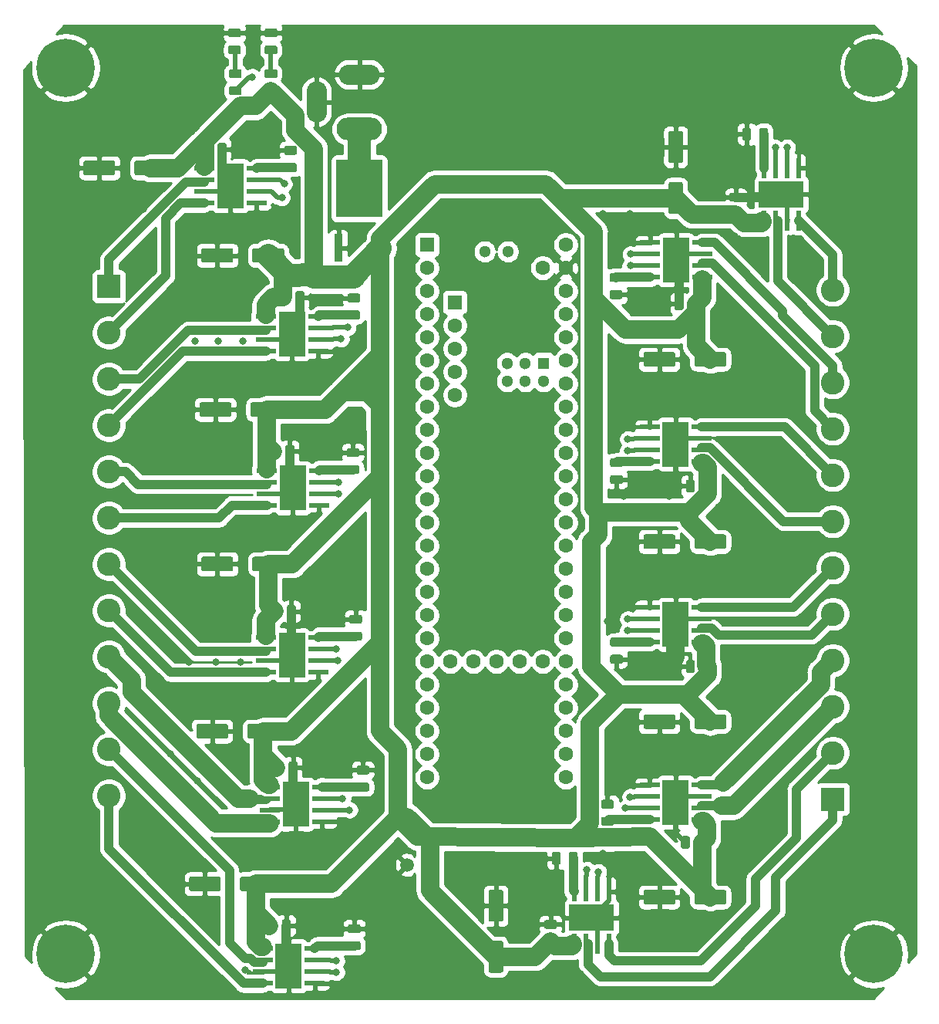
<source format=gbr>
G04 #@! TF.GenerationSoftware,KiCad,Pcbnew,(5.1.5)-3*
G04 #@! TF.CreationDate,2020-10-29T12:26:39+11:00*
G04 #@! TF.ProjectId,MotorControlsV2,4d6f746f-7243-46f6-9e74-726f6c735632,rev?*
G04 #@! TF.SameCoordinates,Original*
G04 #@! TF.FileFunction,Copper,L1,Top*
G04 #@! TF.FilePolarity,Positive*
%FSLAX46Y46*%
G04 Gerber Fmt 4.6, Leading zero omitted, Abs format (unit mm)*
G04 Created by KiCad (PCBNEW (5.1.5)-3) date 2020-10-29 12:26:39*
%MOMM*%
%LPD*%
G04 APERTURE LIST*
%ADD10C,6.400000*%
%ADD11C,0.800000*%
%ADD12C,0.100000*%
%ADD13R,2.600000X2.600000*%
%ADD14C,2.600000*%
%ADD15O,5.000000X2.500000*%
%ADD16O,4.500000X2.250000*%
%ADD17O,2.250000X4.500000*%
%ADD18R,1.508000X1.508000*%
%ADD19C,1.508000*%
%ADD20R,0.970000X3.020000*%
%ADD21R,5.090000X6.320000*%
%ADD22R,2.200000X0.500000*%
%ADD23R,2.950000X4.900000*%
%ADD24C,0.630000*%
%ADD25R,0.500000X2.200000*%
%ADD26R,4.900000X2.950000*%
%ADD27C,1.600000*%
%ADD28R,1.600000X1.600000*%
%ADD29R,1.300000X1.300000*%
%ADD30C,1.300000*%
%ADD31C,2.540000*%
%ADD32C,2.000000*%
%ADD33C,1.000000*%
%ADD34C,0.520000*%
%ADD35C,0.250000*%
%ADD36C,0.254000*%
G04 APERTURE END LIST*
D10*
X97000000Y-141750000D03*
D11*
X99400000Y-141750000D03*
X98697056Y-143447056D03*
X97000000Y-144150000D03*
X95302944Y-143447056D03*
X94600000Y-141750000D03*
X95302944Y-140052944D03*
X97000000Y-139350000D03*
X98697056Y-140052944D03*
D10*
X97000000Y-44500000D03*
D11*
X99400000Y-44500000D03*
X98697056Y-46197056D03*
X97000000Y-46900000D03*
X95302944Y-46197056D03*
X94600000Y-44500000D03*
X95302944Y-42802944D03*
X97000000Y-42100000D03*
X98697056Y-42802944D03*
D10*
X185750000Y-44500000D03*
D11*
X188150000Y-44500000D03*
X187447056Y-46197056D03*
X185750000Y-46900000D03*
X184052944Y-46197056D03*
X183350000Y-44500000D03*
X184052944Y-42802944D03*
X185750000Y-42100000D03*
X187447056Y-42802944D03*
X187447056Y-140052944D03*
X185750000Y-139350000D03*
X184052944Y-140052944D03*
X183350000Y-141750000D03*
X184052944Y-143447056D03*
X185750000Y-144150000D03*
X187447056Y-143447056D03*
X188150000Y-141750000D03*
D10*
X185750000Y-141750000D03*
G04 #@! TA.AperFunction,SMDPad,CuDef*
D12*
G36*
X112567642Y-52751174D02*
G01*
X112591303Y-52754684D01*
X112614507Y-52760496D01*
X112637029Y-52768554D01*
X112658653Y-52778782D01*
X112679170Y-52791079D01*
X112698383Y-52805329D01*
X112716107Y-52821393D01*
X112732171Y-52839117D01*
X112746421Y-52858330D01*
X112758718Y-52878847D01*
X112768946Y-52900471D01*
X112777004Y-52922993D01*
X112782816Y-52946197D01*
X112786326Y-52969858D01*
X112787500Y-52993750D01*
X112787500Y-53906250D01*
X112786326Y-53930142D01*
X112782816Y-53953803D01*
X112777004Y-53977007D01*
X112768946Y-53999529D01*
X112758718Y-54021153D01*
X112746421Y-54041670D01*
X112732171Y-54060883D01*
X112716107Y-54078607D01*
X112698383Y-54094671D01*
X112679170Y-54108921D01*
X112658653Y-54121218D01*
X112637029Y-54131446D01*
X112614507Y-54139504D01*
X112591303Y-54145316D01*
X112567642Y-54148826D01*
X112543750Y-54150000D01*
X112056250Y-54150000D01*
X112032358Y-54148826D01*
X112008697Y-54145316D01*
X111985493Y-54139504D01*
X111962971Y-54131446D01*
X111941347Y-54121218D01*
X111920830Y-54108921D01*
X111901617Y-54094671D01*
X111883893Y-54078607D01*
X111867829Y-54060883D01*
X111853579Y-54041670D01*
X111841282Y-54021153D01*
X111831054Y-53999529D01*
X111822996Y-53977007D01*
X111817184Y-53953803D01*
X111813674Y-53930142D01*
X111812500Y-53906250D01*
X111812500Y-52993750D01*
X111813674Y-52969858D01*
X111817184Y-52946197D01*
X111822996Y-52922993D01*
X111831054Y-52900471D01*
X111841282Y-52878847D01*
X111853579Y-52858330D01*
X111867829Y-52839117D01*
X111883893Y-52821393D01*
X111901617Y-52805329D01*
X111920830Y-52791079D01*
X111941347Y-52778782D01*
X111962971Y-52768554D01*
X111985493Y-52760496D01*
X112008697Y-52754684D01*
X112032358Y-52751174D01*
X112056250Y-52750000D01*
X112543750Y-52750000D01*
X112567642Y-52751174D01*
G37*
G04 #@! TD.AperFunction*
G04 #@! TA.AperFunction,SMDPad,CuDef*
G36*
X114442642Y-52751174D02*
G01*
X114466303Y-52754684D01*
X114489507Y-52760496D01*
X114512029Y-52768554D01*
X114533653Y-52778782D01*
X114554170Y-52791079D01*
X114573383Y-52805329D01*
X114591107Y-52821393D01*
X114607171Y-52839117D01*
X114621421Y-52858330D01*
X114633718Y-52878847D01*
X114643946Y-52900471D01*
X114652004Y-52922993D01*
X114657816Y-52946197D01*
X114661326Y-52969858D01*
X114662500Y-52993750D01*
X114662500Y-53906250D01*
X114661326Y-53930142D01*
X114657816Y-53953803D01*
X114652004Y-53977007D01*
X114643946Y-53999529D01*
X114633718Y-54021153D01*
X114621421Y-54041670D01*
X114607171Y-54060883D01*
X114591107Y-54078607D01*
X114573383Y-54094671D01*
X114554170Y-54108921D01*
X114533653Y-54121218D01*
X114512029Y-54131446D01*
X114489507Y-54139504D01*
X114466303Y-54145316D01*
X114442642Y-54148826D01*
X114418750Y-54150000D01*
X113931250Y-54150000D01*
X113907358Y-54148826D01*
X113883697Y-54145316D01*
X113860493Y-54139504D01*
X113837971Y-54131446D01*
X113816347Y-54121218D01*
X113795830Y-54108921D01*
X113776617Y-54094671D01*
X113758893Y-54078607D01*
X113742829Y-54060883D01*
X113728579Y-54041670D01*
X113716282Y-54021153D01*
X113706054Y-53999529D01*
X113697996Y-53977007D01*
X113692184Y-53953803D01*
X113688674Y-53930142D01*
X113687500Y-53906250D01*
X113687500Y-52993750D01*
X113688674Y-52969858D01*
X113692184Y-52946197D01*
X113697996Y-52922993D01*
X113706054Y-52900471D01*
X113716282Y-52878847D01*
X113728579Y-52858330D01*
X113742829Y-52839117D01*
X113758893Y-52821393D01*
X113776617Y-52805329D01*
X113795830Y-52791079D01*
X113816347Y-52778782D01*
X113837971Y-52768554D01*
X113860493Y-52760496D01*
X113883697Y-52754684D01*
X113907358Y-52751174D01*
X113931250Y-52750000D01*
X114418750Y-52750000D01*
X114442642Y-52751174D01*
G37*
G04 #@! TD.AperFunction*
G04 #@! TA.AperFunction,SMDPad,CuDef*
G36*
X120367642Y-120601174D02*
G01*
X120391303Y-120604684D01*
X120414507Y-120610496D01*
X120437029Y-120618554D01*
X120458653Y-120628782D01*
X120479170Y-120641079D01*
X120498383Y-120655329D01*
X120516107Y-120671393D01*
X120532171Y-120689117D01*
X120546421Y-120708330D01*
X120558718Y-120728847D01*
X120568946Y-120750471D01*
X120577004Y-120772993D01*
X120582816Y-120796197D01*
X120586326Y-120819858D01*
X120587500Y-120843750D01*
X120587500Y-121756250D01*
X120586326Y-121780142D01*
X120582816Y-121803803D01*
X120577004Y-121827007D01*
X120568946Y-121849529D01*
X120558718Y-121871153D01*
X120546421Y-121891670D01*
X120532171Y-121910883D01*
X120516107Y-121928607D01*
X120498383Y-121944671D01*
X120479170Y-121958921D01*
X120458653Y-121971218D01*
X120437029Y-121981446D01*
X120414507Y-121989504D01*
X120391303Y-121995316D01*
X120367642Y-121998826D01*
X120343750Y-122000000D01*
X119856250Y-122000000D01*
X119832358Y-121998826D01*
X119808697Y-121995316D01*
X119785493Y-121989504D01*
X119762971Y-121981446D01*
X119741347Y-121971218D01*
X119720830Y-121958921D01*
X119701617Y-121944671D01*
X119683893Y-121928607D01*
X119667829Y-121910883D01*
X119653579Y-121891670D01*
X119641282Y-121871153D01*
X119631054Y-121849529D01*
X119622996Y-121827007D01*
X119617184Y-121803803D01*
X119613674Y-121780142D01*
X119612500Y-121756250D01*
X119612500Y-120843750D01*
X119613674Y-120819858D01*
X119617184Y-120796197D01*
X119622996Y-120772993D01*
X119631054Y-120750471D01*
X119641282Y-120728847D01*
X119653579Y-120708330D01*
X119667829Y-120689117D01*
X119683893Y-120671393D01*
X119701617Y-120655329D01*
X119720830Y-120641079D01*
X119741347Y-120628782D01*
X119762971Y-120618554D01*
X119785493Y-120610496D01*
X119808697Y-120604684D01*
X119832358Y-120601174D01*
X119856250Y-120600000D01*
X120343750Y-120600000D01*
X120367642Y-120601174D01*
G37*
G04 #@! TD.AperFunction*
G04 #@! TA.AperFunction,SMDPad,CuDef*
G36*
X122242642Y-120601174D02*
G01*
X122266303Y-120604684D01*
X122289507Y-120610496D01*
X122312029Y-120618554D01*
X122333653Y-120628782D01*
X122354170Y-120641079D01*
X122373383Y-120655329D01*
X122391107Y-120671393D01*
X122407171Y-120689117D01*
X122421421Y-120708330D01*
X122433718Y-120728847D01*
X122443946Y-120750471D01*
X122452004Y-120772993D01*
X122457816Y-120796197D01*
X122461326Y-120819858D01*
X122462500Y-120843750D01*
X122462500Y-121756250D01*
X122461326Y-121780142D01*
X122457816Y-121803803D01*
X122452004Y-121827007D01*
X122443946Y-121849529D01*
X122433718Y-121871153D01*
X122421421Y-121891670D01*
X122407171Y-121910883D01*
X122391107Y-121928607D01*
X122373383Y-121944671D01*
X122354170Y-121958921D01*
X122333653Y-121971218D01*
X122312029Y-121981446D01*
X122289507Y-121989504D01*
X122266303Y-121995316D01*
X122242642Y-121998826D01*
X122218750Y-122000000D01*
X121731250Y-122000000D01*
X121707358Y-121998826D01*
X121683697Y-121995316D01*
X121660493Y-121989504D01*
X121637971Y-121981446D01*
X121616347Y-121971218D01*
X121595830Y-121958921D01*
X121576617Y-121944671D01*
X121558893Y-121928607D01*
X121542829Y-121910883D01*
X121528579Y-121891670D01*
X121516282Y-121871153D01*
X121506054Y-121849529D01*
X121497996Y-121827007D01*
X121492184Y-121803803D01*
X121488674Y-121780142D01*
X121487500Y-121756250D01*
X121487500Y-120843750D01*
X121488674Y-120819858D01*
X121492184Y-120796197D01*
X121497996Y-120772993D01*
X121506054Y-120750471D01*
X121516282Y-120728847D01*
X121528579Y-120708330D01*
X121542829Y-120689117D01*
X121558893Y-120671393D01*
X121576617Y-120655329D01*
X121595830Y-120641079D01*
X121616347Y-120628782D01*
X121637971Y-120618554D01*
X121660493Y-120610496D01*
X121683697Y-120604684D01*
X121707358Y-120601174D01*
X121731250Y-120600000D01*
X122218750Y-120600000D01*
X122242642Y-120601174D01*
G37*
G04 #@! TD.AperFunction*
G04 #@! TA.AperFunction,SMDPad,CuDef*
G36*
X150730142Y-138013674D02*
G01*
X150753803Y-138017184D01*
X150777007Y-138022996D01*
X150799529Y-138031054D01*
X150821153Y-138041282D01*
X150841670Y-138053579D01*
X150860883Y-138067829D01*
X150878607Y-138083893D01*
X150894671Y-138101617D01*
X150908921Y-138120830D01*
X150921218Y-138141347D01*
X150931446Y-138162971D01*
X150939504Y-138185493D01*
X150945316Y-138208697D01*
X150948826Y-138232358D01*
X150950000Y-138256250D01*
X150950000Y-138743750D01*
X150948826Y-138767642D01*
X150945316Y-138791303D01*
X150939504Y-138814507D01*
X150931446Y-138837029D01*
X150921218Y-138858653D01*
X150908921Y-138879170D01*
X150894671Y-138898383D01*
X150878607Y-138916107D01*
X150860883Y-138932171D01*
X150841670Y-138946421D01*
X150821153Y-138958718D01*
X150799529Y-138968946D01*
X150777007Y-138977004D01*
X150753803Y-138982816D01*
X150730142Y-138986326D01*
X150706250Y-138987500D01*
X149793750Y-138987500D01*
X149769858Y-138986326D01*
X149746197Y-138982816D01*
X149722993Y-138977004D01*
X149700471Y-138968946D01*
X149678847Y-138958718D01*
X149658330Y-138946421D01*
X149639117Y-138932171D01*
X149621393Y-138916107D01*
X149605329Y-138898383D01*
X149591079Y-138879170D01*
X149578782Y-138858653D01*
X149568554Y-138837029D01*
X149560496Y-138814507D01*
X149554684Y-138791303D01*
X149551174Y-138767642D01*
X149550000Y-138743750D01*
X149550000Y-138256250D01*
X149551174Y-138232358D01*
X149554684Y-138208697D01*
X149560496Y-138185493D01*
X149568554Y-138162971D01*
X149578782Y-138141347D01*
X149591079Y-138120830D01*
X149605329Y-138101617D01*
X149621393Y-138083893D01*
X149639117Y-138067829D01*
X149658330Y-138053579D01*
X149678847Y-138041282D01*
X149700471Y-138031054D01*
X149722993Y-138022996D01*
X149746197Y-138017184D01*
X149769858Y-138013674D01*
X149793750Y-138012500D01*
X150706250Y-138012500D01*
X150730142Y-138013674D01*
G37*
G04 #@! TD.AperFunction*
G04 #@! TA.AperFunction,SMDPad,CuDef*
G36*
X150730142Y-139888674D02*
G01*
X150753803Y-139892184D01*
X150777007Y-139897996D01*
X150799529Y-139906054D01*
X150821153Y-139916282D01*
X150841670Y-139928579D01*
X150860883Y-139942829D01*
X150878607Y-139958893D01*
X150894671Y-139976617D01*
X150908921Y-139995830D01*
X150921218Y-140016347D01*
X150931446Y-140037971D01*
X150939504Y-140060493D01*
X150945316Y-140083697D01*
X150948826Y-140107358D01*
X150950000Y-140131250D01*
X150950000Y-140618750D01*
X150948826Y-140642642D01*
X150945316Y-140666303D01*
X150939504Y-140689507D01*
X150931446Y-140712029D01*
X150921218Y-140733653D01*
X150908921Y-140754170D01*
X150894671Y-140773383D01*
X150878607Y-140791107D01*
X150860883Y-140807171D01*
X150841670Y-140821421D01*
X150821153Y-140833718D01*
X150799529Y-140843946D01*
X150777007Y-140852004D01*
X150753803Y-140857816D01*
X150730142Y-140861326D01*
X150706250Y-140862500D01*
X149793750Y-140862500D01*
X149769858Y-140861326D01*
X149746197Y-140857816D01*
X149722993Y-140852004D01*
X149700471Y-140843946D01*
X149678847Y-140833718D01*
X149658330Y-140821421D01*
X149639117Y-140807171D01*
X149621393Y-140791107D01*
X149605329Y-140773383D01*
X149591079Y-140754170D01*
X149578782Y-140733653D01*
X149568554Y-140712029D01*
X149560496Y-140689507D01*
X149554684Y-140666303D01*
X149551174Y-140642642D01*
X149550000Y-140618750D01*
X149550000Y-140131250D01*
X149551174Y-140107358D01*
X149554684Y-140083697D01*
X149560496Y-140060493D01*
X149568554Y-140037971D01*
X149578782Y-140016347D01*
X149591079Y-139995830D01*
X149605329Y-139976617D01*
X149621393Y-139958893D01*
X149639117Y-139942829D01*
X149658330Y-139928579D01*
X149678847Y-139916282D01*
X149700471Y-139906054D01*
X149722993Y-139897996D01*
X149746197Y-139892184D01*
X149769858Y-139888674D01*
X149793750Y-139887500D01*
X150706250Y-139887500D01*
X150730142Y-139888674D01*
G37*
G04 #@! TD.AperFunction*
G04 #@! TA.AperFunction,SMDPad,CuDef*
G36*
X165867642Y-89701174D02*
G01*
X165891303Y-89704684D01*
X165914507Y-89710496D01*
X165937029Y-89718554D01*
X165958653Y-89728782D01*
X165979170Y-89741079D01*
X165998383Y-89755329D01*
X166016107Y-89771393D01*
X166032171Y-89789117D01*
X166046421Y-89808330D01*
X166058718Y-89828847D01*
X166068946Y-89850471D01*
X166077004Y-89872993D01*
X166082816Y-89896197D01*
X166086326Y-89919858D01*
X166087500Y-89943750D01*
X166087500Y-90856250D01*
X166086326Y-90880142D01*
X166082816Y-90903803D01*
X166077004Y-90927007D01*
X166068946Y-90949529D01*
X166058718Y-90971153D01*
X166046421Y-90991670D01*
X166032171Y-91010883D01*
X166016107Y-91028607D01*
X165998383Y-91044671D01*
X165979170Y-91058921D01*
X165958653Y-91071218D01*
X165937029Y-91081446D01*
X165914507Y-91089504D01*
X165891303Y-91095316D01*
X165867642Y-91098826D01*
X165843750Y-91100000D01*
X165356250Y-91100000D01*
X165332358Y-91098826D01*
X165308697Y-91095316D01*
X165285493Y-91089504D01*
X165262971Y-91081446D01*
X165241347Y-91071218D01*
X165220830Y-91058921D01*
X165201617Y-91044671D01*
X165183893Y-91028607D01*
X165167829Y-91010883D01*
X165153579Y-90991670D01*
X165141282Y-90971153D01*
X165131054Y-90949529D01*
X165122996Y-90927007D01*
X165117184Y-90903803D01*
X165113674Y-90880142D01*
X165112500Y-90856250D01*
X165112500Y-89943750D01*
X165113674Y-89919858D01*
X165117184Y-89896197D01*
X165122996Y-89872993D01*
X165131054Y-89850471D01*
X165141282Y-89828847D01*
X165153579Y-89808330D01*
X165167829Y-89789117D01*
X165183893Y-89771393D01*
X165201617Y-89755329D01*
X165220830Y-89741079D01*
X165241347Y-89728782D01*
X165262971Y-89718554D01*
X165285493Y-89710496D01*
X165308697Y-89704684D01*
X165332358Y-89701174D01*
X165356250Y-89700000D01*
X165843750Y-89700000D01*
X165867642Y-89701174D01*
G37*
G04 #@! TD.AperFunction*
G04 #@! TA.AperFunction,SMDPad,CuDef*
G36*
X167742642Y-89701174D02*
G01*
X167766303Y-89704684D01*
X167789507Y-89710496D01*
X167812029Y-89718554D01*
X167833653Y-89728782D01*
X167854170Y-89741079D01*
X167873383Y-89755329D01*
X167891107Y-89771393D01*
X167907171Y-89789117D01*
X167921421Y-89808330D01*
X167933718Y-89828847D01*
X167943946Y-89850471D01*
X167952004Y-89872993D01*
X167957816Y-89896197D01*
X167961326Y-89919858D01*
X167962500Y-89943750D01*
X167962500Y-90856250D01*
X167961326Y-90880142D01*
X167957816Y-90903803D01*
X167952004Y-90927007D01*
X167943946Y-90949529D01*
X167933718Y-90971153D01*
X167921421Y-90991670D01*
X167907171Y-91010883D01*
X167891107Y-91028607D01*
X167873383Y-91044671D01*
X167854170Y-91058921D01*
X167833653Y-91071218D01*
X167812029Y-91081446D01*
X167789507Y-91089504D01*
X167766303Y-91095316D01*
X167742642Y-91098826D01*
X167718750Y-91100000D01*
X167231250Y-91100000D01*
X167207358Y-91098826D01*
X167183697Y-91095316D01*
X167160493Y-91089504D01*
X167137971Y-91081446D01*
X167116347Y-91071218D01*
X167095830Y-91058921D01*
X167076617Y-91044671D01*
X167058893Y-91028607D01*
X167042829Y-91010883D01*
X167028579Y-90991670D01*
X167016282Y-90971153D01*
X167006054Y-90949529D01*
X166997996Y-90927007D01*
X166992184Y-90903803D01*
X166988674Y-90880142D01*
X166987500Y-90856250D01*
X166987500Y-89943750D01*
X166988674Y-89919858D01*
X166992184Y-89896197D01*
X166997996Y-89872993D01*
X167006054Y-89850471D01*
X167016282Y-89828847D01*
X167028579Y-89808330D01*
X167042829Y-89789117D01*
X167058893Y-89771393D01*
X167076617Y-89755329D01*
X167095830Y-89741079D01*
X167116347Y-89728782D01*
X167137971Y-89718554D01*
X167160493Y-89710496D01*
X167183697Y-89704684D01*
X167207358Y-89701174D01*
X167231250Y-89700000D01*
X167718750Y-89700000D01*
X167742642Y-89701174D01*
G37*
G04 #@! TD.AperFunction*
G04 #@! TA.AperFunction,SMDPad,CuDef*
G36*
X107824504Y-54701204D02*
G01*
X107848773Y-54704804D01*
X107872571Y-54710765D01*
X107895671Y-54719030D01*
X107917849Y-54729520D01*
X107938893Y-54742133D01*
X107958598Y-54756747D01*
X107976777Y-54773223D01*
X107993253Y-54791402D01*
X108007867Y-54811107D01*
X108020480Y-54832151D01*
X108030970Y-54854329D01*
X108039235Y-54877429D01*
X108045196Y-54901227D01*
X108048796Y-54925496D01*
X108050000Y-54950000D01*
X108050000Y-56050000D01*
X108048796Y-56074504D01*
X108045196Y-56098773D01*
X108039235Y-56122571D01*
X108030970Y-56145671D01*
X108020480Y-56167849D01*
X108007867Y-56188893D01*
X107993253Y-56208598D01*
X107976777Y-56226777D01*
X107958598Y-56243253D01*
X107938893Y-56257867D01*
X107917849Y-56270480D01*
X107895671Y-56280970D01*
X107872571Y-56289235D01*
X107848773Y-56295196D01*
X107824504Y-56298796D01*
X107800000Y-56300000D01*
X104800000Y-56300000D01*
X104775496Y-56298796D01*
X104751227Y-56295196D01*
X104727429Y-56289235D01*
X104704329Y-56280970D01*
X104682151Y-56270480D01*
X104661107Y-56257867D01*
X104641402Y-56243253D01*
X104623223Y-56226777D01*
X104606747Y-56208598D01*
X104592133Y-56188893D01*
X104579520Y-56167849D01*
X104569030Y-56145671D01*
X104560765Y-56122571D01*
X104554804Y-56098773D01*
X104551204Y-56074504D01*
X104550000Y-56050000D01*
X104550000Y-54950000D01*
X104551204Y-54925496D01*
X104554804Y-54901227D01*
X104560765Y-54877429D01*
X104569030Y-54854329D01*
X104579520Y-54832151D01*
X104592133Y-54811107D01*
X104606747Y-54791402D01*
X104623223Y-54773223D01*
X104641402Y-54756747D01*
X104661107Y-54742133D01*
X104682151Y-54729520D01*
X104704329Y-54719030D01*
X104727429Y-54710765D01*
X104751227Y-54704804D01*
X104775496Y-54701204D01*
X104800000Y-54700000D01*
X107800000Y-54700000D01*
X107824504Y-54701204D01*
G37*
G04 #@! TD.AperFunction*
G04 #@! TA.AperFunction,SMDPad,CuDef*
G36*
X102224504Y-54701204D02*
G01*
X102248773Y-54704804D01*
X102272571Y-54710765D01*
X102295671Y-54719030D01*
X102317849Y-54729520D01*
X102338893Y-54742133D01*
X102358598Y-54756747D01*
X102376777Y-54773223D01*
X102393253Y-54791402D01*
X102407867Y-54811107D01*
X102420480Y-54832151D01*
X102430970Y-54854329D01*
X102439235Y-54877429D01*
X102445196Y-54901227D01*
X102448796Y-54925496D01*
X102450000Y-54950000D01*
X102450000Y-56050000D01*
X102448796Y-56074504D01*
X102445196Y-56098773D01*
X102439235Y-56122571D01*
X102430970Y-56145671D01*
X102420480Y-56167849D01*
X102407867Y-56188893D01*
X102393253Y-56208598D01*
X102376777Y-56226777D01*
X102358598Y-56243253D01*
X102338893Y-56257867D01*
X102317849Y-56270480D01*
X102295671Y-56280970D01*
X102272571Y-56289235D01*
X102248773Y-56295196D01*
X102224504Y-56298796D01*
X102200000Y-56300000D01*
X99200000Y-56300000D01*
X99175496Y-56298796D01*
X99151227Y-56295196D01*
X99127429Y-56289235D01*
X99104329Y-56280970D01*
X99082151Y-56270480D01*
X99061107Y-56257867D01*
X99041402Y-56243253D01*
X99023223Y-56226777D01*
X99006747Y-56208598D01*
X98992133Y-56188893D01*
X98979520Y-56167849D01*
X98969030Y-56145671D01*
X98960765Y-56122571D01*
X98954804Y-56098773D01*
X98951204Y-56074504D01*
X98950000Y-56050000D01*
X98950000Y-54950000D01*
X98951204Y-54925496D01*
X98954804Y-54901227D01*
X98960765Y-54877429D01*
X98969030Y-54854329D01*
X98979520Y-54832151D01*
X98992133Y-54811107D01*
X99006747Y-54791402D01*
X99023223Y-54773223D01*
X99041402Y-54756747D01*
X99061107Y-54742133D01*
X99082151Y-54729520D01*
X99104329Y-54719030D01*
X99127429Y-54710765D01*
X99151227Y-54704804D01*
X99175496Y-54701204D01*
X99200000Y-54700000D01*
X102200000Y-54700000D01*
X102224504Y-54701204D01*
G37*
G04 #@! TD.AperFunction*
G04 #@! TA.AperFunction,SMDPad,CuDef*
G36*
X120224504Y-116501204D02*
G01*
X120248773Y-116504804D01*
X120272571Y-116510765D01*
X120295671Y-116519030D01*
X120317849Y-116529520D01*
X120338893Y-116542133D01*
X120358598Y-116556747D01*
X120376777Y-116573223D01*
X120393253Y-116591402D01*
X120407867Y-116611107D01*
X120420480Y-116632151D01*
X120430970Y-116654329D01*
X120439235Y-116677429D01*
X120445196Y-116701227D01*
X120448796Y-116725496D01*
X120450000Y-116750000D01*
X120450000Y-117850000D01*
X120448796Y-117874504D01*
X120445196Y-117898773D01*
X120439235Y-117922571D01*
X120430970Y-117945671D01*
X120420480Y-117967849D01*
X120407867Y-117988893D01*
X120393253Y-118008598D01*
X120376777Y-118026777D01*
X120358598Y-118043253D01*
X120338893Y-118057867D01*
X120317849Y-118070480D01*
X120295671Y-118080970D01*
X120272571Y-118089235D01*
X120248773Y-118095196D01*
X120224504Y-118098796D01*
X120200000Y-118100000D01*
X117200000Y-118100000D01*
X117175496Y-118098796D01*
X117151227Y-118095196D01*
X117127429Y-118089235D01*
X117104329Y-118080970D01*
X117082151Y-118070480D01*
X117061107Y-118057867D01*
X117041402Y-118043253D01*
X117023223Y-118026777D01*
X117006747Y-118008598D01*
X116992133Y-117988893D01*
X116979520Y-117967849D01*
X116969030Y-117945671D01*
X116960765Y-117922571D01*
X116954804Y-117898773D01*
X116951204Y-117874504D01*
X116950000Y-117850000D01*
X116950000Y-116750000D01*
X116951204Y-116725496D01*
X116954804Y-116701227D01*
X116960765Y-116677429D01*
X116969030Y-116654329D01*
X116979520Y-116632151D01*
X116992133Y-116611107D01*
X117006747Y-116591402D01*
X117023223Y-116573223D01*
X117041402Y-116556747D01*
X117061107Y-116542133D01*
X117082151Y-116529520D01*
X117104329Y-116519030D01*
X117127429Y-116510765D01*
X117151227Y-116504804D01*
X117175496Y-116501204D01*
X117200000Y-116500000D01*
X120200000Y-116500000D01*
X120224504Y-116501204D01*
G37*
G04 #@! TD.AperFunction*
G04 #@! TA.AperFunction,SMDPad,CuDef*
G36*
X114624504Y-116501204D02*
G01*
X114648773Y-116504804D01*
X114672571Y-116510765D01*
X114695671Y-116519030D01*
X114717849Y-116529520D01*
X114738893Y-116542133D01*
X114758598Y-116556747D01*
X114776777Y-116573223D01*
X114793253Y-116591402D01*
X114807867Y-116611107D01*
X114820480Y-116632151D01*
X114830970Y-116654329D01*
X114839235Y-116677429D01*
X114845196Y-116701227D01*
X114848796Y-116725496D01*
X114850000Y-116750000D01*
X114850000Y-117850000D01*
X114848796Y-117874504D01*
X114845196Y-117898773D01*
X114839235Y-117922571D01*
X114830970Y-117945671D01*
X114820480Y-117967849D01*
X114807867Y-117988893D01*
X114793253Y-118008598D01*
X114776777Y-118026777D01*
X114758598Y-118043253D01*
X114738893Y-118057867D01*
X114717849Y-118070480D01*
X114695671Y-118080970D01*
X114672571Y-118089235D01*
X114648773Y-118095196D01*
X114624504Y-118098796D01*
X114600000Y-118100000D01*
X111600000Y-118100000D01*
X111575496Y-118098796D01*
X111551227Y-118095196D01*
X111527429Y-118089235D01*
X111504329Y-118080970D01*
X111482151Y-118070480D01*
X111461107Y-118057867D01*
X111441402Y-118043253D01*
X111423223Y-118026777D01*
X111406747Y-118008598D01*
X111392133Y-117988893D01*
X111379520Y-117967849D01*
X111369030Y-117945671D01*
X111360765Y-117922571D01*
X111354804Y-117898773D01*
X111351204Y-117874504D01*
X111350000Y-117850000D01*
X111350000Y-116750000D01*
X111351204Y-116725496D01*
X111354804Y-116701227D01*
X111360765Y-116677429D01*
X111369030Y-116654329D01*
X111379520Y-116632151D01*
X111392133Y-116611107D01*
X111406747Y-116591402D01*
X111423223Y-116573223D01*
X111441402Y-116556747D01*
X111461107Y-116542133D01*
X111482151Y-116529520D01*
X111504329Y-116519030D01*
X111527429Y-116510765D01*
X111551227Y-116504804D01*
X111575496Y-116501204D01*
X111600000Y-116500000D01*
X114600000Y-116500000D01*
X114624504Y-116501204D01*
G37*
G04 #@! TD.AperFunction*
G04 #@! TA.AperFunction,SMDPad,CuDef*
G36*
X144824504Y-134701204D02*
G01*
X144848773Y-134704804D01*
X144872571Y-134710765D01*
X144895671Y-134719030D01*
X144917849Y-134729520D01*
X144938893Y-134742133D01*
X144958598Y-134756747D01*
X144976777Y-134773223D01*
X144993253Y-134791402D01*
X145007867Y-134811107D01*
X145020480Y-134832151D01*
X145030970Y-134854329D01*
X145039235Y-134877429D01*
X145045196Y-134901227D01*
X145048796Y-134925496D01*
X145050000Y-134950000D01*
X145050000Y-137950000D01*
X145048796Y-137974504D01*
X145045196Y-137998773D01*
X145039235Y-138022571D01*
X145030970Y-138045671D01*
X145020480Y-138067849D01*
X145007867Y-138088893D01*
X144993253Y-138108598D01*
X144976777Y-138126777D01*
X144958598Y-138143253D01*
X144938893Y-138157867D01*
X144917849Y-138170480D01*
X144895671Y-138180970D01*
X144872571Y-138189235D01*
X144848773Y-138195196D01*
X144824504Y-138198796D01*
X144800000Y-138200000D01*
X143700000Y-138200000D01*
X143675496Y-138198796D01*
X143651227Y-138195196D01*
X143627429Y-138189235D01*
X143604329Y-138180970D01*
X143582151Y-138170480D01*
X143561107Y-138157867D01*
X143541402Y-138143253D01*
X143523223Y-138126777D01*
X143506747Y-138108598D01*
X143492133Y-138088893D01*
X143479520Y-138067849D01*
X143469030Y-138045671D01*
X143460765Y-138022571D01*
X143454804Y-137998773D01*
X143451204Y-137974504D01*
X143450000Y-137950000D01*
X143450000Y-134950000D01*
X143451204Y-134925496D01*
X143454804Y-134901227D01*
X143460765Y-134877429D01*
X143469030Y-134854329D01*
X143479520Y-134832151D01*
X143492133Y-134811107D01*
X143506747Y-134791402D01*
X143523223Y-134773223D01*
X143541402Y-134756747D01*
X143561107Y-134742133D01*
X143582151Y-134729520D01*
X143604329Y-134719030D01*
X143627429Y-134710765D01*
X143651227Y-134704804D01*
X143675496Y-134701204D01*
X143700000Y-134700000D01*
X144800000Y-134700000D01*
X144824504Y-134701204D01*
G37*
G04 #@! TD.AperFunction*
G04 #@! TA.AperFunction,SMDPad,CuDef*
G36*
X144824504Y-140301204D02*
G01*
X144848773Y-140304804D01*
X144872571Y-140310765D01*
X144895671Y-140319030D01*
X144917849Y-140329520D01*
X144938893Y-140342133D01*
X144958598Y-140356747D01*
X144976777Y-140373223D01*
X144993253Y-140391402D01*
X145007867Y-140411107D01*
X145020480Y-140432151D01*
X145030970Y-140454329D01*
X145039235Y-140477429D01*
X145045196Y-140501227D01*
X145048796Y-140525496D01*
X145050000Y-140550000D01*
X145050000Y-143550000D01*
X145048796Y-143574504D01*
X145045196Y-143598773D01*
X145039235Y-143622571D01*
X145030970Y-143645671D01*
X145020480Y-143667849D01*
X145007867Y-143688893D01*
X144993253Y-143708598D01*
X144976777Y-143726777D01*
X144958598Y-143743253D01*
X144938893Y-143757867D01*
X144917849Y-143770480D01*
X144895671Y-143780970D01*
X144872571Y-143789235D01*
X144848773Y-143795196D01*
X144824504Y-143798796D01*
X144800000Y-143800000D01*
X143700000Y-143800000D01*
X143675496Y-143798796D01*
X143651227Y-143795196D01*
X143627429Y-143789235D01*
X143604329Y-143780970D01*
X143582151Y-143770480D01*
X143561107Y-143757867D01*
X143541402Y-143743253D01*
X143523223Y-143726777D01*
X143506747Y-143708598D01*
X143492133Y-143688893D01*
X143479520Y-143667849D01*
X143469030Y-143645671D01*
X143460765Y-143622571D01*
X143454804Y-143598773D01*
X143451204Y-143574504D01*
X143450000Y-143550000D01*
X143450000Y-140550000D01*
X143451204Y-140525496D01*
X143454804Y-140501227D01*
X143460765Y-140477429D01*
X143469030Y-140454329D01*
X143479520Y-140432151D01*
X143492133Y-140411107D01*
X143506747Y-140391402D01*
X143523223Y-140373223D01*
X143541402Y-140356747D01*
X143561107Y-140342133D01*
X143582151Y-140329520D01*
X143604329Y-140319030D01*
X143627429Y-140310765D01*
X143651227Y-140304804D01*
X143675496Y-140301204D01*
X143700000Y-140300000D01*
X144800000Y-140300000D01*
X144824504Y-140301204D01*
G37*
G04 #@! TD.AperFunction*
G04 #@! TA.AperFunction,SMDPad,CuDef*
G36*
X169324504Y-95701204D02*
G01*
X169348773Y-95704804D01*
X169372571Y-95710765D01*
X169395671Y-95719030D01*
X169417849Y-95729520D01*
X169438893Y-95742133D01*
X169458598Y-95756747D01*
X169476777Y-95773223D01*
X169493253Y-95791402D01*
X169507867Y-95811107D01*
X169520480Y-95832151D01*
X169530970Y-95854329D01*
X169539235Y-95877429D01*
X169545196Y-95901227D01*
X169548796Y-95925496D01*
X169550000Y-95950000D01*
X169550000Y-97050000D01*
X169548796Y-97074504D01*
X169545196Y-97098773D01*
X169539235Y-97122571D01*
X169530970Y-97145671D01*
X169520480Y-97167849D01*
X169507867Y-97188893D01*
X169493253Y-97208598D01*
X169476777Y-97226777D01*
X169458598Y-97243253D01*
X169438893Y-97257867D01*
X169417849Y-97270480D01*
X169395671Y-97280970D01*
X169372571Y-97289235D01*
X169348773Y-97295196D01*
X169324504Y-97298796D01*
X169300000Y-97300000D01*
X166300000Y-97300000D01*
X166275496Y-97298796D01*
X166251227Y-97295196D01*
X166227429Y-97289235D01*
X166204329Y-97280970D01*
X166182151Y-97270480D01*
X166161107Y-97257867D01*
X166141402Y-97243253D01*
X166123223Y-97226777D01*
X166106747Y-97208598D01*
X166092133Y-97188893D01*
X166079520Y-97167849D01*
X166069030Y-97145671D01*
X166060765Y-97122571D01*
X166054804Y-97098773D01*
X166051204Y-97074504D01*
X166050000Y-97050000D01*
X166050000Y-95950000D01*
X166051204Y-95925496D01*
X166054804Y-95901227D01*
X166060765Y-95877429D01*
X166069030Y-95854329D01*
X166079520Y-95832151D01*
X166092133Y-95811107D01*
X166106747Y-95791402D01*
X166123223Y-95773223D01*
X166141402Y-95756747D01*
X166161107Y-95742133D01*
X166182151Y-95729520D01*
X166204329Y-95719030D01*
X166227429Y-95710765D01*
X166251227Y-95704804D01*
X166275496Y-95701204D01*
X166300000Y-95700000D01*
X169300000Y-95700000D01*
X169324504Y-95701204D01*
G37*
G04 #@! TD.AperFunction*
G04 #@! TA.AperFunction,SMDPad,CuDef*
G36*
X163724504Y-95701204D02*
G01*
X163748773Y-95704804D01*
X163772571Y-95710765D01*
X163795671Y-95719030D01*
X163817849Y-95729520D01*
X163838893Y-95742133D01*
X163858598Y-95756747D01*
X163876777Y-95773223D01*
X163893253Y-95791402D01*
X163907867Y-95811107D01*
X163920480Y-95832151D01*
X163930970Y-95854329D01*
X163939235Y-95877429D01*
X163945196Y-95901227D01*
X163948796Y-95925496D01*
X163950000Y-95950000D01*
X163950000Y-97050000D01*
X163948796Y-97074504D01*
X163945196Y-97098773D01*
X163939235Y-97122571D01*
X163930970Y-97145671D01*
X163920480Y-97167849D01*
X163907867Y-97188893D01*
X163893253Y-97208598D01*
X163876777Y-97226777D01*
X163858598Y-97243253D01*
X163838893Y-97257867D01*
X163817849Y-97270480D01*
X163795671Y-97280970D01*
X163772571Y-97289235D01*
X163748773Y-97295196D01*
X163724504Y-97298796D01*
X163700000Y-97300000D01*
X160700000Y-97300000D01*
X160675496Y-97298796D01*
X160651227Y-97295196D01*
X160627429Y-97289235D01*
X160604329Y-97280970D01*
X160582151Y-97270480D01*
X160561107Y-97257867D01*
X160541402Y-97243253D01*
X160523223Y-97226777D01*
X160506747Y-97208598D01*
X160492133Y-97188893D01*
X160479520Y-97167849D01*
X160469030Y-97145671D01*
X160460765Y-97122571D01*
X160454804Y-97098773D01*
X160451204Y-97074504D01*
X160450000Y-97050000D01*
X160450000Y-95950000D01*
X160451204Y-95925496D01*
X160454804Y-95901227D01*
X160460765Y-95877429D01*
X160469030Y-95854329D01*
X160479520Y-95832151D01*
X160492133Y-95811107D01*
X160506747Y-95791402D01*
X160523223Y-95773223D01*
X160541402Y-95756747D01*
X160561107Y-95742133D01*
X160582151Y-95729520D01*
X160604329Y-95719030D01*
X160627429Y-95710765D01*
X160651227Y-95704804D01*
X160675496Y-95701204D01*
X160700000Y-95700000D01*
X163700000Y-95700000D01*
X163724504Y-95701204D01*
G37*
G04 #@! TD.AperFunction*
G04 #@! TA.AperFunction,SMDPad,CuDef*
G36*
X121117642Y-69001174D02*
G01*
X121141303Y-69004684D01*
X121164507Y-69010496D01*
X121187029Y-69018554D01*
X121208653Y-69028782D01*
X121229170Y-69041079D01*
X121248383Y-69055329D01*
X121266107Y-69071393D01*
X121282171Y-69089117D01*
X121296421Y-69108330D01*
X121308718Y-69128847D01*
X121318946Y-69150471D01*
X121327004Y-69172993D01*
X121332816Y-69196197D01*
X121336326Y-69219858D01*
X121337500Y-69243750D01*
X121337500Y-70156250D01*
X121336326Y-70180142D01*
X121332816Y-70203803D01*
X121327004Y-70227007D01*
X121318946Y-70249529D01*
X121308718Y-70271153D01*
X121296421Y-70291670D01*
X121282171Y-70310883D01*
X121266107Y-70328607D01*
X121248383Y-70344671D01*
X121229170Y-70358921D01*
X121208653Y-70371218D01*
X121187029Y-70381446D01*
X121164507Y-70389504D01*
X121141303Y-70395316D01*
X121117642Y-70398826D01*
X121093750Y-70400000D01*
X120606250Y-70400000D01*
X120582358Y-70398826D01*
X120558697Y-70395316D01*
X120535493Y-70389504D01*
X120512971Y-70381446D01*
X120491347Y-70371218D01*
X120470830Y-70358921D01*
X120451617Y-70344671D01*
X120433893Y-70328607D01*
X120417829Y-70310883D01*
X120403579Y-70291670D01*
X120391282Y-70271153D01*
X120381054Y-70249529D01*
X120372996Y-70227007D01*
X120367184Y-70203803D01*
X120363674Y-70180142D01*
X120362500Y-70156250D01*
X120362500Y-69243750D01*
X120363674Y-69219858D01*
X120367184Y-69196197D01*
X120372996Y-69172993D01*
X120381054Y-69150471D01*
X120391282Y-69128847D01*
X120403579Y-69108330D01*
X120417829Y-69089117D01*
X120433893Y-69071393D01*
X120451617Y-69055329D01*
X120470830Y-69041079D01*
X120491347Y-69028782D01*
X120512971Y-69018554D01*
X120535493Y-69010496D01*
X120558697Y-69004684D01*
X120582358Y-69001174D01*
X120606250Y-69000000D01*
X121093750Y-69000000D01*
X121117642Y-69001174D01*
G37*
G04 #@! TD.AperFunction*
G04 #@! TA.AperFunction,SMDPad,CuDef*
G36*
X122992642Y-69001174D02*
G01*
X123016303Y-69004684D01*
X123039507Y-69010496D01*
X123062029Y-69018554D01*
X123083653Y-69028782D01*
X123104170Y-69041079D01*
X123123383Y-69055329D01*
X123141107Y-69071393D01*
X123157171Y-69089117D01*
X123171421Y-69108330D01*
X123183718Y-69128847D01*
X123193946Y-69150471D01*
X123202004Y-69172993D01*
X123207816Y-69196197D01*
X123211326Y-69219858D01*
X123212500Y-69243750D01*
X123212500Y-70156250D01*
X123211326Y-70180142D01*
X123207816Y-70203803D01*
X123202004Y-70227007D01*
X123193946Y-70249529D01*
X123183718Y-70271153D01*
X123171421Y-70291670D01*
X123157171Y-70310883D01*
X123141107Y-70328607D01*
X123123383Y-70344671D01*
X123104170Y-70358921D01*
X123083653Y-70371218D01*
X123062029Y-70381446D01*
X123039507Y-70389504D01*
X123016303Y-70395316D01*
X122992642Y-70398826D01*
X122968750Y-70400000D01*
X122481250Y-70400000D01*
X122457358Y-70398826D01*
X122433697Y-70395316D01*
X122410493Y-70389504D01*
X122387971Y-70381446D01*
X122366347Y-70371218D01*
X122345830Y-70358921D01*
X122326617Y-70344671D01*
X122308893Y-70328607D01*
X122292829Y-70310883D01*
X122278579Y-70291670D01*
X122266282Y-70271153D01*
X122256054Y-70249529D01*
X122247996Y-70227007D01*
X122242184Y-70203803D01*
X122238674Y-70180142D01*
X122237500Y-70156250D01*
X122237500Y-69243750D01*
X122238674Y-69219858D01*
X122242184Y-69196197D01*
X122247996Y-69172993D01*
X122256054Y-69150471D01*
X122266282Y-69128847D01*
X122278579Y-69108330D01*
X122292829Y-69089117D01*
X122308893Y-69071393D01*
X122326617Y-69055329D01*
X122345830Y-69041079D01*
X122366347Y-69028782D01*
X122387971Y-69018554D01*
X122410493Y-69010496D01*
X122433697Y-69004684D01*
X122457358Y-69001174D01*
X122481250Y-69000000D01*
X122968750Y-69000000D01*
X122992642Y-69001174D01*
G37*
G04 #@! TD.AperFunction*
G04 #@! TA.AperFunction,SMDPad,CuDef*
G36*
X165330142Y-128801174D02*
G01*
X165353803Y-128804684D01*
X165377007Y-128810496D01*
X165399529Y-128818554D01*
X165421153Y-128828782D01*
X165441670Y-128841079D01*
X165460883Y-128855329D01*
X165478607Y-128871393D01*
X165494671Y-128889117D01*
X165508921Y-128908330D01*
X165521218Y-128928847D01*
X165531446Y-128950471D01*
X165539504Y-128972993D01*
X165545316Y-128996197D01*
X165548826Y-129019858D01*
X165550000Y-129043750D01*
X165550000Y-129956250D01*
X165548826Y-129980142D01*
X165545316Y-130003803D01*
X165539504Y-130027007D01*
X165531446Y-130049529D01*
X165521218Y-130071153D01*
X165508921Y-130091670D01*
X165494671Y-130110883D01*
X165478607Y-130128607D01*
X165460883Y-130144671D01*
X165441670Y-130158921D01*
X165421153Y-130171218D01*
X165399529Y-130181446D01*
X165377007Y-130189504D01*
X165353803Y-130195316D01*
X165330142Y-130198826D01*
X165306250Y-130200000D01*
X164818750Y-130200000D01*
X164794858Y-130198826D01*
X164771197Y-130195316D01*
X164747993Y-130189504D01*
X164725471Y-130181446D01*
X164703847Y-130171218D01*
X164683330Y-130158921D01*
X164664117Y-130144671D01*
X164646393Y-130128607D01*
X164630329Y-130110883D01*
X164616079Y-130091670D01*
X164603782Y-130071153D01*
X164593554Y-130049529D01*
X164585496Y-130027007D01*
X164579684Y-130003803D01*
X164576174Y-129980142D01*
X164575000Y-129956250D01*
X164575000Y-129043750D01*
X164576174Y-129019858D01*
X164579684Y-128996197D01*
X164585496Y-128972993D01*
X164593554Y-128950471D01*
X164603782Y-128928847D01*
X164616079Y-128908330D01*
X164630329Y-128889117D01*
X164646393Y-128871393D01*
X164664117Y-128855329D01*
X164683330Y-128841079D01*
X164703847Y-128828782D01*
X164725471Y-128818554D01*
X164747993Y-128810496D01*
X164771197Y-128804684D01*
X164794858Y-128801174D01*
X164818750Y-128800000D01*
X165306250Y-128800000D01*
X165330142Y-128801174D01*
G37*
G04 #@! TD.AperFunction*
G04 #@! TA.AperFunction,SMDPad,CuDef*
G36*
X167205142Y-128801174D02*
G01*
X167228803Y-128804684D01*
X167252007Y-128810496D01*
X167274529Y-128818554D01*
X167296153Y-128828782D01*
X167316670Y-128841079D01*
X167335883Y-128855329D01*
X167353607Y-128871393D01*
X167369671Y-128889117D01*
X167383921Y-128908330D01*
X167396218Y-128928847D01*
X167406446Y-128950471D01*
X167414504Y-128972993D01*
X167420316Y-128996197D01*
X167423826Y-129019858D01*
X167425000Y-129043750D01*
X167425000Y-129956250D01*
X167423826Y-129980142D01*
X167420316Y-130003803D01*
X167414504Y-130027007D01*
X167406446Y-130049529D01*
X167396218Y-130071153D01*
X167383921Y-130091670D01*
X167369671Y-130110883D01*
X167353607Y-130128607D01*
X167335883Y-130144671D01*
X167316670Y-130158921D01*
X167296153Y-130171218D01*
X167274529Y-130181446D01*
X167252007Y-130189504D01*
X167228803Y-130195316D01*
X167205142Y-130198826D01*
X167181250Y-130200000D01*
X166693750Y-130200000D01*
X166669858Y-130198826D01*
X166646197Y-130195316D01*
X166622993Y-130189504D01*
X166600471Y-130181446D01*
X166578847Y-130171218D01*
X166558330Y-130158921D01*
X166539117Y-130144671D01*
X166521393Y-130128607D01*
X166505329Y-130110883D01*
X166491079Y-130091670D01*
X166478782Y-130071153D01*
X166468554Y-130049529D01*
X166460496Y-130027007D01*
X166454684Y-130003803D01*
X166451174Y-129980142D01*
X166450000Y-129956250D01*
X166450000Y-129043750D01*
X166451174Y-129019858D01*
X166454684Y-128996197D01*
X166460496Y-128972993D01*
X166468554Y-128950471D01*
X166478782Y-128928847D01*
X166491079Y-128908330D01*
X166505329Y-128889117D01*
X166521393Y-128871393D01*
X166539117Y-128855329D01*
X166558330Y-128841079D01*
X166578847Y-128828782D01*
X166600471Y-128818554D01*
X166622993Y-128810496D01*
X166646197Y-128804684D01*
X166669858Y-128801174D01*
X166693750Y-128800000D01*
X167181250Y-128800000D01*
X167205142Y-128801174D01*
G37*
G04 #@! TD.AperFunction*
G04 #@! TA.AperFunction,SMDPad,CuDef*
G36*
X122055142Y-103451174D02*
G01*
X122078803Y-103454684D01*
X122102007Y-103460496D01*
X122124529Y-103468554D01*
X122146153Y-103478782D01*
X122166670Y-103491079D01*
X122185883Y-103505329D01*
X122203607Y-103521393D01*
X122219671Y-103539117D01*
X122233921Y-103558330D01*
X122246218Y-103578847D01*
X122256446Y-103600471D01*
X122264504Y-103622993D01*
X122270316Y-103646197D01*
X122273826Y-103669858D01*
X122275000Y-103693750D01*
X122275000Y-104606250D01*
X122273826Y-104630142D01*
X122270316Y-104653803D01*
X122264504Y-104677007D01*
X122256446Y-104699529D01*
X122246218Y-104721153D01*
X122233921Y-104741670D01*
X122219671Y-104760883D01*
X122203607Y-104778607D01*
X122185883Y-104794671D01*
X122166670Y-104808921D01*
X122146153Y-104821218D01*
X122124529Y-104831446D01*
X122102007Y-104839504D01*
X122078803Y-104845316D01*
X122055142Y-104848826D01*
X122031250Y-104850000D01*
X121543750Y-104850000D01*
X121519858Y-104848826D01*
X121496197Y-104845316D01*
X121472993Y-104839504D01*
X121450471Y-104831446D01*
X121428847Y-104821218D01*
X121408330Y-104808921D01*
X121389117Y-104794671D01*
X121371393Y-104778607D01*
X121355329Y-104760883D01*
X121341079Y-104741670D01*
X121328782Y-104721153D01*
X121318554Y-104699529D01*
X121310496Y-104677007D01*
X121304684Y-104653803D01*
X121301174Y-104630142D01*
X121300000Y-104606250D01*
X121300000Y-103693750D01*
X121301174Y-103669858D01*
X121304684Y-103646197D01*
X121310496Y-103622993D01*
X121318554Y-103600471D01*
X121328782Y-103578847D01*
X121341079Y-103558330D01*
X121355329Y-103539117D01*
X121371393Y-103521393D01*
X121389117Y-103505329D01*
X121408330Y-103491079D01*
X121428847Y-103478782D01*
X121450471Y-103468554D01*
X121472993Y-103460496D01*
X121496197Y-103454684D01*
X121519858Y-103451174D01*
X121543750Y-103450000D01*
X122031250Y-103450000D01*
X122055142Y-103451174D01*
G37*
G04 #@! TD.AperFunction*
G04 #@! TA.AperFunction,SMDPad,CuDef*
G36*
X120180142Y-103451174D02*
G01*
X120203803Y-103454684D01*
X120227007Y-103460496D01*
X120249529Y-103468554D01*
X120271153Y-103478782D01*
X120291670Y-103491079D01*
X120310883Y-103505329D01*
X120328607Y-103521393D01*
X120344671Y-103539117D01*
X120358921Y-103558330D01*
X120371218Y-103578847D01*
X120381446Y-103600471D01*
X120389504Y-103622993D01*
X120395316Y-103646197D01*
X120398826Y-103669858D01*
X120400000Y-103693750D01*
X120400000Y-104606250D01*
X120398826Y-104630142D01*
X120395316Y-104653803D01*
X120389504Y-104677007D01*
X120381446Y-104699529D01*
X120371218Y-104721153D01*
X120358921Y-104741670D01*
X120344671Y-104760883D01*
X120328607Y-104778607D01*
X120310883Y-104794671D01*
X120291670Y-104808921D01*
X120271153Y-104821218D01*
X120249529Y-104831446D01*
X120227007Y-104839504D01*
X120203803Y-104845316D01*
X120180142Y-104848826D01*
X120156250Y-104850000D01*
X119668750Y-104850000D01*
X119644858Y-104848826D01*
X119621197Y-104845316D01*
X119597993Y-104839504D01*
X119575471Y-104831446D01*
X119553847Y-104821218D01*
X119533330Y-104808921D01*
X119514117Y-104794671D01*
X119496393Y-104778607D01*
X119480329Y-104760883D01*
X119466079Y-104741670D01*
X119453782Y-104721153D01*
X119443554Y-104699529D01*
X119435496Y-104677007D01*
X119429684Y-104653803D01*
X119426174Y-104630142D01*
X119425000Y-104606250D01*
X119425000Y-103693750D01*
X119426174Y-103669858D01*
X119429684Y-103646197D01*
X119435496Y-103622993D01*
X119443554Y-103600471D01*
X119453782Y-103578847D01*
X119466079Y-103558330D01*
X119480329Y-103539117D01*
X119496393Y-103521393D01*
X119514117Y-103505329D01*
X119533330Y-103491079D01*
X119553847Y-103478782D01*
X119575471Y-103468554D01*
X119597993Y-103460496D01*
X119621197Y-103454684D01*
X119644858Y-103451174D01*
X119668750Y-103450000D01*
X120156250Y-103450000D01*
X120180142Y-103451174D01*
G37*
G04 #@! TD.AperFunction*
G04 #@! TA.AperFunction,SMDPad,CuDef*
G36*
X164642642Y-69701174D02*
G01*
X164666303Y-69704684D01*
X164689507Y-69710496D01*
X164712029Y-69718554D01*
X164733653Y-69728782D01*
X164754170Y-69741079D01*
X164773383Y-69755329D01*
X164791107Y-69771393D01*
X164807171Y-69789117D01*
X164821421Y-69808330D01*
X164833718Y-69828847D01*
X164843946Y-69850471D01*
X164852004Y-69872993D01*
X164857816Y-69896197D01*
X164861326Y-69919858D01*
X164862500Y-69943750D01*
X164862500Y-70856250D01*
X164861326Y-70880142D01*
X164857816Y-70903803D01*
X164852004Y-70927007D01*
X164843946Y-70949529D01*
X164833718Y-70971153D01*
X164821421Y-70991670D01*
X164807171Y-71010883D01*
X164791107Y-71028607D01*
X164773383Y-71044671D01*
X164754170Y-71058921D01*
X164733653Y-71071218D01*
X164712029Y-71081446D01*
X164689507Y-71089504D01*
X164666303Y-71095316D01*
X164642642Y-71098826D01*
X164618750Y-71100000D01*
X164131250Y-71100000D01*
X164107358Y-71098826D01*
X164083697Y-71095316D01*
X164060493Y-71089504D01*
X164037971Y-71081446D01*
X164016347Y-71071218D01*
X163995830Y-71058921D01*
X163976617Y-71044671D01*
X163958893Y-71028607D01*
X163942829Y-71010883D01*
X163928579Y-70991670D01*
X163916282Y-70971153D01*
X163906054Y-70949529D01*
X163897996Y-70927007D01*
X163892184Y-70903803D01*
X163888674Y-70880142D01*
X163887500Y-70856250D01*
X163887500Y-69943750D01*
X163888674Y-69919858D01*
X163892184Y-69896197D01*
X163897996Y-69872993D01*
X163906054Y-69850471D01*
X163916282Y-69828847D01*
X163928579Y-69808330D01*
X163942829Y-69789117D01*
X163958893Y-69771393D01*
X163976617Y-69755329D01*
X163995830Y-69741079D01*
X164016347Y-69728782D01*
X164037971Y-69718554D01*
X164060493Y-69710496D01*
X164083697Y-69704684D01*
X164107358Y-69701174D01*
X164131250Y-69700000D01*
X164618750Y-69700000D01*
X164642642Y-69701174D01*
G37*
G04 #@! TD.AperFunction*
G04 #@! TA.AperFunction,SMDPad,CuDef*
G36*
X166517642Y-69701174D02*
G01*
X166541303Y-69704684D01*
X166564507Y-69710496D01*
X166587029Y-69718554D01*
X166608653Y-69728782D01*
X166629170Y-69741079D01*
X166648383Y-69755329D01*
X166666107Y-69771393D01*
X166682171Y-69789117D01*
X166696421Y-69808330D01*
X166708718Y-69828847D01*
X166718946Y-69850471D01*
X166727004Y-69872993D01*
X166732816Y-69896197D01*
X166736326Y-69919858D01*
X166737500Y-69943750D01*
X166737500Y-70856250D01*
X166736326Y-70880142D01*
X166732816Y-70903803D01*
X166727004Y-70927007D01*
X166718946Y-70949529D01*
X166708718Y-70971153D01*
X166696421Y-70991670D01*
X166682171Y-71010883D01*
X166666107Y-71028607D01*
X166648383Y-71044671D01*
X166629170Y-71058921D01*
X166608653Y-71071218D01*
X166587029Y-71081446D01*
X166564507Y-71089504D01*
X166541303Y-71095316D01*
X166517642Y-71098826D01*
X166493750Y-71100000D01*
X166006250Y-71100000D01*
X165982358Y-71098826D01*
X165958697Y-71095316D01*
X165935493Y-71089504D01*
X165912971Y-71081446D01*
X165891347Y-71071218D01*
X165870830Y-71058921D01*
X165851617Y-71044671D01*
X165833893Y-71028607D01*
X165817829Y-71010883D01*
X165803579Y-70991670D01*
X165791282Y-70971153D01*
X165781054Y-70949529D01*
X165772996Y-70927007D01*
X165767184Y-70903803D01*
X165763674Y-70880142D01*
X165762500Y-70856250D01*
X165762500Y-69943750D01*
X165763674Y-69919858D01*
X165767184Y-69896197D01*
X165772996Y-69872993D01*
X165781054Y-69850471D01*
X165791282Y-69828847D01*
X165803579Y-69808330D01*
X165817829Y-69789117D01*
X165833893Y-69771393D01*
X165851617Y-69755329D01*
X165870830Y-69741079D01*
X165891347Y-69728782D01*
X165912971Y-69718554D01*
X165935493Y-69710496D01*
X165958697Y-69704684D01*
X165982358Y-69701174D01*
X166006250Y-69700000D01*
X166493750Y-69700000D01*
X166517642Y-69701174D01*
G37*
G04 #@! TD.AperFunction*
G04 #@! TA.AperFunction,SMDPad,CuDef*
G36*
X115174504Y-64301204D02*
G01*
X115198773Y-64304804D01*
X115222571Y-64310765D01*
X115245671Y-64319030D01*
X115267849Y-64329520D01*
X115288893Y-64342133D01*
X115308598Y-64356747D01*
X115326777Y-64373223D01*
X115343253Y-64391402D01*
X115357867Y-64411107D01*
X115370480Y-64432151D01*
X115380970Y-64454329D01*
X115389235Y-64477429D01*
X115395196Y-64501227D01*
X115398796Y-64525496D01*
X115400000Y-64550000D01*
X115400000Y-65650000D01*
X115398796Y-65674504D01*
X115395196Y-65698773D01*
X115389235Y-65722571D01*
X115380970Y-65745671D01*
X115370480Y-65767849D01*
X115357867Y-65788893D01*
X115343253Y-65808598D01*
X115326777Y-65826777D01*
X115308598Y-65843253D01*
X115288893Y-65857867D01*
X115267849Y-65870480D01*
X115245671Y-65880970D01*
X115222571Y-65889235D01*
X115198773Y-65895196D01*
X115174504Y-65898796D01*
X115150000Y-65900000D01*
X112150000Y-65900000D01*
X112125496Y-65898796D01*
X112101227Y-65895196D01*
X112077429Y-65889235D01*
X112054329Y-65880970D01*
X112032151Y-65870480D01*
X112011107Y-65857867D01*
X111991402Y-65843253D01*
X111973223Y-65826777D01*
X111956747Y-65808598D01*
X111942133Y-65788893D01*
X111929520Y-65767849D01*
X111919030Y-65745671D01*
X111910765Y-65722571D01*
X111904804Y-65698773D01*
X111901204Y-65674504D01*
X111900000Y-65650000D01*
X111900000Y-64550000D01*
X111901204Y-64525496D01*
X111904804Y-64501227D01*
X111910765Y-64477429D01*
X111919030Y-64454329D01*
X111929520Y-64432151D01*
X111942133Y-64411107D01*
X111956747Y-64391402D01*
X111973223Y-64373223D01*
X111991402Y-64356747D01*
X112011107Y-64342133D01*
X112032151Y-64329520D01*
X112054329Y-64319030D01*
X112077429Y-64310765D01*
X112101227Y-64304804D01*
X112125496Y-64301204D01*
X112150000Y-64300000D01*
X115150000Y-64300000D01*
X115174504Y-64301204D01*
G37*
G04 #@! TD.AperFunction*
G04 #@! TA.AperFunction,SMDPad,CuDef*
G36*
X120774504Y-64301204D02*
G01*
X120798773Y-64304804D01*
X120822571Y-64310765D01*
X120845671Y-64319030D01*
X120867849Y-64329520D01*
X120888893Y-64342133D01*
X120908598Y-64356747D01*
X120926777Y-64373223D01*
X120943253Y-64391402D01*
X120957867Y-64411107D01*
X120970480Y-64432151D01*
X120980970Y-64454329D01*
X120989235Y-64477429D01*
X120995196Y-64501227D01*
X120998796Y-64525496D01*
X121000000Y-64550000D01*
X121000000Y-65650000D01*
X120998796Y-65674504D01*
X120995196Y-65698773D01*
X120989235Y-65722571D01*
X120980970Y-65745671D01*
X120970480Y-65767849D01*
X120957867Y-65788893D01*
X120943253Y-65808598D01*
X120926777Y-65826777D01*
X120908598Y-65843253D01*
X120888893Y-65857867D01*
X120867849Y-65870480D01*
X120845671Y-65880970D01*
X120822571Y-65889235D01*
X120798773Y-65895196D01*
X120774504Y-65898796D01*
X120750000Y-65900000D01*
X117750000Y-65900000D01*
X117725496Y-65898796D01*
X117701227Y-65895196D01*
X117677429Y-65889235D01*
X117654329Y-65880970D01*
X117632151Y-65870480D01*
X117611107Y-65857867D01*
X117591402Y-65843253D01*
X117573223Y-65826777D01*
X117556747Y-65808598D01*
X117542133Y-65788893D01*
X117529520Y-65767849D01*
X117519030Y-65745671D01*
X117510765Y-65722571D01*
X117504804Y-65698773D01*
X117501204Y-65674504D01*
X117500000Y-65650000D01*
X117500000Y-64550000D01*
X117501204Y-64525496D01*
X117504804Y-64501227D01*
X117510765Y-64477429D01*
X117519030Y-64454329D01*
X117529520Y-64432151D01*
X117542133Y-64411107D01*
X117556747Y-64391402D01*
X117573223Y-64373223D01*
X117591402Y-64356747D01*
X117611107Y-64342133D01*
X117632151Y-64329520D01*
X117654329Y-64319030D01*
X117677429Y-64310765D01*
X117701227Y-64304804D01*
X117725496Y-64301204D01*
X117750000Y-64300000D01*
X120750000Y-64300000D01*
X120774504Y-64301204D01*
G37*
G04 #@! TD.AperFunction*
G04 #@! TA.AperFunction,SMDPad,CuDef*
G36*
X163724504Y-134701204D02*
G01*
X163748773Y-134704804D01*
X163772571Y-134710765D01*
X163795671Y-134719030D01*
X163817849Y-134729520D01*
X163838893Y-134742133D01*
X163858598Y-134756747D01*
X163876777Y-134773223D01*
X163893253Y-134791402D01*
X163907867Y-134811107D01*
X163920480Y-134832151D01*
X163930970Y-134854329D01*
X163939235Y-134877429D01*
X163945196Y-134901227D01*
X163948796Y-134925496D01*
X163950000Y-134950000D01*
X163950000Y-136050000D01*
X163948796Y-136074504D01*
X163945196Y-136098773D01*
X163939235Y-136122571D01*
X163930970Y-136145671D01*
X163920480Y-136167849D01*
X163907867Y-136188893D01*
X163893253Y-136208598D01*
X163876777Y-136226777D01*
X163858598Y-136243253D01*
X163838893Y-136257867D01*
X163817849Y-136270480D01*
X163795671Y-136280970D01*
X163772571Y-136289235D01*
X163748773Y-136295196D01*
X163724504Y-136298796D01*
X163700000Y-136300000D01*
X160700000Y-136300000D01*
X160675496Y-136298796D01*
X160651227Y-136295196D01*
X160627429Y-136289235D01*
X160604329Y-136280970D01*
X160582151Y-136270480D01*
X160561107Y-136257867D01*
X160541402Y-136243253D01*
X160523223Y-136226777D01*
X160506747Y-136208598D01*
X160492133Y-136188893D01*
X160479520Y-136167849D01*
X160469030Y-136145671D01*
X160460765Y-136122571D01*
X160454804Y-136098773D01*
X160451204Y-136074504D01*
X160450000Y-136050000D01*
X160450000Y-134950000D01*
X160451204Y-134925496D01*
X160454804Y-134901227D01*
X160460765Y-134877429D01*
X160469030Y-134854329D01*
X160479520Y-134832151D01*
X160492133Y-134811107D01*
X160506747Y-134791402D01*
X160523223Y-134773223D01*
X160541402Y-134756747D01*
X160561107Y-134742133D01*
X160582151Y-134729520D01*
X160604329Y-134719030D01*
X160627429Y-134710765D01*
X160651227Y-134704804D01*
X160675496Y-134701204D01*
X160700000Y-134700000D01*
X163700000Y-134700000D01*
X163724504Y-134701204D01*
G37*
G04 #@! TD.AperFunction*
G04 #@! TA.AperFunction,SMDPad,CuDef*
G36*
X169324504Y-134701204D02*
G01*
X169348773Y-134704804D01*
X169372571Y-134710765D01*
X169395671Y-134719030D01*
X169417849Y-134729520D01*
X169438893Y-134742133D01*
X169458598Y-134756747D01*
X169476777Y-134773223D01*
X169493253Y-134791402D01*
X169507867Y-134811107D01*
X169520480Y-134832151D01*
X169530970Y-134854329D01*
X169539235Y-134877429D01*
X169545196Y-134901227D01*
X169548796Y-134925496D01*
X169550000Y-134950000D01*
X169550000Y-136050000D01*
X169548796Y-136074504D01*
X169545196Y-136098773D01*
X169539235Y-136122571D01*
X169530970Y-136145671D01*
X169520480Y-136167849D01*
X169507867Y-136188893D01*
X169493253Y-136208598D01*
X169476777Y-136226777D01*
X169458598Y-136243253D01*
X169438893Y-136257867D01*
X169417849Y-136270480D01*
X169395671Y-136280970D01*
X169372571Y-136289235D01*
X169348773Y-136295196D01*
X169324504Y-136298796D01*
X169300000Y-136300000D01*
X166300000Y-136300000D01*
X166275496Y-136298796D01*
X166251227Y-136295196D01*
X166227429Y-136289235D01*
X166204329Y-136280970D01*
X166182151Y-136270480D01*
X166161107Y-136257867D01*
X166141402Y-136243253D01*
X166123223Y-136226777D01*
X166106747Y-136208598D01*
X166092133Y-136188893D01*
X166079520Y-136167849D01*
X166069030Y-136145671D01*
X166060765Y-136122571D01*
X166054804Y-136098773D01*
X166051204Y-136074504D01*
X166050000Y-136050000D01*
X166050000Y-134950000D01*
X166051204Y-134925496D01*
X166054804Y-134901227D01*
X166060765Y-134877429D01*
X166069030Y-134854329D01*
X166079520Y-134832151D01*
X166092133Y-134811107D01*
X166106747Y-134791402D01*
X166123223Y-134773223D01*
X166141402Y-134756747D01*
X166161107Y-134742133D01*
X166182151Y-134729520D01*
X166204329Y-134719030D01*
X166227429Y-134710765D01*
X166251227Y-134704804D01*
X166275496Y-134701204D01*
X166300000Y-134700000D01*
X169300000Y-134700000D01*
X169324504Y-134701204D01*
G37*
G04 #@! TD.AperFunction*
G04 #@! TA.AperFunction,SMDPad,CuDef*
G36*
X115174504Y-98151204D02*
G01*
X115198773Y-98154804D01*
X115222571Y-98160765D01*
X115245671Y-98169030D01*
X115267849Y-98179520D01*
X115288893Y-98192133D01*
X115308598Y-98206747D01*
X115326777Y-98223223D01*
X115343253Y-98241402D01*
X115357867Y-98261107D01*
X115370480Y-98282151D01*
X115380970Y-98304329D01*
X115389235Y-98327429D01*
X115395196Y-98351227D01*
X115398796Y-98375496D01*
X115400000Y-98400000D01*
X115400000Y-99500000D01*
X115398796Y-99524504D01*
X115395196Y-99548773D01*
X115389235Y-99572571D01*
X115380970Y-99595671D01*
X115370480Y-99617849D01*
X115357867Y-99638893D01*
X115343253Y-99658598D01*
X115326777Y-99676777D01*
X115308598Y-99693253D01*
X115288893Y-99707867D01*
X115267849Y-99720480D01*
X115245671Y-99730970D01*
X115222571Y-99739235D01*
X115198773Y-99745196D01*
X115174504Y-99748796D01*
X115150000Y-99750000D01*
X112150000Y-99750000D01*
X112125496Y-99748796D01*
X112101227Y-99745196D01*
X112077429Y-99739235D01*
X112054329Y-99730970D01*
X112032151Y-99720480D01*
X112011107Y-99707867D01*
X111991402Y-99693253D01*
X111973223Y-99676777D01*
X111956747Y-99658598D01*
X111942133Y-99638893D01*
X111929520Y-99617849D01*
X111919030Y-99595671D01*
X111910765Y-99572571D01*
X111904804Y-99548773D01*
X111901204Y-99524504D01*
X111900000Y-99500000D01*
X111900000Y-98400000D01*
X111901204Y-98375496D01*
X111904804Y-98351227D01*
X111910765Y-98327429D01*
X111919030Y-98304329D01*
X111929520Y-98282151D01*
X111942133Y-98261107D01*
X111956747Y-98241402D01*
X111973223Y-98223223D01*
X111991402Y-98206747D01*
X112011107Y-98192133D01*
X112032151Y-98179520D01*
X112054329Y-98169030D01*
X112077429Y-98160765D01*
X112101227Y-98154804D01*
X112125496Y-98151204D01*
X112150000Y-98150000D01*
X115150000Y-98150000D01*
X115174504Y-98151204D01*
G37*
G04 #@! TD.AperFunction*
G04 #@! TA.AperFunction,SMDPad,CuDef*
G36*
X120774504Y-98151204D02*
G01*
X120798773Y-98154804D01*
X120822571Y-98160765D01*
X120845671Y-98169030D01*
X120867849Y-98179520D01*
X120888893Y-98192133D01*
X120908598Y-98206747D01*
X120926777Y-98223223D01*
X120943253Y-98241402D01*
X120957867Y-98261107D01*
X120970480Y-98282151D01*
X120980970Y-98304329D01*
X120989235Y-98327429D01*
X120995196Y-98351227D01*
X120998796Y-98375496D01*
X121000000Y-98400000D01*
X121000000Y-99500000D01*
X120998796Y-99524504D01*
X120995196Y-99548773D01*
X120989235Y-99572571D01*
X120980970Y-99595671D01*
X120970480Y-99617849D01*
X120957867Y-99638893D01*
X120943253Y-99658598D01*
X120926777Y-99676777D01*
X120908598Y-99693253D01*
X120888893Y-99707867D01*
X120867849Y-99720480D01*
X120845671Y-99730970D01*
X120822571Y-99739235D01*
X120798773Y-99745196D01*
X120774504Y-99748796D01*
X120750000Y-99750000D01*
X117750000Y-99750000D01*
X117725496Y-99748796D01*
X117701227Y-99745196D01*
X117677429Y-99739235D01*
X117654329Y-99730970D01*
X117632151Y-99720480D01*
X117611107Y-99707867D01*
X117591402Y-99693253D01*
X117573223Y-99676777D01*
X117556747Y-99658598D01*
X117542133Y-99638893D01*
X117529520Y-99617849D01*
X117519030Y-99595671D01*
X117510765Y-99572571D01*
X117504804Y-99548773D01*
X117501204Y-99524504D01*
X117500000Y-99500000D01*
X117500000Y-98400000D01*
X117501204Y-98375496D01*
X117504804Y-98351227D01*
X117510765Y-98327429D01*
X117519030Y-98304329D01*
X117529520Y-98282151D01*
X117542133Y-98261107D01*
X117556747Y-98241402D01*
X117573223Y-98223223D01*
X117591402Y-98206747D01*
X117611107Y-98192133D01*
X117632151Y-98179520D01*
X117654329Y-98169030D01*
X117677429Y-98160765D01*
X117701227Y-98154804D01*
X117725496Y-98151204D01*
X117750000Y-98150000D01*
X120750000Y-98150000D01*
X120774504Y-98151204D01*
G37*
G04 #@! TD.AperFunction*
G04 #@! TA.AperFunction,SMDPad,CuDef*
G36*
X163724504Y-75701204D02*
G01*
X163748773Y-75704804D01*
X163772571Y-75710765D01*
X163795671Y-75719030D01*
X163817849Y-75729520D01*
X163838893Y-75742133D01*
X163858598Y-75756747D01*
X163876777Y-75773223D01*
X163893253Y-75791402D01*
X163907867Y-75811107D01*
X163920480Y-75832151D01*
X163930970Y-75854329D01*
X163939235Y-75877429D01*
X163945196Y-75901227D01*
X163948796Y-75925496D01*
X163950000Y-75950000D01*
X163950000Y-77050000D01*
X163948796Y-77074504D01*
X163945196Y-77098773D01*
X163939235Y-77122571D01*
X163930970Y-77145671D01*
X163920480Y-77167849D01*
X163907867Y-77188893D01*
X163893253Y-77208598D01*
X163876777Y-77226777D01*
X163858598Y-77243253D01*
X163838893Y-77257867D01*
X163817849Y-77270480D01*
X163795671Y-77280970D01*
X163772571Y-77289235D01*
X163748773Y-77295196D01*
X163724504Y-77298796D01*
X163700000Y-77300000D01*
X160700000Y-77300000D01*
X160675496Y-77298796D01*
X160651227Y-77295196D01*
X160627429Y-77289235D01*
X160604329Y-77280970D01*
X160582151Y-77270480D01*
X160561107Y-77257867D01*
X160541402Y-77243253D01*
X160523223Y-77226777D01*
X160506747Y-77208598D01*
X160492133Y-77188893D01*
X160479520Y-77167849D01*
X160469030Y-77145671D01*
X160460765Y-77122571D01*
X160454804Y-77098773D01*
X160451204Y-77074504D01*
X160450000Y-77050000D01*
X160450000Y-75950000D01*
X160451204Y-75925496D01*
X160454804Y-75901227D01*
X160460765Y-75877429D01*
X160469030Y-75854329D01*
X160479520Y-75832151D01*
X160492133Y-75811107D01*
X160506747Y-75791402D01*
X160523223Y-75773223D01*
X160541402Y-75756747D01*
X160561107Y-75742133D01*
X160582151Y-75729520D01*
X160604329Y-75719030D01*
X160627429Y-75710765D01*
X160651227Y-75704804D01*
X160675496Y-75701204D01*
X160700000Y-75700000D01*
X163700000Y-75700000D01*
X163724504Y-75701204D01*
G37*
G04 #@! TD.AperFunction*
G04 #@! TA.AperFunction,SMDPad,CuDef*
G36*
X169324504Y-75701204D02*
G01*
X169348773Y-75704804D01*
X169372571Y-75710765D01*
X169395671Y-75719030D01*
X169417849Y-75729520D01*
X169438893Y-75742133D01*
X169458598Y-75756747D01*
X169476777Y-75773223D01*
X169493253Y-75791402D01*
X169507867Y-75811107D01*
X169520480Y-75832151D01*
X169530970Y-75854329D01*
X169539235Y-75877429D01*
X169545196Y-75901227D01*
X169548796Y-75925496D01*
X169550000Y-75950000D01*
X169550000Y-77050000D01*
X169548796Y-77074504D01*
X169545196Y-77098773D01*
X169539235Y-77122571D01*
X169530970Y-77145671D01*
X169520480Y-77167849D01*
X169507867Y-77188893D01*
X169493253Y-77208598D01*
X169476777Y-77226777D01*
X169458598Y-77243253D01*
X169438893Y-77257867D01*
X169417849Y-77270480D01*
X169395671Y-77280970D01*
X169372571Y-77289235D01*
X169348773Y-77295196D01*
X169324504Y-77298796D01*
X169300000Y-77300000D01*
X166300000Y-77300000D01*
X166275496Y-77298796D01*
X166251227Y-77295196D01*
X166227429Y-77289235D01*
X166204329Y-77280970D01*
X166182151Y-77270480D01*
X166161107Y-77257867D01*
X166141402Y-77243253D01*
X166123223Y-77226777D01*
X166106747Y-77208598D01*
X166092133Y-77188893D01*
X166079520Y-77167849D01*
X166069030Y-77145671D01*
X166060765Y-77122571D01*
X166054804Y-77098773D01*
X166051204Y-77074504D01*
X166050000Y-77050000D01*
X166050000Y-75950000D01*
X166051204Y-75925496D01*
X166054804Y-75901227D01*
X166060765Y-75877429D01*
X166069030Y-75854329D01*
X166079520Y-75832151D01*
X166092133Y-75811107D01*
X166106747Y-75791402D01*
X166123223Y-75773223D01*
X166141402Y-75756747D01*
X166161107Y-75742133D01*
X166182151Y-75729520D01*
X166204329Y-75719030D01*
X166227429Y-75710765D01*
X166251227Y-75704804D01*
X166275496Y-75701204D01*
X166300000Y-75700000D01*
X169300000Y-75700000D01*
X169324504Y-75701204D01*
G37*
G04 #@! TD.AperFunction*
G04 #@! TA.AperFunction,SMDPad,CuDef*
G36*
X120017642Y-85901174D02*
G01*
X120041303Y-85904684D01*
X120064507Y-85910496D01*
X120087029Y-85918554D01*
X120108653Y-85928782D01*
X120129170Y-85941079D01*
X120148383Y-85955329D01*
X120166107Y-85971393D01*
X120182171Y-85989117D01*
X120196421Y-86008330D01*
X120208718Y-86028847D01*
X120218946Y-86050471D01*
X120227004Y-86072993D01*
X120232816Y-86096197D01*
X120236326Y-86119858D01*
X120237500Y-86143750D01*
X120237500Y-87056250D01*
X120236326Y-87080142D01*
X120232816Y-87103803D01*
X120227004Y-87127007D01*
X120218946Y-87149529D01*
X120208718Y-87171153D01*
X120196421Y-87191670D01*
X120182171Y-87210883D01*
X120166107Y-87228607D01*
X120148383Y-87244671D01*
X120129170Y-87258921D01*
X120108653Y-87271218D01*
X120087029Y-87281446D01*
X120064507Y-87289504D01*
X120041303Y-87295316D01*
X120017642Y-87298826D01*
X119993750Y-87300000D01*
X119506250Y-87300000D01*
X119482358Y-87298826D01*
X119458697Y-87295316D01*
X119435493Y-87289504D01*
X119412971Y-87281446D01*
X119391347Y-87271218D01*
X119370830Y-87258921D01*
X119351617Y-87244671D01*
X119333893Y-87228607D01*
X119317829Y-87210883D01*
X119303579Y-87191670D01*
X119291282Y-87171153D01*
X119281054Y-87149529D01*
X119272996Y-87127007D01*
X119267184Y-87103803D01*
X119263674Y-87080142D01*
X119262500Y-87056250D01*
X119262500Y-86143750D01*
X119263674Y-86119858D01*
X119267184Y-86096197D01*
X119272996Y-86072993D01*
X119281054Y-86050471D01*
X119291282Y-86028847D01*
X119303579Y-86008330D01*
X119317829Y-85989117D01*
X119333893Y-85971393D01*
X119351617Y-85955329D01*
X119370830Y-85941079D01*
X119391347Y-85928782D01*
X119412971Y-85918554D01*
X119435493Y-85910496D01*
X119458697Y-85904684D01*
X119482358Y-85901174D01*
X119506250Y-85900000D01*
X119993750Y-85900000D01*
X120017642Y-85901174D01*
G37*
G04 #@! TD.AperFunction*
G04 #@! TA.AperFunction,SMDPad,CuDef*
G36*
X121892642Y-85901174D02*
G01*
X121916303Y-85904684D01*
X121939507Y-85910496D01*
X121962029Y-85918554D01*
X121983653Y-85928782D01*
X122004170Y-85941079D01*
X122023383Y-85955329D01*
X122041107Y-85971393D01*
X122057171Y-85989117D01*
X122071421Y-86008330D01*
X122083718Y-86028847D01*
X122093946Y-86050471D01*
X122102004Y-86072993D01*
X122107816Y-86096197D01*
X122111326Y-86119858D01*
X122112500Y-86143750D01*
X122112500Y-87056250D01*
X122111326Y-87080142D01*
X122107816Y-87103803D01*
X122102004Y-87127007D01*
X122093946Y-87149529D01*
X122083718Y-87171153D01*
X122071421Y-87191670D01*
X122057171Y-87210883D01*
X122041107Y-87228607D01*
X122023383Y-87244671D01*
X122004170Y-87258921D01*
X121983653Y-87271218D01*
X121962029Y-87281446D01*
X121939507Y-87289504D01*
X121916303Y-87295316D01*
X121892642Y-87298826D01*
X121868750Y-87300000D01*
X121381250Y-87300000D01*
X121357358Y-87298826D01*
X121333697Y-87295316D01*
X121310493Y-87289504D01*
X121287971Y-87281446D01*
X121266347Y-87271218D01*
X121245830Y-87258921D01*
X121226617Y-87244671D01*
X121208893Y-87228607D01*
X121192829Y-87210883D01*
X121178579Y-87191670D01*
X121166282Y-87171153D01*
X121156054Y-87149529D01*
X121147996Y-87127007D01*
X121142184Y-87103803D01*
X121138674Y-87080142D01*
X121137500Y-87056250D01*
X121137500Y-86143750D01*
X121138674Y-86119858D01*
X121142184Y-86096197D01*
X121147996Y-86072993D01*
X121156054Y-86050471D01*
X121166282Y-86028847D01*
X121178579Y-86008330D01*
X121192829Y-85989117D01*
X121208893Y-85971393D01*
X121226617Y-85955329D01*
X121245830Y-85941079D01*
X121266347Y-85928782D01*
X121287971Y-85918554D01*
X121310493Y-85910496D01*
X121333697Y-85904684D01*
X121357358Y-85901174D01*
X121381250Y-85900000D01*
X121868750Y-85900000D01*
X121892642Y-85901174D01*
G37*
G04 #@! TD.AperFunction*
G04 #@! TA.AperFunction,SMDPad,CuDef*
G36*
X121505142Y-137951174D02*
G01*
X121528803Y-137954684D01*
X121552007Y-137960496D01*
X121574529Y-137968554D01*
X121596153Y-137978782D01*
X121616670Y-137991079D01*
X121635883Y-138005329D01*
X121653607Y-138021393D01*
X121669671Y-138039117D01*
X121683921Y-138058330D01*
X121696218Y-138078847D01*
X121706446Y-138100471D01*
X121714504Y-138122993D01*
X121720316Y-138146197D01*
X121723826Y-138169858D01*
X121725000Y-138193750D01*
X121725000Y-139106250D01*
X121723826Y-139130142D01*
X121720316Y-139153803D01*
X121714504Y-139177007D01*
X121706446Y-139199529D01*
X121696218Y-139221153D01*
X121683921Y-139241670D01*
X121669671Y-139260883D01*
X121653607Y-139278607D01*
X121635883Y-139294671D01*
X121616670Y-139308921D01*
X121596153Y-139321218D01*
X121574529Y-139331446D01*
X121552007Y-139339504D01*
X121528803Y-139345316D01*
X121505142Y-139348826D01*
X121481250Y-139350000D01*
X120993750Y-139350000D01*
X120969858Y-139348826D01*
X120946197Y-139345316D01*
X120922993Y-139339504D01*
X120900471Y-139331446D01*
X120878847Y-139321218D01*
X120858330Y-139308921D01*
X120839117Y-139294671D01*
X120821393Y-139278607D01*
X120805329Y-139260883D01*
X120791079Y-139241670D01*
X120778782Y-139221153D01*
X120768554Y-139199529D01*
X120760496Y-139177007D01*
X120754684Y-139153803D01*
X120751174Y-139130142D01*
X120750000Y-139106250D01*
X120750000Y-138193750D01*
X120751174Y-138169858D01*
X120754684Y-138146197D01*
X120760496Y-138122993D01*
X120768554Y-138100471D01*
X120778782Y-138078847D01*
X120791079Y-138058330D01*
X120805329Y-138039117D01*
X120821393Y-138021393D01*
X120839117Y-138005329D01*
X120858330Y-137991079D01*
X120878847Y-137978782D01*
X120900471Y-137968554D01*
X120922993Y-137960496D01*
X120946197Y-137954684D01*
X120969858Y-137951174D01*
X120993750Y-137950000D01*
X121481250Y-137950000D01*
X121505142Y-137951174D01*
G37*
G04 #@! TD.AperFunction*
G04 #@! TA.AperFunction,SMDPad,CuDef*
G36*
X119630142Y-137951174D02*
G01*
X119653803Y-137954684D01*
X119677007Y-137960496D01*
X119699529Y-137968554D01*
X119721153Y-137978782D01*
X119741670Y-137991079D01*
X119760883Y-138005329D01*
X119778607Y-138021393D01*
X119794671Y-138039117D01*
X119808921Y-138058330D01*
X119821218Y-138078847D01*
X119831446Y-138100471D01*
X119839504Y-138122993D01*
X119845316Y-138146197D01*
X119848826Y-138169858D01*
X119850000Y-138193750D01*
X119850000Y-139106250D01*
X119848826Y-139130142D01*
X119845316Y-139153803D01*
X119839504Y-139177007D01*
X119831446Y-139199529D01*
X119821218Y-139221153D01*
X119808921Y-139241670D01*
X119794671Y-139260883D01*
X119778607Y-139278607D01*
X119760883Y-139294671D01*
X119741670Y-139308921D01*
X119721153Y-139321218D01*
X119699529Y-139331446D01*
X119677007Y-139339504D01*
X119653803Y-139345316D01*
X119630142Y-139348826D01*
X119606250Y-139350000D01*
X119118750Y-139350000D01*
X119094858Y-139348826D01*
X119071197Y-139345316D01*
X119047993Y-139339504D01*
X119025471Y-139331446D01*
X119003847Y-139321218D01*
X118983330Y-139308921D01*
X118964117Y-139294671D01*
X118946393Y-139278607D01*
X118930329Y-139260883D01*
X118916079Y-139241670D01*
X118903782Y-139221153D01*
X118893554Y-139199529D01*
X118885496Y-139177007D01*
X118879684Y-139153803D01*
X118876174Y-139130142D01*
X118875000Y-139106250D01*
X118875000Y-138193750D01*
X118876174Y-138169858D01*
X118879684Y-138146197D01*
X118885496Y-138122993D01*
X118893554Y-138100471D01*
X118903782Y-138078847D01*
X118916079Y-138058330D01*
X118930329Y-138039117D01*
X118946393Y-138021393D01*
X118964117Y-138005329D01*
X118983330Y-137991079D01*
X119003847Y-137978782D01*
X119025471Y-137968554D01*
X119047993Y-137960496D01*
X119071197Y-137954684D01*
X119094858Y-137951174D01*
X119118750Y-137950000D01*
X119606250Y-137950000D01*
X119630142Y-137951174D01*
G37*
G04 #@! TD.AperFunction*
G04 #@! TA.AperFunction,SMDPad,CuDef*
G36*
X167767642Y-109501174D02*
G01*
X167791303Y-109504684D01*
X167814507Y-109510496D01*
X167837029Y-109518554D01*
X167858653Y-109528782D01*
X167879170Y-109541079D01*
X167898383Y-109555329D01*
X167916107Y-109571393D01*
X167932171Y-109589117D01*
X167946421Y-109608330D01*
X167958718Y-109628847D01*
X167968946Y-109650471D01*
X167977004Y-109672993D01*
X167982816Y-109696197D01*
X167986326Y-109719858D01*
X167987500Y-109743750D01*
X167987500Y-110656250D01*
X167986326Y-110680142D01*
X167982816Y-110703803D01*
X167977004Y-110727007D01*
X167968946Y-110749529D01*
X167958718Y-110771153D01*
X167946421Y-110791670D01*
X167932171Y-110810883D01*
X167916107Y-110828607D01*
X167898383Y-110844671D01*
X167879170Y-110858921D01*
X167858653Y-110871218D01*
X167837029Y-110881446D01*
X167814507Y-110889504D01*
X167791303Y-110895316D01*
X167767642Y-110898826D01*
X167743750Y-110900000D01*
X167256250Y-110900000D01*
X167232358Y-110898826D01*
X167208697Y-110895316D01*
X167185493Y-110889504D01*
X167162971Y-110881446D01*
X167141347Y-110871218D01*
X167120830Y-110858921D01*
X167101617Y-110844671D01*
X167083893Y-110828607D01*
X167067829Y-110810883D01*
X167053579Y-110791670D01*
X167041282Y-110771153D01*
X167031054Y-110749529D01*
X167022996Y-110727007D01*
X167017184Y-110703803D01*
X167013674Y-110680142D01*
X167012500Y-110656250D01*
X167012500Y-109743750D01*
X167013674Y-109719858D01*
X167017184Y-109696197D01*
X167022996Y-109672993D01*
X167031054Y-109650471D01*
X167041282Y-109628847D01*
X167053579Y-109608330D01*
X167067829Y-109589117D01*
X167083893Y-109571393D01*
X167101617Y-109555329D01*
X167120830Y-109541079D01*
X167141347Y-109528782D01*
X167162971Y-109518554D01*
X167185493Y-109510496D01*
X167208697Y-109504684D01*
X167232358Y-109501174D01*
X167256250Y-109500000D01*
X167743750Y-109500000D01*
X167767642Y-109501174D01*
G37*
G04 #@! TD.AperFunction*
G04 #@! TA.AperFunction,SMDPad,CuDef*
G36*
X165892642Y-109501174D02*
G01*
X165916303Y-109504684D01*
X165939507Y-109510496D01*
X165962029Y-109518554D01*
X165983653Y-109528782D01*
X166004170Y-109541079D01*
X166023383Y-109555329D01*
X166041107Y-109571393D01*
X166057171Y-109589117D01*
X166071421Y-109608330D01*
X166083718Y-109628847D01*
X166093946Y-109650471D01*
X166102004Y-109672993D01*
X166107816Y-109696197D01*
X166111326Y-109719858D01*
X166112500Y-109743750D01*
X166112500Y-110656250D01*
X166111326Y-110680142D01*
X166107816Y-110703803D01*
X166102004Y-110727007D01*
X166093946Y-110749529D01*
X166083718Y-110771153D01*
X166071421Y-110791670D01*
X166057171Y-110810883D01*
X166041107Y-110828607D01*
X166023383Y-110844671D01*
X166004170Y-110858921D01*
X165983653Y-110871218D01*
X165962029Y-110881446D01*
X165939507Y-110889504D01*
X165916303Y-110895316D01*
X165892642Y-110898826D01*
X165868750Y-110900000D01*
X165381250Y-110900000D01*
X165357358Y-110898826D01*
X165333697Y-110895316D01*
X165310493Y-110889504D01*
X165287971Y-110881446D01*
X165266347Y-110871218D01*
X165245830Y-110858921D01*
X165226617Y-110844671D01*
X165208893Y-110828607D01*
X165192829Y-110810883D01*
X165178579Y-110791670D01*
X165166282Y-110771153D01*
X165156054Y-110749529D01*
X165147996Y-110727007D01*
X165142184Y-110703803D01*
X165138674Y-110680142D01*
X165137500Y-110656250D01*
X165137500Y-109743750D01*
X165138674Y-109719858D01*
X165142184Y-109696197D01*
X165147996Y-109672993D01*
X165156054Y-109650471D01*
X165166282Y-109628847D01*
X165178579Y-109608330D01*
X165192829Y-109589117D01*
X165208893Y-109571393D01*
X165226617Y-109555329D01*
X165245830Y-109541079D01*
X165266347Y-109528782D01*
X165287971Y-109518554D01*
X165310493Y-109510496D01*
X165333697Y-109504684D01*
X165357358Y-109501174D01*
X165381250Y-109500000D01*
X165868750Y-109500000D01*
X165892642Y-109501174D01*
G37*
G04 #@! TD.AperFunction*
G04 #@! TA.AperFunction,SMDPad,CuDef*
G36*
X171080142Y-60113674D02*
G01*
X171103803Y-60117184D01*
X171127007Y-60122996D01*
X171149529Y-60131054D01*
X171171153Y-60141282D01*
X171191670Y-60153579D01*
X171210883Y-60167829D01*
X171228607Y-60183893D01*
X171244671Y-60201617D01*
X171258921Y-60220830D01*
X171271218Y-60241347D01*
X171281446Y-60262971D01*
X171289504Y-60285493D01*
X171295316Y-60308697D01*
X171298826Y-60332358D01*
X171300000Y-60356250D01*
X171300000Y-60843750D01*
X171298826Y-60867642D01*
X171295316Y-60891303D01*
X171289504Y-60914507D01*
X171281446Y-60937029D01*
X171271218Y-60958653D01*
X171258921Y-60979170D01*
X171244671Y-60998383D01*
X171228607Y-61016107D01*
X171210883Y-61032171D01*
X171191670Y-61046421D01*
X171171153Y-61058718D01*
X171149529Y-61068946D01*
X171127007Y-61077004D01*
X171103803Y-61082816D01*
X171080142Y-61086326D01*
X171056250Y-61087500D01*
X170143750Y-61087500D01*
X170119858Y-61086326D01*
X170096197Y-61082816D01*
X170072993Y-61077004D01*
X170050471Y-61068946D01*
X170028847Y-61058718D01*
X170008330Y-61046421D01*
X169989117Y-61032171D01*
X169971393Y-61016107D01*
X169955329Y-60998383D01*
X169941079Y-60979170D01*
X169928782Y-60958653D01*
X169918554Y-60937029D01*
X169910496Y-60914507D01*
X169904684Y-60891303D01*
X169901174Y-60867642D01*
X169900000Y-60843750D01*
X169900000Y-60356250D01*
X169901174Y-60332358D01*
X169904684Y-60308697D01*
X169910496Y-60285493D01*
X169918554Y-60262971D01*
X169928782Y-60241347D01*
X169941079Y-60220830D01*
X169955329Y-60201617D01*
X169971393Y-60183893D01*
X169989117Y-60167829D01*
X170008330Y-60153579D01*
X170028847Y-60141282D01*
X170050471Y-60131054D01*
X170072993Y-60122996D01*
X170096197Y-60117184D01*
X170119858Y-60113674D01*
X170143750Y-60112500D01*
X171056250Y-60112500D01*
X171080142Y-60113674D01*
G37*
G04 #@! TD.AperFunction*
G04 #@! TA.AperFunction,SMDPad,CuDef*
G36*
X171080142Y-58238674D02*
G01*
X171103803Y-58242184D01*
X171127007Y-58247996D01*
X171149529Y-58256054D01*
X171171153Y-58266282D01*
X171191670Y-58278579D01*
X171210883Y-58292829D01*
X171228607Y-58308893D01*
X171244671Y-58326617D01*
X171258921Y-58345830D01*
X171271218Y-58366347D01*
X171281446Y-58387971D01*
X171289504Y-58410493D01*
X171295316Y-58433697D01*
X171298826Y-58457358D01*
X171300000Y-58481250D01*
X171300000Y-58968750D01*
X171298826Y-58992642D01*
X171295316Y-59016303D01*
X171289504Y-59039507D01*
X171281446Y-59062029D01*
X171271218Y-59083653D01*
X171258921Y-59104170D01*
X171244671Y-59123383D01*
X171228607Y-59141107D01*
X171210883Y-59157171D01*
X171191670Y-59171421D01*
X171171153Y-59183718D01*
X171149529Y-59193946D01*
X171127007Y-59202004D01*
X171103803Y-59207816D01*
X171080142Y-59211326D01*
X171056250Y-59212500D01*
X170143750Y-59212500D01*
X170119858Y-59211326D01*
X170096197Y-59207816D01*
X170072993Y-59202004D01*
X170050471Y-59193946D01*
X170028847Y-59183718D01*
X170008330Y-59171421D01*
X169989117Y-59157171D01*
X169971393Y-59141107D01*
X169955329Y-59123383D01*
X169941079Y-59104170D01*
X169928782Y-59083653D01*
X169918554Y-59062029D01*
X169910496Y-59039507D01*
X169904684Y-59016303D01*
X169901174Y-58992642D01*
X169900000Y-58968750D01*
X169900000Y-58481250D01*
X169901174Y-58457358D01*
X169904684Y-58433697D01*
X169910496Y-58410493D01*
X169918554Y-58387971D01*
X169928782Y-58366347D01*
X169941079Y-58345830D01*
X169955329Y-58326617D01*
X169971393Y-58308893D01*
X169989117Y-58292829D01*
X170008330Y-58278579D01*
X170028847Y-58266282D01*
X170050471Y-58256054D01*
X170072993Y-58247996D01*
X170096197Y-58242184D01*
X170119858Y-58238674D01*
X170143750Y-58237500D01*
X171056250Y-58237500D01*
X171080142Y-58238674D01*
G37*
G04 #@! TD.AperFunction*
G04 #@! TA.AperFunction,SMDPad,CuDef*
G36*
X120574504Y-81201204D02*
G01*
X120598773Y-81204804D01*
X120622571Y-81210765D01*
X120645671Y-81219030D01*
X120667849Y-81229520D01*
X120688893Y-81242133D01*
X120708598Y-81256747D01*
X120726777Y-81273223D01*
X120743253Y-81291402D01*
X120757867Y-81311107D01*
X120770480Y-81332151D01*
X120780970Y-81354329D01*
X120789235Y-81377429D01*
X120795196Y-81401227D01*
X120798796Y-81425496D01*
X120800000Y-81450000D01*
X120800000Y-82550000D01*
X120798796Y-82574504D01*
X120795196Y-82598773D01*
X120789235Y-82622571D01*
X120780970Y-82645671D01*
X120770480Y-82667849D01*
X120757867Y-82688893D01*
X120743253Y-82708598D01*
X120726777Y-82726777D01*
X120708598Y-82743253D01*
X120688893Y-82757867D01*
X120667849Y-82770480D01*
X120645671Y-82780970D01*
X120622571Y-82789235D01*
X120598773Y-82795196D01*
X120574504Y-82798796D01*
X120550000Y-82800000D01*
X117550000Y-82800000D01*
X117525496Y-82798796D01*
X117501227Y-82795196D01*
X117477429Y-82789235D01*
X117454329Y-82780970D01*
X117432151Y-82770480D01*
X117411107Y-82757867D01*
X117391402Y-82743253D01*
X117373223Y-82726777D01*
X117356747Y-82708598D01*
X117342133Y-82688893D01*
X117329520Y-82667849D01*
X117319030Y-82645671D01*
X117310765Y-82622571D01*
X117304804Y-82598773D01*
X117301204Y-82574504D01*
X117300000Y-82550000D01*
X117300000Y-81450000D01*
X117301204Y-81425496D01*
X117304804Y-81401227D01*
X117310765Y-81377429D01*
X117319030Y-81354329D01*
X117329520Y-81332151D01*
X117342133Y-81311107D01*
X117356747Y-81291402D01*
X117373223Y-81273223D01*
X117391402Y-81256747D01*
X117411107Y-81242133D01*
X117432151Y-81229520D01*
X117454329Y-81219030D01*
X117477429Y-81210765D01*
X117501227Y-81204804D01*
X117525496Y-81201204D01*
X117550000Y-81200000D01*
X120550000Y-81200000D01*
X120574504Y-81201204D01*
G37*
G04 #@! TD.AperFunction*
G04 #@! TA.AperFunction,SMDPad,CuDef*
G36*
X114974504Y-81201204D02*
G01*
X114998773Y-81204804D01*
X115022571Y-81210765D01*
X115045671Y-81219030D01*
X115067849Y-81229520D01*
X115088893Y-81242133D01*
X115108598Y-81256747D01*
X115126777Y-81273223D01*
X115143253Y-81291402D01*
X115157867Y-81311107D01*
X115170480Y-81332151D01*
X115180970Y-81354329D01*
X115189235Y-81377429D01*
X115195196Y-81401227D01*
X115198796Y-81425496D01*
X115200000Y-81450000D01*
X115200000Y-82550000D01*
X115198796Y-82574504D01*
X115195196Y-82598773D01*
X115189235Y-82622571D01*
X115180970Y-82645671D01*
X115170480Y-82667849D01*
X115157867Y-82688893D01*
X115143253Y-82708598D01*
X115126777Y-82726777D01*
X115108598Y-82743253D01*
X115088893Y-82757867D01*
X115067849Y-82770480D01*
X115045671Y-82780970D01*
X115022571Y-82789235D01*
X114998773Y-82795196D01*
X114974504Y-82798796D01*
X114950000Y-82800000D01*
X111950000Y-82800000D01*
X111925496Y-82798796D01*
X111901227Y-82795196D01*
X111877429Y-82789235D01*
X111854329Y-82780970D01*
X111832151Y-82770480D01*
X111811107Y-82757867D01*
X111791402Y-82743253D01*
X111773223Y-82726777D01*
X111756747Y-82708598D01*
X111742133Y-82688893D01*
X111729520Y-82667849D01*
X111719030Y-82645671D01*
X111710765Y-82622571D01*
X111704804Y-82598773D01*
X111701204Y-82574504D01*
X111700000Y-82550000D01*
X111700000Y-81450000D01*
X111701204Y-81425496D01*
X111704804Y-81401227D01*
X111710765Y-81377429D01*
X111719030Y-81354329D01*
X111729520Y-81332151D01*
X111742133Y-81311107D01*
X111756747Y-81291402D01*
X111773223Y-81273223D01*
X111791402Y-81256747D01*
X111811107Y-81242133D01*
X111832151Y-81229520D01*
X111854329Y-81219030D01*
X111877429Y-81210765D01*
X111901227Y-81204804D01*
X111925496Y-81201204D01*
X111950000Y-81200000D01*
X114950000Y-81200000D01*
X114974504Y-81201204D01*
G37*
G04 #@! TD.AperFunction*
G04 #@! TA.AperFunction,SMDPad,CuDef*
G36*
X113824504Y-133251204D02*
G01*
X113848773Y-133254804D01*
X113872571Y-133260765D01*
X113895671Y-133269030D01*
X113917849Y-133279520D01*
X113938893Y-133292133D01*
X113958598Y-133306747D01*
X113976777Y-133323223D01*
X113993253Y-133341402D01*
X114007867Y-133361107D01*
X114020480Y-133382151D01*
X114030970Y-133404329D01*
X114039235Y-133427429D01*
X114045196Y-133451227D01*
X114048796Y-133475496D01*
X114050000Y-133500000D01*
X114050000Y-134600000D01*
X114048796Y-134624504D01*
X114045196Y-134648773D01*
X114039235Y-134672571D01*
X114030970Y-134695671D01*
X114020480Y-134717849D01*
X114007867Y-134738893D01*
X113993253Y-134758598D01*
X113976777Y-134776777D01*
X113958598Y-134793253D01*
X113938893Y-134807867D01*
X113917849Y-134820480D01*
X113895671Y-134830970D01*
X113872571Y-134839235D01*
X113848773Y-134845196D01*
X113824504Y-134848796D01*
X113800000Y-134850000D01*
X110800000Y-134850000D01*
X110775496Y-134848796D01*
X110751227Y-134845196D01*
X110727429Y-134839235D01*
X110704329Y-134830970D01*
X110682151Y-134820480D01*
X110661107Y-134807867D01*
X110641402Y-134793253D01*
X110623223Y-134776777D01*
X110606747Y-134758598D01*
X110592133Y-134738893D01*
X110579520Y-134717849D01*
X110569030Y-134695671D01*
X110560765Y-134672571D01*
X110554804Y-134648773D01*
X110551204Y-134624504D01*
X110550000Y-134600000D01*
X110550000Y-133500000D01*
X110551204Y-133475496D01*
X110554804Y-133451227D01*
X110560765Y-133427429D01*
X110569030Y-133404329D01*
X110579520Y-133382151D01*
X110592133Y-133361107D01*
X110606747Y-133341402D01*
X110623223Y-133323223D01*
X110641402Y-133306747D01*
X110661107Y-133292133D01*
X110682151Y-133279520D01*
X110704329Y-133269030D01*
X110727429Y-133260765D01*
X110751227Y-133254804D01*
X110775496Y-133251204D01*
X110800000Y-133250000D01*
X113800000Y-133250000D01*
X113824504Y-133251204D01*
G37*
G04 #@! TD.AperFunction*
G04 #@! TA.AperFunction,SMDPad,CuDef*
G36*
X119424504Y-133251204D02*
G01*
X119448773Y-133254804D01*
X119472571Y-133260765D01*
X119495671Y-133269030D01*
X119517849Y-133279520D01*
X119538893Y-133292133D01*
X119558598Y-133306747D01*
X119576777Y-133323223D01*
X119593253Y-133341402D01*
X119607867Y-133361107D01*
X119620480Y-133382151D01*
X119630970Y-133404329D01*
X119639235Y-133427429D01*
X119645196Y-133451227D01*
X119648796Y-133475496D01*
X119650000Y-133500000D01*
X119650000Y-134600000D01*
X119648796Y-134624504D01*
X119645196Y-134648773D01*
X119639235Y-134672571D01*
X119630970Y-134695671D01*
X119620480Y-134717849D01*
X119607867Y-134738893D01*
X119593253Y-134758598D01*
X119576777Y-134776777D01*
X119558598Y-134793253D01*
X119538893Y-134807867D01*
X119517849Y-134820480D01*
X119495671Y-134830970D01*
X119472571Y-134839235D01*
X119448773Y-134845196D01*
X119424504Y-134848796D01*
X119400000Y-134850000D01*
X116400000Y-134850000D01*
X116375496Y-134848796D01*
X116351227Y-134845196D01*
X116327429Y-134839235D01*
X116304329Y-134830970D01*
X116282151Y-134820480D01*
X116261107Y-134807867D01*
X116241402Y-134793253D01*
X116223223Y-134776777D01*
X116206747Y-134758598D01*
X116192133Y-134738893D01*
X116179520Y-134717849D01*
X116169030Y-134695671D01*
X116160765Y-134672571D01*
X116154804Y-134648773D01*
X116151204Y-134624504D01*
X116150000Y-134600000D01*
X116150000Y-133500000D01*
X116151204Y-133475496D01*
X116154804Y-133451227D01*
X116160765Y-133427429D01*
X116169030Y-133404329D01*
X116179520Y-133382151D01*
X116192133Y-133361107D01*
X116206747Y-133341402D01*
X116223223Y-133323223D01*
X116241402Y-133306747D01*
X116261107Y-133292133D01*
X116282151Y-133279520D01*
X116304329Y-133269030D01*
X116327429Y-133260765D01*
X116351227Y-133254804D01*
X116375496Y-133251204D01*
X116400000Y-133250000D01*
X119400000Y-133250000D01*
X119424504Y-133251204D01*
G37*
G04 #@! TD.AperFunction*
G04 #@! TA.AperFunction,SMDPad,CuDef*
G36*
X169324504Y-115451204D02*
G01*
X169348773Y-115454804D01*
X169372571Y-115460765D01*
X169395671Y-115469030D01*
X169417849Y-115479520D01*
X169438893Y-115492133D01*
X169458598Y-115506747D01*
X169476777Y-115523223D01*
X169493253Y-115541402D01*
X169507867Y-115561107D01*
X169520480Y-115582151D01*
X169530970Y-115604329D01*
X169539235Y-115627429D01*
X169545196Y-115651227D01*
X169548796Y-115675496D01*
X169550000Y-115700000D01*
X169550000Y-116800000D01*
X169548796Y-116824504D01*
X169545196Y-116848773D01*
X169539235Y-116872571D01*
X169530970Y-116895671D01*
X169520480Y-116917849D01*
X169507867Y-116938893D01*
X169493253Y-116958598D01*
X169476777Y-116976777D01*
X169458598Y-116993253D01*
X169438893Y-117007867D01*
X169417849Y-117020480D01*
X169395671Y-117030970D01*
X169372571Y-117039235D01*
X169348773Y-117045196D01*
X169324504Y-117048796D01*
X169300000Y-117050000D01*
X166300000Y-117050000D01*
X166275496Y-117048796D01*
X166251227Y-117045196D01*
X166227429Y-117039235D01*
X166204329Y-117030970D01*
X166182151Y-117020480D01*
X166161107Y-117007867D01*
X166141402Y-116993253D01*
X166123223Y-116976777D01*
X166106747Y-116958598D01*
X166092133Y-116938893D01*
X166079520Y-116917849D01*
X166069030Y-116895671D01*
X166060765Y-116872571D01*
X166054804Y-116848773D01*
X166051204Y-116824504D01*
X166050000Y-116800000D01*
X166050000Y-115700000D01*
X166051204Y-115675496D01*
X166054804Y-115651227D01*
X166060765Y-115627429D01*
X166069030Y-115604329D01*
X166079520Y-115582151D01*
X166092133Y-115561107D01*
X166106747Y-115541402D01*
X166123223Y-115523223D01*
X166141402Y-115506747D01*
X166161107Y-115492133D01*
X166182151Y-115479520D01*
X166204329Y-115469030D01*
X166227429Y-115460765D01*
X166251227Y-115454804D01*
X166275496Y-115451204D01*
X166300000Y-115450000D01*
X169300000Y-115450000D01*
X169324504Y-115451204D01*
G37*
G04 #@! TD.AperFunction*
G04 #@! TA.AperFunction,SMDPad,CuDef*
G36*
X163724504Y-115451204D02*
G01*
X163748773Y-115454804D01*
X163772571Y-115460765D01*
X163795671Y-115469030D01*
X163817849Y-115479520D01*
X163838893Y-115492133D01*
X163858598Y-115506747D01*
X163876777Y-115523223D01*
X163893253Y-115541402D01*
X163907867Y-115561107D01*
X163920480Y-115582151D01*
X163930970Y-115604329D01*
X163939235Y-115627429D01*
X163945196Y-115651227D01*
X163948796Y-115675496D01*
X163950000Y-115700000D01*
X163950000Y-116800000D01*
X163948796Y-116824504D01*
X163945196Y-116848773D01*
X163939235Y-116872571D01*
X163930970Y-116895671D01*
X163920480Y-116917849D01*
X163907867Y-116938893D01*
X163893253Y-116958598D01*
X163876777Y-116976777D01*
X163858598Y-116993253D01*
X163838893Y-117007867D01*
X163817849Y-117020480D01*
X163795671Y-117030970D01*
X163772571Y-117039235D01*
X163748773Y-117045196D01*
X163724504Y-117048796D01*
X163700000Y-117050000D01*
X160700000Y-117050000D01*
X160675496Y-117048796D01*
X160651227Y-117045196D01*
X160627429Y-117039235D01*
X160604329Y-117030970D01*
X160582151Y-117020480D01*
X160561107Y-117007867D01*
X160541402Y-116993253D01*
X160523223Y-116976777D01*
X160506747Y-116958598D01*
X160492133Y-116938893D01*
X160479520Y-116917849D01*
X160469030Y-116895671D01*
X160460765Y-116872571D01*
X160454804Y-116848773D01*
X160451204Y-116824504D01*
X160450000Y-116800000D01*
X160450000Y-115700000D01*
X160451204Y-115675496D01*
X160454804Y-115651227D01*
X160460765Y-115627429D01*
X160469030Y-115604329D01*
X160479520Y-115582151D01*
X160492133Y-115561107D01*
X160506747Y-115541402D01*
X160523223Y-115523223D01*
X160541402Y-115506747D01*
X160561107Y-115492133D01*
X160582151Y-115479520D01*
X160604329Y-115469030D01*
X160627429Y-115460765D01*
X160651227Y-115454804D01*
X160675496Y-115451204D01*
X160700000Y-115450000D01*
X163700000Y-115450000D01*
X163724504Y-115451204D01*
G37*
G04 #@! TD.AperFunction*
G04 #@! TA.AperFunction,SMDPad,CuDef*
G36*
X164574504Y-57051204D02*
G01*
X164598773Y-57054804D01*
X164622571Y-57060765D01*
X164645671Y-57069030D01*
X164667849Y-57079520D01*
X164688893Y-57092133D01*
X164708598Y-57106747D01*
X164726777Y-57123223D01*
X164743253Y-57141402D01*
X164757867Y-57161107D01*
X164770480Y-57182151D01*
X164780970Y-57204329D01*
X164789235Y-57227429D01*
X164795196Y-57251227D01*
X164798796Y-57275496D01*
X164800000Y-57300000D01*
X164800000Y-60300000D01*
X164798796Y-60324504D01*
X164795196Y-60348773D01*
X164789235Y-60372571D01*
X164780970Y-60395671D01*
X164770480Y-60417849D01*
X164757867Y-60438893D01*
X164743253Y-60458598D01*
X164726777Y-60476777D01*
X164708598Y-60493253D01*
X164688893Y-60507867D01*
X164667849Y-60520480D01*
X164645671Y-60530970D01*
X164622571Y-60539235D01*
X164598773Y-60545196D01*
X164574504Y-60548796D01*
X164550000Y-60550000D01*
X163450000Y-60550000D01*
X163425496Y-60548796D01*
X163401227Y-60545196D01*
X163377429Y-60539235D01*
X163354329Y-60530970D01*
X163332151Y-60520480D01*
X163311107Y-60507867D01*
X163291402Y-60493253D01*
X163273223Y-60476777D01*
X163256747Y-60458598D01*
X163242133Y-60438893D01*
X163229520Y-60417849D01*
X163219030Y-60395671D01*
X163210765Y-60372571D01*
X163204804Y-60348773D01*
X163201204Y-60324504D01*
X163200000Y-60300000D01*
X163200000Y-57300000D01*
X163201204Y-57275496D01*
X163204804Y-57251227D01*
X163210765Y-57227429D01*
X163219030Y-57204329D01*
X163229520Y-57182151D01*
X163242133Y-57161107D01*
X163256747Y-57141402D01*
X163273223Y-57123223D01*
X163291402Y-57106747D01*
X163311107Y-57092133D01*
X163332151Y-57079520D01*
X163354329Y-57069030D01*
X163377429Y-57060765D01*
X163401227Y-57054804D01*
X163425496Y-57051204D01*
X163450000Y-57050000D01*
X164550000Y-57050000D01*
X164574504Y-57051204D01*
G37*
G04 #@! TD.AperFunction*
G04 #@! TA.AperFunction,SMDPad,CuDef*
G36*
X164574504Y-51451204D02*
G01*
X164598773Y-51454804D01*
X164622571Y-51460765D01*
X164645671Y-51469030D01*
X164667849Y-51479520D01*
X164688893Y-51492133D01*
X164708598Y-51506747D01*
X164726777Y-51523223D01*
X164743253Y-51541402D01*
X164757867Y-51561107D01*
X164770480Y-51582151D01*
X164780970Y-51604329D01*
X164789235Y-51627429D01*
X164795196Y-51651227D01*
X164798796Y-51675496D01*
X164800000Y-51700000D01*
X164800000Y-54700000D01*
X164798796Y-54724504D01*
X164795196Y-54748773D01*
X164789235Y-54772571D01*
X164780970Y-54795671D01*
X164770480Y-54817849D01*
X164757867Y-54838893D01*
X164743253Y-54858598D01*
X164726777Y-54876777D01*
X164708598Y-54893253D01*
X164688893Y-54907867D01*
X164667849Y-54920480D01*
X164645671Y-54930970D01*
X164622571Y-54939235D01*
X164598773Y-54945196D01*
X164574504Y-54948796D01*
X164550000Y-54950000D01*
X163450000Y-54950000D01*
X163425496Y-54948796D01*
X163401227Y-54945196D01*
X163377429Y-54939235D01*
X163354329Y-54930970D01*
X163332151Y-54920480D01*
X163311107Y-54907867D01*
X163291402Y-54893253D01*
X163273223Y-54876777D01*
X163256747Y-54858598D01*
X163242133Y-54838893D01*
X163229520Y-54817849D01*
X163219030Y-54795671D01*
X163210765Y-54772571D01*
X163204804Y-54748773D01*
X163201204Y-54724504D01*
X163200000Y-54700000D01*
X163200000Y-51700000D01*
X163201204Y-51675496D01*
X163204804Y-51651227D01*
X163210765Y-51627429D01*
X163219030Y-51604329D01*
X163229520Y-51582151D01*
X163242133Y-51561107D01*
X163256747Y-51541402D01*
X163273223Y-51523223D01*
X163291402Y-51506747D01*
X163311107Y-51492133D01*
X163332151Y-51479520D01*
X163354329Y-51469030D01*
X163377429Y-51460765D01*
X163401227Y-51454804D01*
X163425496Y-51451204D01*
X163450000Y-51450000D01*
X164550000Y-51450000D01*
X164574504Y-51451204D01*
G37*
G04 #@! TD.AperFunction*
G04 #@! TA.AperFunction,SMDPad,CuDef*
G36*
X116030142Y-42063674D02*
G01*
X116053803Y-42067184D01*
X116077007Y-42072996D01*
X116099529Y-42081054D01*
X116121153Y-42091282D01*
X116141670Y-42103579D01*
X116160883Y-42117829D01*
X116178607Y-42133893D01*
X116194671Y-42151617D01*
X116208921Y-42170830D01*
X116221218Y-42191347D01*
X116231446Y-42212971D01*
X116239504Y-42235493D01*
X116245316Y-42258697D01*
X116248826Y-42282358D01*
X116250000Y-42306250D01*
X116250000Y-42793750D01*
X116248826Y-42817642D01*
X116245316Y-42841303D01*
X116239504Y-42864507D01*
X116231446Y-42887029D01*
X116221218Y-42908653D01*
X116208921Y-42929170D01*
X116194671Y-42948383D01*
X116178607Y-42966107D01*
X116160883Y-42982171D01*
X116141670Y-42996421D01*
X116121153Y-43008718D01*
X116099529Y-43018946D01*
X116077007Y-43027004D01*
X116053803Y-43032816D01*
X116030142Y-43036326D01*
X116006250Y-43037500D01*
X115093750Y-43037500D01*
X115069858Y-43036326D01*
X115046197Y-43032816D01*
X115022993Y-43027004D01*
X115000471Y-43018946D01*
X114978847Y-43008718D01*
X114958330Y-42996421D01*
X114939117Y-42982171D01*
X114921393Y-42966107D01*
X114905329Y-42948383D01*
X114891079Y-42929170D01*
X114878782Y-42908653D01*
X114868554Y-42887029D01*
X114860496Y-42864507D01*
X114854684Y-42841303D01*
X114851174Y-42817642D01*
X114850000Y-42793750D01*
X114850000Y-42306250D01*
X114851174Y-42282358D01*
X114854684Y-42258697D01*
X114860496Y-42235493D01*
X114868554Y-42212971D01*
X114878782Y-42191347D01*
X114891079Y-42170830D01*
X114905329Y-42151617D01*
X114921393Y-42133893D01*
X114939117Y-42117829D01*
X114958330Y-42103579D01*
X114978847Y-42091282D01*
X115000471Y-42081054D01*
X115022993Y-42072996D01*
X115046197Y-42067184D01*
X115069858Y-42063674D01*
X115093750Y-42062500D01*
X116006250Y-42062500D01*
X116030142Y-42063674D01*
G37*
G04 #@! TD.AperFunction*
G04 #@! TA.AperFunction,SMDPad,CuDef*
G36*
X116030142Y-40188674D02*
G01*
X116053803Y-40192184D01*
X116077007Y-40197996D01*
X116099529Y-40206054D01*
X116121153Y-40216282D01*
X116141670Y-40228579D01*
X116160883Y-40242829D01*
X116178607Y-40258893D01*
X116194671Y-40276617D01*
X116208921Y-40295830D01*
X116221218Y-40316347D01*
X116231446Y-40337971D01*
X116239504Y-40360493D01*
X116245316Y-40383697D01*
X116248826Y-40407358D01*
X116250000Y-40431250D01*
X116250000Y-40918750D01*
X116248826Y-40942642D01*
X116245316Y-40966303D01*
X116239504Y-40989507D01*
X116231446Y-41012029D01*
X116221218Y-41033653D01*
X116208921Y-41054170D01*
X116194671Y-41073383D01*
X116178607Y-41091107D01*
X116160883Y-41107171D01*
X116141670Y-41121421D01*
X116121153Y-41133718D01*
X116099529Y-41143946D01*
X116077007Y-41152004D01*
X116053803Y-41157816D01*
X116030142Y-41161326D01*
X116006250Y-41162500D01*
X115093750Y-41162500D01*
X115069858Y-41161326D01*
X115046197Y-41157816D01*
X115022993Y-41152004D01*
X115000471Y-41143946D01*
X114978847Y-41133718D01*
X114958330Y-41121421D01*
X114939117Y-41107171D01*
X114921393Y-41091107D01*
X114905329Y-41073383D01*
X114891079Y-41054170D01*
X114878782Y-41033653D01*
X114868554Y-41012029D01*
X114860496Y-40989507D01*
X114854684Y-40966303D01*
X114851174Y-40942642D01*
X114850000Y-40918750D01*
X114850000Y-40431250D01*
X114851174Y-40407358D01*
X114854684Y-40383697D01*
X114860496Y-40360493D01*
X114868554Y-40337971D01*
X114878782Y-40316347D01*
X114891079Y-40295830D01*
X114905329Y-40276617D01*
X114921393Y-40258893D01*
X114939117Y-40242829D01*
X114958330Y-40228579D01*
X114978847Y-40216282D01*
X115000471Y-40206054D01*
X115022993Y-40197996D01*
X115046197Y-40192184D01*
X115069858Y-40188674D01*
X115093750Y-40187500D01*
X116006250Y-40187500D01*
X116030142Y-40188674D01*
G37*
G04 #@! TD.AperFunction*
G04 #@! TA.AperFunction,SMDPad,CuDef*
G36*
X120030142Y-40188674D02*
G01*
X120053803Y-40192184D01*
X120077007Y-40197996D01*
X120099529Y-40206054D01*
X120121153Y-40216282D01*
X120141670Y-40228579D01*
X120160883Y-40242829D01*
X120178607Y-40258893D01*
X120194671Y-40276617D01*
X120208921Y-40295830D01*
X120221218Y-40316347D01*
X120231446Y-40337971D01*
X120239504Y-40360493D01*
X120245316Y-40383697D01*
X120248826Y-40407358D01*
X120250000Y-40431250D01*
X120250000Y-40918750D01*
X120248826Y-40942642D01*
X120245316Y-40966303D01*
X120239504Y-40989507D01*
X120231446Y-41012029D01*
X120221218Y-41033653D01*
X120208921Y-41054170D01*
X120194671Y-41073383D01*
X120178607Y-41091107D01*
X120160883Y-41107171D01*
X120141670Y-41121421D01*
X120121153Y-41133718D01*
X120099529Y-41143946D01*
X120077007Y-41152004D01*
X120053803Y-41157816D01*
X120030142Y-41161326D01*
X120006250Y-41162500D01*
X119093750Y-41162500D01*
X119069858Y-41161326D01*
X119046197Y-41157816D01*
X119022993Y-41152004D01*
X119000471Y-41143946D01*
X118978847Y-41133718D01*
X118958330Y-41121421D01*
X118939117Y-41107171D01*
X118921393Y-41091107D01*
X118905329Y-41073383D01*
X118891079Y-41054170D01*
X118878782Y-41033653D01*
X118868554Y-41012029D01*
X118860496Y-40989507D01*
X118854684Y-40966303D01*
X118851174Y-40942642D01*
X118850000Y-40918750D01*
X118850000Y-40431250D01*
X118851174Y-40407358D01*
X118854684Y-40383697D01*
X118860496Y-40360493D01*
X118868554Y-40337971D01*
X118878782Y-40316347D01*
X118891079Y-40295830D01*
X118905329Y-40276617D01*
X118921393Y-40258893D01*
X118939117Y-40242829D01*
X118958330Y-40228579D01*
X118978847Y-40216282D01*
X119000471Y-40206054D01*
X119022993Y-40197996D01*
X119046197Y-40192184D01*
X119069858Y-40188674D01*
X119093750Y-40187500D01*
X120006250Y-40187500D01*
X120030142Y-40188674D01*
G37*
G04 #@! TD.AperFunction*
G04 #@! TA.AperFunction,SMDPad,CuDef*
G36*
X120030142Y-42063674D02*
G01*
X120053803Y-42067184D01*
X120077007Y-42072996D01*
X120099529Y-42081054D01*
X120121153Y-42091282D01*
X120141670Y-42103579D01*
X120160883Y-42117829D01*
X120178607Y-42133893D01*
X120194671Y-42151617D01*
X120208921Y-42170830D01*
X120221218Y-42191347D01*
X120231446Y-42212971D01*
X120239504Y-42235493D01*
X120245316Y-42258697D01*
X120248826Y-42282358D01*
X120250000Y-42306250D01*
X120250000Y-42793750D01*
X120248826Y-42817642D01*
X120245316Y-42841303D01*
X120239504Y-42864507D01*
X120231446Y-42887029D01*
X120221218Y-42908653D01*
X120208921Y-42929170D01*
X120194671Y-42948383D01*
X120178607Y-42966107D01*
X120160883Y-42982171D01*
X120141670Y-42996421D01*
X120121153Y-43008718D01*
X120099529Y-43018946D01*
X120077007Y-43027004D01*
X120053803Y-43032816D01*
X120030142Y-43036326D01*
X120006250Y-43037500D01*
X119093750Y-43037500D01*
X119069858Y-43036326D01*
X119046197Y-43032816D01*
X119022993Y-43027004D01*
X119000471Y-43018946D01*
X118978847Y-43008718D01*
X118958330Y-42996421D01*
X118939117Y-42982171D01*
X118921393Y-42966107D01*
X118905329Y-42948383D01*
X118891079Y-42929170D01*
X118878782Y-42908653D01*
X118868554Y-42887029D01*
X118860496Y-42864507D01*
X118854684Y-42841303D01*
X118851174Y-42817642D01*
X118850000Y-42793750D01*
X118850000Y-42306250D01*
X118851174Y-42282358D01*
X118854684Y-42258697D01*
X118860496Y-42235493D01*
X118868554Y-42212971D01*
X118878782Y-42191347D01*
X118891079Y-42170830D01*
X118905329Y-42151617D01*
X118921393Y-42133893D01*
X118939117Y-42117829D01*
X118958330Y-42103579D01*
X118978847Y-42091282D01*
X119000471Y-42081054D01*
X119022993Y-42072996D01*
X119046197Y-42067184D01*
X119069858Y-42063674D01*
X119093750Y-42062500D01*
X120006250Y-42062500D01*
X120030142Y-42063674D01*
G37*
G04 #@! TD.AperFunction*
D13*
X101750000Y-68500000D03*
D14*
X101750000Y-73580000D03*
X101750000Y-78660000D03*
X101750000Y-83740000D03*
X101750000Y-88820000D03*
X101750000Y-93900000D03*
X101750000Y-98980000D03*
X101750000Y-104060000D03*
X101750000Y-109140000D03*
X101750000Y-114220000D03*
X101750000Y-119300000D03*
X101750000Y-124380000D03*
X181250000Y-68870000D03*
X181250000Y-73950000D03*
X181250000Y-79030000D03*
X181250000Y-84110000D03*
X181250000Y-89190000D03*
X181250000Y-94270000D03*
X181250000Y-99350000D03*
X181250000Y-104430000D03*
X181250000Y-109510000D03*
X181250000Y-114590000D03*
X181250000Y-119670000D03*
D13*
X181250000Y-124750000D03*
D15*
X129250000Y-51250000D03*
D16*
X129250000Y-45250000D03*
D17*
X124550000Y-48250000D03*
D18*
X137000000Y-131975000D03*
D19*
X134500000Y-131975000D03*
D20*
X126964000Y-64280000D03*
X131536000Y-64280000D03*
D21*
X129250000Y-57750000D03*
G04 #@! TA.AperFunction,SMDPad,CuDef*
D12*
G36*
X122180142Y-54963674D02*
G01*
X122203803Y-54967184D01*
X122227007Y-54972996D01*
X122249529Y-54981054D01*
X122271153Y-54991282D01*
X122291670Y-55003579D01*
X122310883Y-55017829D01*
X122328607Y-55033893D01*
X122344671Y-55051617D01*
X122358921Y-55070830D01*
X122371218Y-55091347D01*
X122381446Y-55112971D01*
X122389504Y-55135493D01*
X122395316Y-55158697D01*
X122398826Y-55182358D01*
X122400000Y-55206250D01*
X122400000Y-55693750D01*
X122398826Y-55717642D01*
X122395316Y-55741303D01*
X122389504Y-55764507D01*
X122381446Y-55787029D01*
X122371218Y-55808653D01*
X122358921Y-55829170D01*
X122344671Y-55848383D01*
X122328607Y-55866107D01*
X122310883Y-55882171D01*
X122291670Y-55896421D01*
X122271153Y-55908718D01*
X122249529Y-55918946D01*
X122227007Y-55927004D01*
X122203803Y-55932816D01*
X122180142Y-55936326D01*
X122156250Y-55937500D01*
X121243750Y-55937500D01*
X121219858Y-55936326D01*
X121196197Y-55932816D01*
X121172993Y-55927004D01*
X121150471Y-55918946D01*
X121128847Y-55908718D01*
X121108330Y-55896421D01*
X121089117Y-55882171D01*
X121071393Y-55866107D01*
X121055329Y-55848383D01*
X121041079Y-55829170D01*
X121028782Y-55808653D01*
X121018554Y-55787029D01*
X121010496Y-55764507D01*
X121004684Y-55741303D01*
X121001174Y-55717642D01*
X121000000Y-55693750D01*
X121000000Y-55206250D01*
X121001174Y-55182358D01*
X121004684Y-55158697D01*
X121010496Y-55135493D01*
X121018554Y-55112971D01*
X121028782Y-55091347D01*
X121041079Y-55070830D01*
X121055329Y-55051617D01*
X121071393Y-55033893D01*
X121089117Y-55017829D01*
X121108330Y-55003579D01*
X121128847Y-54991282D01*
X121150471Y-54981054D01*
X121172993Y-54972996D01*
X121196197Y-54967184D01*
X121219858Y-54963674D01*
X121243750Y-54962500D01*
X122156250Y-54962500D01*
X122180142Y-54963674D01*
G37*
G04 #@! TD.AperFunction*
G04 #@! TA.AperFunction,SMDPad,CuDef*
G36*
X122180142Y-53088674D02*
G01*
X122203803Y-53092184D01*
X122227007Y-53097996D01*
X122249529Y-53106054D01*
X122271153Y-53116282D01*
X122291670Y-53128579D01*
X122310883Y-53142829D01*
X122328607Y-53158893D01*
X122344671Y-53176617D01*
X122358921Y-53195830D01*
X122371218Y-53216347D01*
X122381446Y-53237971D01*
X122389504Y-53260493D01*
X122395316Y-53283697D01*
X122398826Y-53307358D01*
X122400000Y-53331250D01*
X122400000Y-53818750D01*
X122398826Y-53842642D01*
X122395316Y-53866303D01*
X122389504Y-53889507D01*
X122381446Y-53912029D01*
X122371218Y-53933653D01*
X122358921Y-53954170D01*
X122344671Y-53973383D01*
X122328607Y-53991107D01*
X122310883Y-54007171D01*
X122291670Y-54021421D01*
X122271153Y-54033718D01*
X122249529Y-54043946D01*
X122227007Y-54052004D01*
X122203803Y-54057816D01*
X122180142Y-54061326D01*
X122156250Y-54062500D01*
X121243750Y-54062500D01*
X121219858Y-54061326D01*
X121196197Y-54057816D01*
X121172993Y-54052004D01*
X121150471Y-54043946D01*
X121128847Y-54033718D01*
X121108330Y-54021421D01*
X121089117Y-54007171D01*
X121071393Y-53991107D01*
X121055329Y-53973383D01*
X121041079Y-53954170D01*
X121028782Y-53933653D01*
X121018554Y-53912029D01*
X121010496Y-53889507D01*
X121004684Y-53866303D01*
X121001174Y-53842642D01*
X121000000Y-53818750D01*
X121000000Y-53331250D01*
X121001174Y-53307358D01*
X121004684Y-53283697D01*
X121010496Y-53260493D01*
X121018554Y-53237971D01*
X121028782Y-53216347D01*
X121041079Y-53195830D01*
X121055329Y-53176617D01*
X121071393Y-53158893D01*
X121089117Y-53142829D01*
X121108330Y-53128579D01*
X121128847Y-53116282D01*
X121150471Y-53106054D01*
X121172993Y-53097996D01*
X121196197Y-53092184D01*
X121219858Y-53088674D01*
X121243750Y-53087500D01*
X122156250Y-53087500D01*
X122180142Y-53088674D01*
G37*
G04 #@! TD.AperFunction*
G04 #@! TA.AperFunction,SMDPad,CuDef*
G36*
X130130142Y-122951174D02*
G01*
X130153803Y-122954684D01*
X130177007Y-122960496D01*
X130199529Y-122968554D01*
X130221153Y-122978782D01*
X130241670Y-122991079D01*
X130260883Y-123005329D01*
X130278607Y-123021393D01*
X130294671Y-123039117D01*
X130308921Y-123058330D01*
X130321218Y-123078847D01*
X130331446Y-123100471D01*
X130339504Y-123122993D01*
X130345316Y-123146197D01*
X130348826Y-123169858D01*
X130350000Y-123193750D01*
X130350000Y-123681250D01*
X130348826Y-123705142D01*
X130345316Y-123728803D01*
X130339504Y-123752007D01*
X130331446Y-123774529D01*
X130321218Y-123796153D01*
X130308921Y-123816670D01*
X130294671Y-123835883D01*
X130278607Y-123853607D01*
X130260883Y-123869671D01*
X130241670Y-123883921D01*
X130221153Y-123896218D01*
X130199529Y-123906446D01*
X130177007Y-123914504D01*
X130153803Y-123920316D01*
X130130142Y-123923826D01*
X130106250Y-123925000D01*
X129193750Y-123925000D01*
X129169858Y-123923826D01*
X129146197Y-123920316D01*
X129122993Y-123914504D01*
X129100471Y-123906446D01*
X129078847Y-123896218D01*
X129058330Y-123883921D01*
X129039117Y-123869671D01*
X129021393Y-123853607D01*
X129005329Y-123835883D01*
X128991079Y-123816670D01*
X128978782Y-123796153D01*
X128968554Y-123774529D01*
X128960496Y-123752007D01*
X128954684Y-123728803D01*
X128951174Y-123705142D01*
X128950000Y-123681250D01*
X128950000Y-123193750D01*
X128951174Y-123169858D01*
X128954684Y-123146197D01*
X128960496Y-123122993D01*
X128968554Y-123100471D01*
X128978782Y-123078847D01*
X128991079Y-123058330D01*
X129005329Y-123039117D01*
X129021393Y-123021393D01*
X129039117Y-123005329D01*
X129058330Y-122991079D01*
X129078847Y-122978782D01*
X129100471Y-122968554D01*
X129122993Y-122960496D01*
X129146197Y-122954684D01*
X129169858Y-122951174D01*
X129193750Y-122950000D01*
X130106250Y-122950000D01*
X130130142Y-122951174D01*
G37*
G04 #@! TD.AperFunction*
G04 #@! TA.AperFunction,SMDPad,CuDef*
G36*
X130130142Y-121076174D02*
G01*
X130153803Y-121079684D01*
X130177007Y-121085496D01*
X130199529Y-121093554D01*
X130221153Y-121103782D01*
X130241670Y-121116079D01*
X130260883Y-121130329D01*
X130278607Y-121146393D01*
X130294671Y-121164117D01*
X130308921Y-121183330D01*
X130321218Y-121203847D01*
X130331446Y-121225471D01*
X130339504Y-121247993D01*
X130345316Y-121271197D01*
X130348826Y-121294858D01*
X130350000Y-121318750D01*
X130350000Y-121806250D01*
X130348826Y-121830142D01*
X130345316Y-121853803D01*
X130339504Y-121877007D01*
X130331446Y-121899529D01*
X130321218Y-121921153D01*
X130308921Y-121941670D01*
X130294671Y-121960883D01*
X130278607Y-121978607D01*
X130260883Y-121994671D01*
X130241670Y-122008921D01*
X130221153Y-122021218D01*
X130199529Y-122031446D01*
X130177007Y-122039504D01*
X130153803Y-122045316D01*
X130130142Y-122048826D01*
X130106250Y-122050000D01*
X129193750Y-122050000D01*
X129169858Y-122048826D01*
X129146197Y-122045316D01*
X129122993Y-122039504D01*
X129100471Y-122031446D01*
X129078847Y-122021218D01*
X129058330Y-122008921D01*
X129039117Y-121994671D01*
X129021393Y-121978607D01*
X129005329Y-121960883D01*
X128991079Y-121941670D01*
X128978782Y-121921153D01*
X128968554Y-121899529D01*
X128960496Y-121877007D01*
X128954684Y-121853803D01*
X128951174Y-121830142D01*
X128950000Y-121806250D01*
X128950000Y-121318750D01*
X128951174Y-121294858D01*
X128954684Y-121271197D01*
X128960496Y-121247993D01*
X128968554Y-121225471D01*
X128978782Y-121203847D01*
X128991079Y-121183330D01*
X129005329Y-121164117D01*
X129021393Y-121146393D01*
X129039117Y-121130329D01*
X129058330Y-121116079D01*
X129078847Y-121103782D01*
X129100471Y-121093554D01*
X129122993Y-121085496D01*
X129146197Y-121079684D01*
X129169858Y-121076174D01*
X129193750Y-121075000D01*
X130106250Y-121075000D01*
X130130142Y-121076174D01*
G37*
G04 #@! TD.AperFunction*
G04 #@! TA.AperFunction,SMDPad,CuDef*
G36*
X153017642Y-130551174D02*
G01*
X153041303Y-130554684D01*
X153064507Y-130560496D01*
X153087029Y-130568554D01*
X153108653Y-130578782D01*
X153129170Y-130591079D01*
X153148383Y-130605329D01*
X153166107Y-130621393D01*
X153182171Y-130639117D01*
X153196421Y-130658330D01*
X153208718Y-130678847D01*
X153218946Y-130700471D01*
X153227004Y-130722993D01*
X153232816Y-130746197D01*
X153236326Y-130769858D01*
X153237500Y-130793750D01*
X153237500Y-131706250D01*
X153236326Y-131730142D01*
X153232816Y-131753803D01*
X153227004Y-131777007D01*
X153218946Y-131799529D01*
X153208718Y-131821153D01*
X153196421Y-131841670D01*
X153182171Y-131860883D01*
X153166107Y-131878607D01*
X153148383Y-131894671D01*
X153129170Y-131908921D01*
X153108653Y-131921218D01*
X153087029Y-131931446D01*
X153064507Y-131939504D01*
X153041303Y-131945316D01*
X153017642Y-131948826D01*
X152993750Y-131950000D01*
X152506250Y-131950000D01*
X152482358Y-131948826D01*
X152458697Y-131945316D01*
X152435493Y-131939504D01*
X152412971Y-131931446D01*
X152391347Y-131921218D01*
X152370830Y-131908921D01*
X152351617Y-131894671D01*
X152333893Y-131878607D01*
X152317829Y-131860883D01*
X152303579Y-131841670D01*
X152291282Y-131821153D01*
X152281054Y-131799529D01*
X152272996Y-131777007D01*
X152267184Y-131753803D01*
X152263674Y-131730142D01*
X152262500Y-131706250D01*
X152262500Y-130793750D01*
X152263674Y-130769858D01*
X152267184Y-130746197D01*
X152272996Y-130722993D01*
X152281054Y-130700471D01*
X152291282Y-130678847D01*
X152303579Y-130658330D01*
X152317829Y-130639117D01*
X152333893Y-130621393D01*
X152351617Y-130605329D01*
X152370830Y-130591079D01*
X152391347Y-130578782D01*
X152412971Y-130568554D01*
X152435493Y-130560496D01*
X152458697Y-130554684D01*
X152482358Y-130551174D01*
X152506250Y-130550000D01*
X152993750Y-130550000D01*
X153017642Y-130551174D01*
G37*
G04 #@! TD.AperFunction*
G04 #@! TA.AperFunction,SMDPad,CuDef*
G36*
X151142642Y-130551174D02*
G01*
X151166303Y-130554684D01*
X151189507Y-130560496D01*
X151212029Y-130568554D01*
X151233653Y-130578782D01*
X151254170Y-130591079D01*
X151273383Y-130605329D01*
X151291107Y-130621393D01*
X151307171Y-130639117D01*
X151321421Y-130658330D01*
X151333718Y-130678847D01*
X151343946Y-130700471D01*
X151352004Y-130722993D01*
X151357816Y-130746197D01*
X151361326Y-130769858D01*
X151362500Y-130793750D01*
X151362500Y-131706250D01*
X151361326Y-131730142D01*
X151357816Y-131753803D01*
X151352004Y-131777007D01*
X151343946Y-131799529D01*
X151333718Y-131821153D01*
X151321421Y-131841670D01*
X151307171Y-131860883D01*
X151291107Y-131878607D01*
X151273383Y-131894671D01*
X151254170Y-131908921D01*
X151233653Y-131921218D01*
X151212029Y-131931446D01*
X151189507Y-131939504D01*
X151166303Y-131945316D01*
X151142642Y-131948826D01*
X151118750Y-131950000D01*
X150631250Y-131950000D01*
X150607358Y-131948826D01*
X150583697Y-131945316D01*
X150560493Y-131939504D01*
X150537971Y-131931446D01*
X150516347Y-131921218D01*
X150495830Y-131908921D01*
X150476617Y-131894671D01*
X150458893Y-131878607D01*
X150442829Y-131860883D01*
X150428579Y-131841670D01*
X150416282Y-131821153D01*
X150406054Y-131799529D01*
X150397996Y-131777007D01*
X150392184Y-131753803D01*
X150388674Y-131730142D01*
X150387500Y-131706250D01*
X150387500Y-130793750D01*
X150388674Y-130769858D01*
X150392184Y-130746197D01*
X150397996Y-130722993D01*
X150406054Y-130700471D01*
X150416282Y-130678847D01*
X150428579Y-130658330D01*
X150442829Y-130639117D01*
X150458893Y-130621393D01*
X150476617Y-130605329D01*
X150495830Y-130591079D01*
X150516347Y-130578782D01*
X150537971Y-130568554D01*
X150560493Y-130560496D01*
X150583697Y-130554684D01*
X150607358Y-130551174D01*
X150631250Y-130550000D01*
X151118750Y-130550000D01*
X151142642Y-130551174D01*
G37*
G04 #@! TD.AperFunction*
G04 #@! TA.AperFunction,SMDPad,CuDef*
G36*
X157980142Y-87326174D02*
G01*
X158003803Y-87329684D01*
X158027007Y-87335496D01*
X158049529Y-87343554D01*
X158071153Y-87353782D01*
X158091670Y-87366079D01*
X158110883Y-87380329D01*
X158128607Y-87396393D01*
X158144671Y-87414117D01*
X158158921Y-87433330D01*
X158171218Y-87453847D01*
X158181446Y-87475471D01*
X158189504Y-87497993D01*
X158195316Y-87521197D01*
X158198826Y-87544858D01*
X158200000Y-87568750D01*
X158200000Y-88056250D01*
X158198826Y-88080142D01*
X158195316Y-88103803D01*
X158189504Y-88127007D01*
X158181446Y-88149529D01*
X158171218Y-88171153D01*
X158158921Y-88191670D01*
X158144671Y-88210883D01*
X158128607Y-88228607D01*
X158110883Y-88244671D01*
X158091670Y-88258921D01*
X158071153Y-88271218D01*
X158049529Y-88281446D01*
X158027007Y-88289504D01*
X158003803Y-88295316D01*
X157980142Y-88298826D01*
X157956250Y-88300000D01*
X157043750Y-88300000D01*
X157019858Y-88298826D01*
X156996197Y-88295316D01*
X156972993Y-88289504D01*
X156950471Y-88281446D01*
X156928847Y-88271218D01*
X156908330Y-88258921D01*
X156889117Y-88244671D01*
X156871393Y-88228607D01*
X156855329Y-88210883D01*
X156841079Y-88191670D01*
X156828782Y-88171153D01*
X156818554Y-88149529D01*
X156810496Y-88127007D01*
X156804684Y-88103803D01*
X156801174Y-88080142D01*
X156800000Y-88056250D01*
X156800000Y-87568750D01*
X156801174Y-87544858D01*
X156804684Y-87521197D01*
X156810496Y-87497993D01*
X156818554Y-87475471D01*
X156828782Y-87453847D01*
X156841079Y-87433330D01*
X156855329Y-87414117D01*
X156871393Y-87396393D01*
X156889117Y-87380329D01*
X156908330Y-87366079D01*
X156928847Y-87353782D01*
X156950471Y-87343554D01*
X156972993Y-87335496D01*
X156996197Y-87329684D01*
X157019858Y-87326174D01*
X157043750Y-87325000D01*
X157956250Y-87325000D01*
X157980142Y-87326174D01*
G37*
G04 #@! TD.AperFunction*
G04 #@! TA.AperFunction,SMDPad,CuDef*
G36*
X157980142Y-89201174D02*
G01*
X158003803Y-89204684D01*
X158027007Y-89210496D01*
X158049529Y-89218554D01*
X158071153Y-89228782D01*
X158091670Y-89241079D01*
X158110883Y-89255329D01*
X158128607Y-89271393D01*
X158144671Y-89289117D01*
X158158921Y-89308330D01*
X158171218Y-89328847D01*
X158181446Y-89350471D01*
X158189504Y-89372993D01*
X158195316Y-89396197D01*
X158198826Y-89419858D01*
X158200000Y-89443750D01*
X158200000Y-89931250D01*
X158198826Y-89955142D01*
X158195316Y-89978803D01*
X158189504Y-90002007D01*
X158181446Y-90024529D01*
X158171218Y-90046153D01*
X158158921Y-90066670D01*
X158144671Y-90085883D01*
X158128607Y-90103607D01*
X158110883Y-90119671D01*
X158091670Y-90133921D01*
X158071153Y-90146218D01*
X158049529Y-90156446D01*
X158027007Y-90164504D01*
X158003803Y-90170316D01*
X157980142Y-90173826D01*
X157956250Y-90175000D01*
X157043750Y-90175000D01*
X157019858Y-90173826D01*
X156996197Y-90170316D01*
X156972993Y-90164504D01*
X156950471Y-90156446D01*
X156928847Y-90146218D01*
X156908330Y-90133921D01*
X156889117Y-90119671D01*
X156871393Y-90103607D01*
X156855329Y-90085883D01*
X156841079Y-90066670D01*
X156828782Y-90046153D01*
X156818554Y-90024529D01*
X156810496Y-90002007D01*
X156804684Y-89978803D01*
X156801174Y-89955142D01*
X156800000Y-89931250D01*
X156800000Y-89443750D01*
X156801174Y-89419858D01*
X156804684Y-89396197D01*
X156810496Y-89372993D01*
X156818554Y-89350471D01*
X156828782Y-89328847D01*
X156841079Y-89308330D01*
X156855329Y-89289117D01*
X156871393Y-89271393D01*
X156889117Y-89255329D01*
X156908330Y-89241079D01*
X156928847Y-89228782D01*
X156950471Y-89218554D01*
X156972993Y-89210496D01*
X156996197Y-89204684D01*
X157019858Y-89201174D01*
X157043750Y-89200000D01*
X157956250Y-89200000D01*
X157980142Y-89201174D01*
G37*
G04 #@! TD.AperFunction*
G04 #@! TA.AperFunction,SMDPad,CuDef*
G36*
X129130142Y-71151174D02*
G01*
X129153803Y-71154684D01*
X129177007Y-71160496D01*
X129199529Y-71168554D01*
X129221153Y-71178782D01*
X129241670Y-71191079D01*
X129260883Y-71205329D01*
X129278607Y-71221393D01*
X129294671Y-71239117D01*
X129308921Y-71258330D01*
X129321218Y-71278847D01*
X129331446Y-71300471D01*
X129339504Y-71322993D01*
X129345316Y-71346197D01*
X129348826Y-71369858D01*
X129350000Y-71393750D01*
X129350000Y-71881250D01*
X129348826Y-71905142D01*
X129345316Y-71928803D01*
X129339504Y-71952007D01*
X129331446Y-71974529D01*
X129321218Y-71996153D01*
X129308921Y-72016670D01*
X129294671Y-72035883D01*
X129278607Y-72053607D01*
X129260883Y-72069671D01*
X129241670Y-72083921D01*
X129221153Y-72096218D01*
X129199529Y-72106446D01*
X129177007Y-72114504D01*
X129153803Y-72120316D01*
X129130142Y-72123826D01*
X129106250Y-72125000D01*
X128193750Y-72125000D01*
X128169858Y-72123826D01*
X128146197Y-72120316D01*
X128122993Y-72114504D01*
X128100471Y-72106446D01*
X128078847Y-72096218D01*
X128058330Y-72083921D01*
X128039117Y-72069671D01*
X128021393Y-72053607D01*
X128005329Y-72035883D01*
X127991079Y-72016670D01*
X127978782Y-71996153D01*
X127968554Y-71974529D01*
X127960496Y-71952007D01*
X127954684Y-71928803D01*
X127951174Y-71905142D01*
X127950000Y-71881250D01*
X127950000Y-71393750D01*
X127951174Y-71369858D01*
X127954684Y-71346197D01*
X127960496Y-71322993D01*
X127968554Y-71300471D01*
X127978782Y-71278847D01*
X127991079Y-71258330D01*
X128005329Y-71239117D01*
X128021393Y-71221393D01*
X128039117Y-71205329D01*
X128058330Y-71191079D01*
X128078847Y-71178782D01*
X128100471Y-71168554D01*
X128122993Y-71160496D01*
X128146197Y-71154684D01*
X128169858Y-71151174D01*
X128193750Y-71150000D01*
X129106250Y-71150000D01*
X129130142Y-71151174D01*
G37*
G04 #@! TD.AperFunction*
G04 #@! TA.AperFunction,SMDPad,CuDef*
G36*
X129130142Y-69276174D02*
G01*
X129153803Y-69279684D01*
X129177007Y-69285496D01*
X129199529Y-69293554D01*
X129221153Y-69303782D01*
X129241670Y-69316079D01*
X129260883Y-69330329D01*
X129278607Y-69346393D01*
X129294671Y-69364117D01*
X129308921Y-69383330D01*
X129321218Y-69403847D01*
X129331446Y-69425471D01*
X129339504Y-69447993D01*
X129345316Y-69471197D01*
X129348826Y-69494858D01*
X129350000Y-69518750D01*
X129350000Y-70006250D01*
X129348826Y-70030142D01*
X129345316Y-70053803D01*
X129339504Y-70077007D01*
X129331446Y-70099529D01*
X129321218Y-70121153D01*
X129308921Y-70141670D01*
X129294671Y-70160883D01*
X129278607Y-70178607D01*
X129260883Y-70194671D01*
X129241670Y-70208921D01*
X129221153Y-70221218D01*
X129199529Y-70231446D01*
X129177007Y-70239504D01*
X129153803Y-70245316D01*
X129130142Y-70248826D01*
X129106250Y-70250000D01*
X128193750Y-70250000D01*
X128169858Y-70248826D01*
X128146197Y-70245316D01*
X128122993Y-70239504D01*
X128100471Y-70231446D01*
X128078847Y-70221218D01*
X128058330Y-70208921D01*
X128039117Y-70194671D01*
X128021393Y-70178607D01*
X128005329Y-70160883D01*
X127991079Y-70141670D01*
X127978782Y-70121153D01*
X127968554Y-70099529D01*
X127960496Y-70077007D01*
X127954684Y-70053803D01*
X127951174Y-70030142D01*
X127950000Y-70006250D01*
X127950000Y-69518750D01*
X127951174Y-69494858D01*
X127954684Y-69471197D01*
X127960496Y-69447993D01*
X127968554Y-69425471D01*
X127978782Y-69403847D01*
X127991079Y-69383330D01*
X128005329Y-69364117D01*
X128021393Y-69346393D01*
X128039117Y-69330329D01*
X128058330Y-69316079D01*
X128078847Y-69303782D01*
X128100471Y-69293554D01*
X128122993Y-69285496D01*
X128146197Y-69279684D01*
X128169858Y-69276174D01*
X128193750Y-69275000D01*
X129106250Y-69275000D01*
X129130142Y-69276174D01*
G37*
G04 #@! TD.AperFunction*
G04 #@! TA.AperFunction,SMDPad,CuDef*
G36*
X156980142Y-124826174D02*
G01*
X157003803Y-124829684D01*
X157027007Y-124835496D01*
X157049529Y-124843554D01*
X157071153Y-124853782D01*
X157091670Y-124866079D01*
X157110883Y-124880329D01*
X157128607Y-124896393D01*
X157144671Y-124914117D01*
X157158921Y-124933330D01*
X157171218Y-124953847D01*
X157181446Y-124975471D01*
X157189504Y-124997993D01*
X157195316Y-125021197D01*
X157198826Y-125044858D01*
X157200000Y-125068750D01*
X157200000Y-125556250D01*
X157198826Y-125580142D01*
X157195316Y-125603803D01*
X157189504Y-125627007D01*
X157181446Y-125649529D01*
X157171218Y-125671153D01*
X157158921Y-125691670D01*
X157144671Y-125710883D01*
X157128607Y-125728607D01*
X157110883Y-125744671D01*
X157091670Y-125758921D01*
X157071153Y-125771218D01*
X157049529Y-125781446D01*
X157027007Y-125789504D01*
X157003803Y-125795316D01*
X156980142Y-125798826D01*
X156956250Y-125800000D01*
X156043750Y-125800000D01*
X156019858Y-125798826D01*
X155996197Y-125795316D01*
X155972993Y-125789504D01*
X155950471Y-125781446D01*
X155928847Y-125771218D01*
X155908330Y-125758921D01*
X155889117Y-125744671D01*
X155871393Y-125728607D01*
X155855329Y-125710883D01*
X155841079Y-125691670D01*
X155828782Y-125671153D01*
X155818554Y-125649529D01*
X155810496Y-125627007D01*
X155804684Y-125603803D01*
X155801174Y-125580142D01*
X155800000Y-125556250D01*
X155800000Y-125068750D01*
X155801174Y-125044858D01*
X155804684Y-125021197D01*
X155810496Y-124997993D01*
X155818554Y-124975471D01*
X155828782Y-124953847D01*
X155841079Y-124933330D01*
X155855329Y-124914117D01*
X155871393Y-124896393D01*
X155889117Y-124880329D01*
X155908330Y-124866079D01*
X155928847Y-124853782D01*
X155950471Y-124843554D01*
X155972993Y-124835496D01*
X155996197Y-124829684D01*
X156019858Y-124826174D01*
X156043750Y-124825000D01*
X156956250Y-124825000D01*
X156980142Y-124826174D01*
G37*
G04 #@! TD.AperFunction*
G04 #@! TA.AperFunction,SMDPad,CuDef*
G36*
X156980142Y-126701174D02*
G01*
X157003803Y-126704684D01*
X157027007Y-126710496D01*
X157049529Y-126718554D01*
X157071153Y-126728782D01*
X157091670Y-126741079D01*
X157110883Y-126755329D01*
X157128607Y-126771393D01*
X157144671Y-126789117D01*
X157158921Y-126808330D01*
X157171218Y-126828847D01*
X157181446Y-126850471D01*
X157189504Y-126872993D01*
X157195316Y-126896197D01*
X157198826Y-126919858D01*
X157200000Y-126943750D01*
X157200000Y-127431250D01*
X157198826Y-127455142D01*
X157195316Y-127478803D01*
X157189504Y-127502007D01*
X157181446Y-127524529D01*
X157171218Y-127546153D01*
X157158921Y-127566670D01*
X157144671Y-127585883D01*
X157128607Y-127603607D01*
X157110883Y-127619671D01*
X157091670Y-127633921D01*
X157071153Y-127646218D01*
X157049529Y-127656446D01*
X157027007Y-127664504D01*
X157003803Y-127670316D01*
X156980142Y-127673826D01*
X156956250Y-127675000D01*
X156043750Y-127675000D01*
X156019858Y-127673826D01*
X155996197Y-127670316D01*
X155972993Y-127664504D01*
X155950471Y-127656446D01*
X155928847Y-127646218D01*
X155908330Y-127633921D01*
X155889117Y-127619671D01*
X155871393Y-127603607D01*
X155855329Y-127585883D01*
X155841079Y-127566670D01*
X155828782Y-127546153D01*
X155818554Y-127524529D01*
X155810496Y-127502007D01*
X155804684Y-127478803D01*
X155801174Y-127455142D01*
X155800000Y-127431250D01*
X155800000Y-126943750D01*
X155801174Y-126919858D01*
X155804684Y-126896197D01*
X155810496Y-126872993D01*
X155818554Y-126850471D01*
X155828782Y-126828847D01*
X155841079Y-126808330D01*
X155855329Y-126789117D01*
X155871393Y-126771393D01*
X155889117Y-126755329D01*
X155908330Y-126741079D01*
X155928847Y-126728782D01*
X155950471Y-126718554D01*
X155972993Y-126710496D01*
X155996197Y-126704684D01*
X156019858Y-126701174D01*
X156043750Y-126700000D01*
X156956250Y-126700000D01*
X156980142Y-126701174D01*
G37*
G04 #@! TD.AperFunction*
G04 #@! TA.AperFunction,SMDPad,CuDef*
G36*
X129330142Y-104526174D02*
G01*
X129353803Y-104529684D01*
X129377007Y-104535496D01*
X129399529Y-104543554D01*
X129421153Y-104553782D01*
X129441670Y-104566079D01*
X129460883Y-104580329D01*
X129478607Y-104596393D01*
X129494671Y-104614117D01*
X129508921Y-104633330D01*
X129521218Y-104653847D01*
X129531446Y-104675471D01*
X129539504Y-104697993D01*
X129545316Y-104721197D01*
X129548826Y-104744858D01*
X129550000Y-104768750D01*
X129550000Y-105256250D01*
X129548826Y-105280142D01*
X129545316Y-105303803D01*
X129539504Y-105327007D01*
X129531446Y-105349529D01*
X129521218Y-105371153D01*
X129508921Y-105391670D01*
X129494671Y-105410883D01*
X129478607Y-105428607D01*
X129460883Y-105444671D01*
X129441670Y-105458921D01*
X129421153Y-105471218D01*
X129399529Y-105481446D01*
X129377007Y-105489504D01*
X129353803Y-105495316D01*
X129330142Y-105498826D01*
X129306250Y-105500000D01*
X128393750Y-105500000D01*
X128369858Y-105498826D01*
X128346197Y-105495316D01*
X128322993Y-105489504D01*
X128300471Y-105481446D01*
X128278847Y-105471218D01*
X128258330Y-105458921D01*
X128239117Y-105444671D01*
X128221393Y-105428607D01*
X128205329Y-105410883D01*
X128191079Y-105391670D01*
X128178782Y-105371153D01*
X128168554Y-105349529D01*
X128160496Y-105327007D01*
X128154684Y-105303803D01*
X128151174Y-105280142D01*
X128150000Y-105256250D01*
X128150000Y-104768750D01*
X128151174Y-104744858D01*
X128154684Y-104721197D01*
X128160496Y-104697993D01*
X128168554Y-104675471D01*
X128178782Y-104653847D01*
X128191079Y-104633330D01*
X128205329Y-104614117D01*
X128221393Y-104596393D01*
X128239117Y-104580329D01*
X128258330Y-104566079D01*
X128278847Y-104553782D01*
X128300471Y-104543554D01*
X128322993Y-104535496D01*
X128346197Y-104529684D01*
X128369858Y-104526174D01*
X128393750Y-104525000D01*
X129306250Y-104525000D01*
X129330142Y-104526174D01*
G37*
G04 #@! TD.AperFunction*
G04 #@! TA.AperFunction,SMDPad,CuDef*
G36*
X129330142Y-106401174D02*
G01*
X129353803Y-106404684D01*
X129377007Y-106410496D01*
X129399529Y-106418554D01*
X129421153Y-106428782D01*
X129441670Y-106441079D01*
X129460883Y-106455329D01*
X129478607Y-106471393D01*
X129494671Y-106489117D01*
X129508921Y-106508330D01*
X129521218Y-106528847D01*
X129531446Y-106550471D01*
X129539504Y-106572993D01*
X129545316Y-106596197D01*
X129548826Y-106619858D01*
X129550000Y-106643750D01*
X129550000Y-107131250D01*
X129548826Y-107155142D01*
X129545316Y-107178803D01*
X129539504Y-107202007D01*
X129531446Y-107224529D01*
X129521218Y-107246153D01*
X129508921Y-107266670D01*
X129494671Y-107285883D01*
X129478607Y-107303607D01*
X129460883Y-107319671D01*
X129441670Y-107333921D01*
X129421153Y-107346218D01*
X129399529Y-107356446D01*
X129377007Y-107364504D01*
X129353803Y-107370316D01*
X129330142Y-107373826D01*
X129306250Y-107375000D01*
X128393750Y-107375000D01*
X128369858Y-107373826D01*
X128346197Y-107370316D01*
X128322993Y-107364504D01*
X128300471Y-107356446D01*
X128278847Y-107346218D01*
X128258330Y-107333921D01*
X128239117Y-107319671D01*
X128221393Y-107303607D01*
X128205329Y-107285883D01*
X128191079Y-107266670D01*
X128178782Y-107246153D01*
X128168554Y-107224529D01*
X128160496Y-107202007D01*
X128154684Y-107178803D01*
X128151174Y-107155142D01*
X128150000Y-107131250D01*
X128150000Y-106643750D01*
X128151174Y-106619858D01*
X128154684Y-106596197D01*
X128160496Y-106572993D01*
X128168554Y-106550471D01*
X128178782Y-106528847D01*
X128191079Y-106508330D01*
X128205329Y-106489117D01*
X128221393Y-106471393D01*
X128239117Y-106455329D01*
X128258330Y-106441079D01*
X128278847Y-106428782D01*
X128300471Y-106418554D01*
X128322993Y-106410496D01*
X128346197Y-106404684D01*
X128369858Y-106401174D01*
X128393750Y-106400000D01*
X129306250Y-106400000D01*
X129330142Y-106401174D01*
G37*
G04 #@! TD.AperFunction*
G04 #@! TA.AperFunction,SMDPad,CuDef*
G36*
X157930142Y-68913674D02*
G01*
X157953803Y-68917184D01*
X157977007Y-68922996D01*
X157999529Y-68931054D01*
X158021153Y-68941282D01*
X158041670Y-68953579D01*
X158060883Y-68967829D01*
X158078607Y-68983893D01*
X158094671Y-69001617D01*
X158108921Y-69020830D01*
X158121218Y-69041347D01*
X158131446Y-69062971D01*
X158139504Y-69085493D01*
X158145316Y-69108697D01*
X158148826Y-69132358D01*
X158150000Y-69156250D01*
X158150000Y-69643750D01*
X158148826Y-69667642D01*
X158145316Y-69691303D01*
X158139504Y-69714507D01*
X158131446Y-69737029D01*
X158121218Y-69758653D01*
X158108921Y-69779170D01*
X158094671Y-69798383D01*
X158078607Y-69816107D01*
X158060883Y-69832171D01*
X158041670Y-69846421D01*
X158021153Y-69858718D01*
X157999529Y-69868946D01*
X157977007Y-69877004D01*
X157953803Y-69882816D01*
X157930142Y-69886326D01*
X157906250Y-69887500D01*
X156993750Y-69887500D01*
X156969858Y-69886326D01*
X156946197Y-69882816D01*
X156922993Y-69877004D01*
X156900471Y-69868946D01*
X156878847Y-69858718D01*
X156858330Y-69846421D01*
X156839117Y-69832171D01*
X156821393Y-69816107D01*
X156805329Y-69798383D01*
X156791079Y-69779170D01*
X156778782Y-69758653D01*
X156768554Y-69737029D01*
X156760496Y-69714507D01*
X156754684Y-69691303D01*
X156751174Y-69667642D01*
X156750000Y-69643750D01*
X156750000Y-69156250D01*
X156751174Y-69132358D01*
X156754684Y-69108697D01*
X156760496Y-69085493D01*
X156768554Y-69062971D01*
X156778782Y-69041347D01*
X156791079Y-69020830D01*
X156805329Y-69001617D01*
X156821393Y-68983893D01*
X156839117Y-68967829D01*
X156858330Y-68953579D01*
X156878847Y-68941282D01*
X156900471Y-68931054D01*
X156922993Y-68922996D01*
X156946197Y-68917184D01*
X156969858Y-68913674D01*
X156993750Y-68912500D01*
X157906250Y-68912500D01*
X157930142Y-68913674D01*
G37*
G04 #@! TD.AperFunction*
G04 #@! TA.AperFunction,SMDPad,CuDef*
G36*
X157930142Y-67038674D02*
G01*
X157953803Y-67042184D01*
X157977007Y-67047996D01*
X157999529Y-67056054D01*
X158021153Y-67066282D01*
X158041670Y-67078579D01*
X158060883Y-67092829D01*
X158078607Y-67108893D01*
X158094671Y-67126617D01*
X158108921Y-67145830D01*
X158121218Y-67166347D01*
X158131446Y-67187971D01*
X158139504Y-67210493D01*
X158145316Y-67233697D01*
X158148826Y-67257358D01*
X158150000Y-67281250D01*
X158150000Y-67768750D01*
X158148826Y-67792642D01*
X158145316Y-67816303D01*
X158139504Y-67839507D01*
X158131446Y-67862029D01*
X158121218Y-67883653D01*
X158108921Y-67904170D01*
X158094671Y-67923383D01*
X158078607Y-67941107D01*
X158060883Y-67957171D01*
X158041670Y-67971421D01*
X158021153Y-67983718D01*
X157999529Y-67993946D01*
X157977007Y-68002004D01*
X157953803Y-68007816D01*
X157930142Y-68011326D01*
X157906250Y-68012500D01*
X156993750Y-68012500D01*
X156969858Y-68011326D01*
X156946197Y-68007816D01*
X156922993Y-68002004D01*
X156900471Y-67993946D01*
X156878847Y-67983718D01*
X156858330Y-67971421D01*
X156839117Y-67957171D01*
X156821393Y-67941107D01*
X156805329Y-67923383D01*
X156791079Y-67904170D01*
X156778782Y-67883653D01*
X156768554Y-67862029D01*
X156760496Y-67839507D01*
X156754684Y-67816303D01*
X156751174Y-67792642D01*
X156750000Y-67768750D01*
X156750000Y-67281250D01*
X156751174Y-67257358D01*
X156754684Y-67233697D01*
X156760496Y-67210493D01*
X156768554Y-67187971D01*
X156778782Y-67166347D01*
X156791079Y-67145830D01*
X156805329Y-67126617D01*
X156821393Y-67108893D01*
X156839117Y-67092829D01*
X156858330Y-67078579D01*
X156878847Y-67066282D01*
X156900471Y-67056054D01*
X156922993Y-67047996D01*
X156946197Y-67042184D01*
X156969858Y-67038674D01*
X156993750Y-67037500D01*
X157906250Y-67037500D01*
X157930142Y-67038674D01*
G37*
G04 #@! TD.AperFunction*
G04 #@! TA.AperFunction,SMDPad,CuDef*
G36*
X129030142Y-86238674D02*
G01*
X129053803Y-86242184D01*
X129077007Y-86247996D01*
X129099529Y-86256054D01*
X129121153Y-86266282D01*
X129141670Y-86278579D01*
X129160883Y-86292829D01*
X129178607Y-86308893D01*
X129194671Y-86326617D01*
X129208921Y-86345830D01*
X129221218Y-86366347D01*
X129231446Y-86387971D01*
X129239504Y-86410493D01*
X129245316Y-86433697D01*
X129248826Y-86457358D01*
X129250000Y-86481250D01*
X129250000Y-86968750D01*
X129248826Y-86992642D01*
X129245316Y-87016303D01*
X129239504Y-87039507D01*
X129231446Y-87062029D01*
X129221218Y-87083653D01*
X129208921Y-87104170D01*
X129194671Y-87123383D01*
X129178607Y-87141107D01*
X129160883Y-87157171D01*
X129141670Y-87171421D01*
X129121153Y-87183718D01*
X129099529Y-87193946D01*
X129077007Y-87202004D01*
X129053803Y-87207816D01*
X129030142Y-87211326D01*
X129006250Y-87212500D01*
X128093750Y-87212500D01*
X128069858Y-87211326D01*
X128046197Y-87207816D01*
X128022993Y-87202004D01*
X128000471Y-87193946D01*
X127978847Y-87183718D01*
X127958330Y-87171421D01*
X127939117Y-87157171D01*
X127921393Y-87141107D01*
X127905329Y-87123383D01*
X127891079Y-87104170D01*
X127878782Y-87083653D01*
X127868554Y-87062029D01*
X127860496Y-87039507D01*
X127854684Y-87016303D01*
X127851174Y-86992642D01*
X127850000Y-86968750D01*
X127850000Y-86481250D01*
X127851174Y-86457358D01*
X127854684Y-86433697D01*
X127860496Y-86410493D01*
X127868554Y-86387971D01*
X127878782Y-86366347D01*
X127891079Y-86345830D01*
X127905329Y-86326617D01*
X127921393Y-86308893D01*
X127939117Y-86292829D01*
X127958330Y-86278579D01*
X127978847Y-86266282D01*
X128000471Y-86256054D01*
X128022993Y-86247996D01*
X128046197Y-86242184D01*
X128069858Y-86238674D01*
X128093750Y-86237500D01*
X129006250Y-86237500D01*
X129030142Y-86238674D01*
G37*
G04 #@! TD.AperFunction*
G04 #@! TA.AperFunction,SMDPad,CuDef*
G36*
X129030142Y-88113674D02*
G01*
X129053803Y-88117184D01*
X129077007Y-88122996D01*
X129099529Y-88131054D01*
X129121153Y-88141282D01*
X129141670Y-88153579D01*
X129160883Y-88167829D01*
X129178607Y-88183893D01*
X129194671Y-88201617D01*
X129208921Y-88220830D01*
X129221218Y-88241347D01*
X129231446Y-88262971D01*
X129239504Y-88285493D01*
X129245316Y-88308697D01*
X129248826Y-88332358D01*
X129250000Y-88356250D01*
X129250000Y-88843750D01*
X129248826Y-88867642D01*
X129245316Y-88891303D01*
X129239504Y-88914507D01*
X129231446Y-88937029D01*
X129221218Y-88958653D01*
X129208921Y-88979170D01*
X129194671Y-88998383D01*
X129178607Y-89016107D01*
X129160883Y-89032171D01*
X129141670Y-89046421D01*
X129121153Y-89058718D01*
X129099529Y-89068946D01*
X129077007Y-89077004D01*
X129053803Y-89082816D01*
X129030142Y-89086326D01*
X129006250Y-89087500D01*
X128093750Y-89087500D01*
X128069858Y-89086326D01*
X128046197Y-89082816D01*
X128022993Y-89077004D01*
X128000471Y-89068946D01*
X127978847Y-89058718D01*
X127958330Y-89046421D01*
X127939117Y-89032171D01*
X127921393Y-89016107D01*
X127905329Y-88998383D01*
X127891079Y-88979170D01*
X127878782Y-88958653D01*
X127868554Y-88937029D01*
X127860496Y-88914507D01*
X127854684Y-88891303D01*
X127851174Y-88867642D01*
X127850000Y-88843750D01*
X127850000Y-88356250D01*
X127851174Y-88332358D01*
X127854684Y-88308697D01*
X127860496Y-88285493D01*
X127868554Y-88262971D01*
X127878782Y-88241347D01*
X127891079Y-88220830D01*
X127905329Y-88201617D01*
X127921393Y-88183893D01*
X127939117Y-88167829D01*
X127958330Y-88153579D01*
X127978847Y-88141282D01*
X128000471Y-88131054D01*
X128022993Y-88122996D01*
X128046197Y-88117184D01*
X128069858Y-88113674D01*
X128093750Y-88112500D01*
X129006250Y-88112500D01*
X129030142Y-88113674D01*
G37*
G04 #@! TD.AperFunction*
G04 #@! TA.AperFunction,SMDPad,CuDef*
G36*
X129180142Y-138488674D02*
G01*
X129203803Y-138492184D01*
X129227007Y-138497996D01*
X129249529Y-138506054D01*
X129271153Y-138516282D01*
X129291670Y-138528579D01*
X129310883Y-138542829D01*
X129328607Y-138558893D01*
X129344671Y-138576617D01*
X129358921Y-138595830D01*
X129371218Y-138616347D01*
X129381446Y-138637971D01*
X129389504Y-138660493D01*
X129395316Y-138683697D01*
X129398826Y-138707358D01*
X129400000Y-138731250D01*
X129400000Y-139218750D01*
X129398826Y-139242642D01*
X129395316Y-139266303D01*
X129389504Y-139289507D01*
X129381446Y-139312029D01*
X129371218Y-139333653D01*
X129358921Y-139354170D01*
X129344671Y-139373383D01*
X129328607Y-139391107D01*
X129310883Y-139407171D01*
X129291670Y-139421421D01*
X129271153Y-139433718D01*
X129249529Y-139443946D01*
X129227007Y-139452004D01*
X129203803Y-139457816D01*
X129180142Y-139461326D01*
X129156250Y-139462500D01*
X128243750Y-139462500D01*
X128219858Y-139461326D01*
X128196197Y-139457816D01*
X128172993Y-139452004D01*
X128150471Y-139443946D01*
X128128847Y-139433718D01*
X128108330Y-139421421D01*
X128089117Y-139407171D01*
X128071393Y-139391107D01*
X128055329Y-139373383D01*
X128041079Y-139354170D01*
X128028782Y-139333653D01*
X128018554Y-139312029D01*
X128010496Y-139289507D01*
X128004684Y-139266303D01*
X128001174Y-139242642D01*
X128000000Y-139218750D01*
X128000000Y-138731250D01*
X128001174Y-138707358D01*
X128004684Y-138683697D01*
X128010496Y-138660493D01*
X128018554Y-138637971D01*
X128028782Y-138616347D01*
X128041079Y-138595830D01*
X128055329Y-138576617D01*
X128071393Y-138558893D01*
X128089117Y-138542829D01*
X128108330Y-138528579D01*
X128128847Y-138516282D01*
X128150471Y-138506054D01*
X128172993Y-138497996D01*
X128196197Y-138492184D01*
X128219858Y-138488674D01*
X128243750Y-138487500D01*
X129156250Y-138487500D01*
X129180142Y-138488674D01*
G37*
G04 #@! TD.AperFunction*
G04 #@! TA.AperFunction,SMDPad,CuDef*
G36*
X129180142Y-140363674D02*
G01*
X129203803Y-140367184D01*
X129227007Y-140372996D01*
X129249529Y-140381054D01*
X129271153Y-140391282D01*
X129291670Y-140403579D01*
X129310883Y-140417829D01*
X129328607Y-140433893D01*
X129344671Y-140451617D01*
X129358921Y-140470830D01*
X129371218Y-140491347D01*
X129381446Y-140512971D01*
X129389504Y-140535493D01*
X129395316Y-140558697D01*
X129398826Y-140582358D01*
X129400000Y-140606250D01*
X129400000Y-141093750D01*
X129398826Y-141117642D01*
X129395316Y-141141303D01*
X129389504Y-141164507D01*
X129381446Y-141187029D01*
X129371218Y-141208653D01*
X129358921Y-141229170D01*
X129344671Y-141248383D01*
X129328607Y-141266107D01*
X129310883Y-141282171D01*
X129291670Y-141296421D01*
X129271153Y-141308718D01*
X129249529Y-141318946D01*
X129227007Y-141327004D01*
X129203803Y-141332816D01*
X129180142Y-141336326D01*
X129156250Y-141337500D01*
X128243750Y-141337500D01*
X128219858Y-141336326D01*
X128196197Y-141332816D01*
X128172993Y-141327004D01*
X128150471Y-141318946D01*
X128128847Y-141308718D01*
X128108330Y-141296421D01*
X128089117Y-141282171D01*
X128071393Y-141266107D01*
X128055329Y-141248383D01*
X128041079Y-141229170D01*
X128028782Y-141208653D01*
X128018554Y-141187029D01*
X128010496Y-141164507D01*
X128004684Y-141141303D01*
X128001174Y-141117642D01*
X128000000Y-141093750D01*
X128000000Y-140606250D01*
X128001174Y-140582358D01*
X128004684Y-140558697D01*
X128010496Y-140535493D01*
X128018554Y-140512971D01*
X128028782Y-140491347D01*
X128041079Y-140470830D01*
X128055329Y-140451617D01*
X128071393Y-140433893D01*
X128089117Y-140417829D01*
X128108330Y-140403579D01*
X128128847Y-140391282D01*
X128150471Y-140381054D01*
X128172993Y-140372996D01*
X128196197Y-140367184D01*
X128219858Y-140363674D01*
X128243750Y-140362500D01*
X129156250Y-140362500D01*
X129180142Y-140363674D01*
G37*
G04 #@! TD.AperFunction*
G04 #@! TA.AperFunction,SMDPad,CuDef*
G36*
X157980142Y-107038674D02*
G01*
X158003803Y-107042184D01*
X158027007Y-107047996D01*
X158049529Y-107056054D01*
X158071153Y-107066282D01*
X158091670Y-107078579D01*
X158110883Y-107092829D01*
X158128607Y-107108893D01*
X158144671Y-107126617D01*
X158158921Y-107145830D01*
X158171218Y-107166347D01*
X158181446Y-107187971D01*
X158189504Y-107210493D01*
X158195316Y-107233697D01*
X158198826Y-107257358D01*
X158200000Y-107281250D01*
X158200000Y-107768750D01*
X158198826Y-107792642D01*
X158195316Y-107816303D01*
X158189504Y-107839507D01*
X158181446Y-107862029D01*
X158171218Y-107883653D01*
X158158921Y-107904170D01*
X158144671Y-107923383D01*
X158128607Y-107941107D01*
X158110883Y-107957171D01*
X158091670Y-107971421D01*
X158071153Y-107983718D01*
X158049529Y-107993946D01*
X158027007Y-108002004D01*
X158003803Y-108007816D01*
X157980142Y-108011326D01*
X157956250Y-108012500D01*
X157043750Y-108012500D01*
X157019858Y-108011326D01*
X156996197Y-108007816D01*
X156972993Y-108002004D01*
X156950471Y-107993946D01*
X156928847Y-107983718D01*
X156908330Y-107971421D01*
X156889117Y-107957171D01*
X156871393Y-107941107D01*
X156855329Y-107923383D01*
X156841079Y-107904170D01*
X156828782Y-107883653D01*
X156818554Y-107862029D01*
X156810496Y-107839507D01*
X156804684Y-107816303D01*
X156801174Y-107792642D01*
X156800000Y-107768750D01*
X156800000Y-107281250D01*
X156801174Y-107257358D01*
X156804684Y-107233697D01*
X156810496Y-107210493D01*
X156818554Y-107187971D01*
X156828782Y-107166347D01*
X156841079Y-107145830D01*
X156855329Y-107126617D01*
X156871393Y-107108893D01*
X156889117Y-107092829D01*
X156908330Y-107078579D01*
X156928847Y-107066282D01*
X156950471Y-107056054D01*
X156972993Y-107047996D01*
X156996197Y-107042184D01*
X157019858Y-107038674D01*
X157043750Y-107037500D01*
X157956250Y-107037500D01*
X157980142Y-107038674D01*
G37*
G04 #@! TD.AperFunction*
G04 #@! TA.AperFunction,SMDPad,CuDef*
G36*
X157980142Y-108913674D02*
G01*
X158003803Y-108917184D01*
X158027007Y-108922996D01*
X158049529Y-108931054D01*
X158071153Y-108941282D01*
X158091670Y-108953579D01*
X158110883Y-108967829D01*
X158128607Y-108983893D01*
X158144671Y-109001617D01*
X158158921Y-109020830D01*
X158171218Y-109041347D01*
X158181446Y-109062971D01*
X158189504Y-109085493D01*
X158195316Y-109108697D01*
X158198826Y-109132358D01*
X158200000Y-109156250D01*
X158200000Y-109643750D01*
X158198826Y-109667642D01*
X158195316Y-109691303D01*
X158189504Y-109714507D01*
X158181446Y-109737029D01*
X158171218Y-109758653D01*
X158158921Y-109779170D01*
X158144671Y-109798383D01*
X158128607Y-109816107D01*
X158110883Y-109832171D01*
X158091670Y-109846421D01*
X158071153Y-109858718D01*
X158049529Y-109868946D01*
X158027007Y-109877004D01*
X158003803Y-109882816D01*
X157980142Y-109886326D01*
X157956250Y-109887500D01*
X157043750Y-109887500D01*
X157019858Y-109886326D01*
X156996197Y-109882816D01*
X156972993Y-109877004D01*
X156950471Y-109868946D01*
X156928847Y-109858718D01*
X156908330Y-109846421D01*
X156889117Y-109832171D01*
X156871393Y-109816107D01*
X156855329Y-109798383D01*
X156841079Y-109779170D01*
X156828782Y-109758653D01*
X156818554Y-109737029D01*
X156810496Y-109714507D01*
X156804684Y-109691303D01*
X156801174Y-109667642D01*
X156800000Y-109643750D01*
X156800000Y-109156250D01*
X156801174Y-109132358D01*
X156804684Y-109108697D01*
X156810496Y-109085493D01*
X156818554Y-109062971D01*
X156828782Y-109041347D01*
X156841079Y-109020830D01*
X156855329Y-109001617D01*
X156871393Y-108983893D01*
X156889117Y-108967829D01*
X156908330Y-108953579D01*
X156928847Y-108941282D01*
X156950471Y-108931054D01*
X156972993Y-108922996D01*
X156996197Y-108917184D01*
X157019858Y-108913674D01*
X157043750Y-108912500D01*
X157956250Y-108912500D01*
X157980142Y-108913674D01*
G37*
G04 #@! TD.AperFunction*
G04 #@! TA.AperFunction,SMDPad,CuDef*
G36*
X172067642Y-51101174D02*
G01*
X172091303Y-51104684D01*
X172114507Y-51110496D01*
X172137029Y-51118554D01*
X172158653Y-51128782D01*
X172179170Y-51141079D01*
X172198383Y-51155329D01*
X172216107Y-51171393D01*
X172232171Y-51189117D01*
X172246421Y-51208330D01*
X172258718Y-51228847D01*
X172268946Y-51250471D01*
X172277004Y-51272993D01*
X172282816Y-51296197D01*
X172286326Y-51319858D01*
X172287500Y-51343750D01*
X172287500Y-52256250D01*
X172286326Y-52280142D01*
X172282816Y-52303803D01*
X172277004Y-52327007D01*
X172268946Y-52349529D01*
X172258718Y-52371153D01*
X172246421Y-52391670D01*
X172232171Y-52410883D01*
X172216107Y-52428607D01*
X172198383Y-52444671D01*
X172179170Y-52458921D01*
X172158653Y-52471218D01*
X172137029Y-52481446D01*
X172114507Y-52489504D01*
X172091303Y-52495316D01*
X172067642Y-52498826D01*
X172043750Y-52500000D01*
X171556250Y-52500000D01*
X171532358Y-52498826D01*
X171508697Y-52495316D01*
X171485493Y-52489504D01*
X171462971Y-52481446D01*
X171441347Y-52471218D01*
X171420830Y-52458921D01*
X171401617Y-52444671D01*
X171383893Y-52428607D01*
X171367829Y-52410883D01*
X171353579Y-52391670D01*
X171341282Y-52371153D01*
X171331054Y-52349529D01*
X171322996Y-52327007D01*
X171317184Y-52303803D01*
X171313674Y-52280142D01*
X171312500Y-52256250D01*
X171312500Y-51343750D01*
X171313674Y-51319858D01*
X171317184Y-51296197D01*
X171322996Y-51272993D01*
X171331054Y-51250471D01*
X171341282Y-51228847D01*
X171353579Y-51208330D01*
X171367829Y-51189117D01*
X171383893Y-51171393D01*
X171401617Y-51155329D01*
X171420830Y-51141079D01*
X171441347Y-51128782D01*
X171462971Y-51118554D01*
X171485493Y-51110496D01*
X171508697Y-51104684D01*
X171532358Y-51101174D01*
X171556250Y-51100000D01*
X172043750Y-51100000D01*
X172067642Y-51101174D01*
G37*
G04 #@! TD.AperFunction*
G04 #@! TA.AperFunction,SMDPad,CuDef*
G36*
X173942642Y-51101174D02*
G01*
X173966303Y-51104684D01*
X173989507Y-51110496D01*
X174012029Y-51118554D01*
X174033653Y-51128782D01*
X174054170Y-51141079D01*
X174073383Y-51155329D01*
X174091107Y-51171393D01*
X174107171Y-51189117D01*
X174121421Y-51208330D01*
X174133718Y-51228847D01*
X174143946Y-51250471D01*
X174152004Y-51272993D01*
X174157816Y-51296197D01*
X174161326Y-51319858D01*
X174162500Y-51343750D01*
X174162500Y-52256250D01*
X174161326Y-52280142D01*
X174157816Y-52303803D01*
X174152004Y-52327007D01*
X174143946Y-52349529D01*
X174133718Y-52371153D01*
X174121421Y-52391670D01*
X174107171Y-52410883D01*
X174091107Y-52428607D01*
X174073383Y-52444671D01*
X174054170Y-52458921D01*
X174033653Y-52471218D01*
X174012029Y-52481446D01*
X173989507Y-52489504D01*
X173966303Y-52495316D01*
X173942642Y-52498826D01*
X173918750Y-52500000D01*
X173431250Y-52500000D01*
X173407358Y-52498826D01*
X173383697Y-52495316D01*
X173360493Y-52489504D01*
X173337971Y-52481446D01*
X173316347Y-52471218D01*
X173295830Y-52458921D01*
X173276617Y-52444671D01*
X173258893Y-52428607D01*
X173242829Y-52410883D01*
X173228579Y-52391670D01*
X173216282Y-52371153D01*
X173206054Y-52349529D01*
X173197996Y-52327007D01*
X173192184Y-52303803D01*
X173188674Y-52280142D01*
X173187500Y-52256250D01*
X173187500Y-51343750D01*
X173188674Y-51319858D01*
X173192184Y-51296197D01*
X173197996Y-51272993D01*
X173206054Y-51250471D01*
X173216282Y-51228847D01*
X173228579Y-51208330D01*
X173242829Y-51189117D01*
X173258893Y-51171393D01*
X173276617Y-51155329D01*
X173295830Y-51141079D01*
X173316347Y-51128782D01*
X173337971Y-51118554D01*
X173360493Y-51110496D01*
X173383697Y-51104684D01*
X173407358Y-51101174D01*
X173431250Y-51100000D01*
X173918750Y-51100000D01*
X173942642Y-51101174D01*
G37*
G04 #@! TD.AperFunction*
G04 #@! TA.AperFunction,SMDPad,CuDef*
G36*
X116105143Y-46538674D02*
G01*
X116128804Y-46542184D01*
X116152008Y-46547996D01*
X116174530Y-46556054D01*
X116196154Y-46566282D01*
X116216671Y-46578579D01*
X116235884Y-46592829D01*
X116253608Y-46608893D01*
X116269672Y-46626617D01*
X116283922Y-46645830D01*
X116296219Y-46666347D01*
X116306447Y-46687971D01*
X116314505Y-46710493D01*
X116320317Y-46733697D01*
X116323827Y-46757358D01*
X116325001Y-46781250D01*
X116325001Y-47268750D01*
X116323827Y-47292642D01*
X116320317Y-47316303D01*
X116314505Y-47339507D01*
X116306447Y-47362029D01*
X116296219Y-47383653D01*
X116283922Y-47404170D01*
X116269672Y-47423383D01*
X116253608Y-47441107D01*
X116235884Y-47457171D01*
X116216671Y-47471421D01*
X116196154Y-47483718D01*
X116174530Y-47493946D01*
X116152008Y-47502004D01*
X116128804Y-47507816D01*
X116105143Y-47511326D01*
X116081251Y-47512500D01*
X115168751Y-47512500D01*
X115144859Y-47511326D01*
X115121198Y-47507816D01*
X115097994Y-47502004D01*
X115075472Y-47493946D01*
X115053848Y-47483718D01*
X115033331Y-47471421D01*
X115014118Y-47457171D01*
X114996394Y-47441107D01*
X114980330Y-47423383D01*
X114966080Y-47404170D01*
X114953783Y-47383653D01*
X114943555Y-47362029D01*
X114935497Y-47339507D01*
X114929685Y-47316303D01*
X114926175Y-47292642D01*
X114925001Y-47268750D01*
X114925001Y-46781250D01*
X114926175Y-46757358D01*
X114929685Y-46733697D01*
X114935497Y-46710493D01*
X114943555Y-46687971D01*
X114953783Y-46666347D01*
X114966080Y-46645830D01*
X114980330Y-46626617D01*
X114996394Y-46608893D01*
X115014118Y-46592829D01*
X115033331Y-46578579D01*
X115053848Y-46566282D01*
X115075472Y-46556054D01*
X115097994Y-46547996D01*
X115121198Y-46542184D01*
X115144859Y-46538674D01*
X115168751Y-46537500D01*
X116081251Y-46537500D01*
X116105143Y-46538674D01*
G37*
G04 #@! TD.AperFunction*
G04 #@! TA.AperFunction,SMDPad,CuDef*
G36*
X116105143Y-44663674D02*
G01*
X116128804Y-44667184D01*
X116152008Y-44672996D01*
X116174530Y-44681054D01*
X116196154Y-44691282D01*
X116216671Y-44703579D01*
X116235884Y-44717829D01*
X116253608Y-44733893D01*
X116269672Y-44751617D01*
X116283922Y-44770830D01*
X116296219Y-44791347D01*
X116306447Y-44812971D01*
X116314505Y-44835493D01*
X116320317Y-44858697D01*
X116323827Y-44882358D01*
X116325001Y-44906250D01*
X116325001Y-45393750D01*
X116323827Y-45417642D01*
X116320317Y-45441303D01*
X116314505Y-45464507D01*
X116306447Y-45487029D01*
X116296219Y-45508653D01*
X116283922Y-45529170D01*
X116269672Y-45548383D01*
X116253608Y-45566107D01*
X116235884Y-45582171D01*
X116216671Y-45596421D01*
X116196154Y-45608718D01*
X116174530Y-45618946D01*
X116152008Y-45627004D01*
X116128804Y-45632816D01*
X116105143Y-45636326D01*
X116081251Y-45637500D01*
X115168751Y-45637500D01*
X115144859Y-45636326D01*
X115121198Y-45632816D01*
X115097994Y-45627004D01*
X115075472Y-45618946D01*
X115053848Y-45608718D01*
X115033331Y-45596421D01*
X115014118Y-45582171D01*
X114996394Y-45566107D01*
X114980330Y-45548383D01*
X114966080Y-45529170D01*
X114953783Y-45508653D01*
X114943555Y-45487029D01*
X114935497Y-45464507D01*
X114929685Y-45441303D01*
X114926175Y-45417642D01*
X114925001Y-45393750D01*
X114925001Y-44906250D01*
X114926175Y-44882358D01*
X114929685Y-44858697D01*
X114935497Y-44835493D01*
X114943555Y-44812971D01*
X114953783Y-44791347D01*
X114966080Y-44770830D01*
X114980330Y-44751617D01*
X114996394Y-44733893D01*
X115014118Y-44717829D01*
X115033331Y-44703579D01*
X115053848Y-44691282D01*
X115075472Y-44681054D01*
X115097994Y-44672996D01*
X115121198Y-44667184D01*
X115144859Y-44663674D01*
X115168751Y-44662500D01*
X116081251Y-44662500D01*
X116105143Y-44663674D01*
G37*
G04 #@! TD.AperFunction*
G04 #@! TA.AperFunction,SMDPad,CuDef*
G36*
X120030142Y-44663674D02*
G01*
X120053803Y-44667184D01*
X120077007Y-44672996D01*
X120099529Y-44681054D01*
X120121153Y-44691282D01*
X120141670Y-44703579D01*
X120160883Y-44717829D01*
X120178607Y-44733893D01*
X120194671Y-44751617D01*
X120208921Y-44770830D01*
X120221218Y-44791347D01*
X120231446Y-44812971D01*
X120239504Y-44835493D01*
X120245316Y-44858697D01*
X120248826Y-44882358D01*
X120250000Y-44906250D01*
X120250000Y-45393750D01*
X120248826Y-45417642D01*
X120245316Y-45441303D01*
X120239504Y-45464507D01*
X120231446Y-45487029D01*
X120221218Y-45508653D01*
X120208921Y-45529170D01*
X120194671Y-45548383D01*
X120178607Y-45566107D01*
X120160883Y-45582171D01*
X120141670Y-45596421D01*
X120121153Y-45608718D01*
X120099529Y-45618946D01*
X120077007Y-45627004D01*
X120053803Y-45632816D01*
X120030142Y-45636326D01*
X120006250Y-45637500D01*
X119093750Y-45637500D01*
X119069858Y-45636326D01*
X119046197Y-45632816D01*
X119022993Y-45627004D01*
X119000471Y-45618946D01*
X118978847Y-45608718D01*
X118958330Y-45596421D01*
X118939117Y-45582171D01*
X118921393Y-45566107D01*
X118905329Y-45548383D01*
X118891079Y-45529170D01*
X118878782Y-45508653D01*
X118868554Y-45487029D01*
X118860496Y-45464507D01*
X118854684Y-45441303D01*
X118851174Y-45417642D01*
X118850000Y-45393750D01*
X118850000Y-44906250D01*
X118851174Y-44882358D01*
X118854684Y-44858697D01*
X118860496Y-44835493D01*
X118868554Y-44812971D01*
X118878782Y-44791347D01*
X118891079Y-44770830D01*
X118905329Y-44751617D01*
X118921393Y-44733893D01*
X118939117Y-44717829D01*
X118958330Y-44703579D01*
X118978847Y-44691282D01*
X119000471Y-44681054D01*
X119022993Y-44672996D01*
X119046197Y-44667184D01*
X119069858Y-44663674D01*
X119093750Y-44662500D01*
X120006250Y-44662500D01*
X120030142Y-44663674D01*
G37*
G04 #@! TD.AperFunction*
G04 #@! TA.AperFunction,SMDPad,CuDef*
G36*
X120030142Y-46538674D02*
G01*
X120053803Y-46542184D01*
X120077007Y-46547996D01*
X120099529Y-46556054D01*
X120121153Y-46566282D01*
X120141670Y-46578579D01*
X120160883Y-46592829D01*
X120178607Y-46608893D01*
X120194671Y-46626617D01*
X120208921Y-46645830D01*
X120221218Y-46666347D01*
X120231446Y-46687971D01*
X120239504Y-46710493D01*
X120245316Y-46733697D01*
X120248826Y-46757358D01*
X120250000Y-46781250D01*
X120250000Y-47268750D01*
X120248826Y-47292642D01*
X120245316Y-47316303D01*
X120239504Y-47339507D01*
X120231446Y-47362029D01*
X120221218Y-47383653D01*
X120208921Y-47404170D01*
X120194671Y-47423383D01*
X120178607Y-47441107D01*
X120160883Y-47457171D01*
X120141670Y-47471421D01*
X120121153Y-47483718D01*
X120099529Y-47493946D01*
X120077007Y-47502004D01*
X120053803Y-47507816D01*
X120030142Y-47511326D01*
X120006250Y-47512500D01*
X119093750Y-47512500D01*
X119069858Y-47511326D01*
X119046197Y-47507816D01*
X119022993Y-47502004D01*
X119000471Y-47493946D01*
X118978847Y-47483718D01*
X118958330Y-47471421D01*
X118939117Y-47457171D01*
X118921393Y-47441107D01*
X118905329Y-47423383D01*
X118891079Y-47404170D01*
X118878782Y-47383653D01*
X118868554Y-47362029D01*
X118860496Y-47339507D01*
X118854684Y-47316303D01*
X118851174Y-47292642D01*
X118850000Y-47268750D01*
X118850000Y-46781250D01*
X118851174Y-46757358D01*
X118854684Y-46733697D01*
X118860496Y-46710493D01*
X118868554Y-46687971D01*
X118878782Y-46666347D01*
X118891079Y-46645830D01*
X118905329Y-46626617D01*
X118921393Y-46608893D01*
X118939117Y-46592829D01*
X118958330Y-46578579D01*
X118978847Y-46566282D01*
X119000471Y-46556054D01*
X119022993Y-46547996D01*
X119046197Y-46542184D01*
X119069858Y-46538674D01*
X119093750Y-46537500D01*
X120006250Y-46537500D01*
X120030142Y-46538674D01*
G37*
G04 #@! TD.AperFunction*
D22*
X117975000Y-59355000D03*
X117975000Y-58085000D03*
X117975000Y-56815000D03*
X117975000Y-55545000D03*
X112225000Y-55545000D03*
X112225000Y-56815000D03*
X112225000Y-58085000D03*
X112225000Y-59355000D03*
D23*
X115100000Y-57450000D03*
D24*
X115750000Y-58750000D03*
X115750000Y-57450000D03*
X114450000Y-57450000D03*
X114450000Y-58750000D03*
X115750000Y-56150000D03*
X114450000Y-56150000D03*
D22*
X125175000Y-127205000D03*
X125175000Y-125935000D03*
X125175000Y-124665000D03*
X125175000Y-123395000D03*
X119425000Y-123395000D03*
X119425000Y-124665000D03*
X119425000Y-125935000D03*
X119425000Y-127205000D03*
D23*
X122300000Y-125300000D03*
D24*
X122950000Y-126600000D03*
X122950000Y-125300000D03*
X121650000Y-125300000D03*
X121650000Y-126600000D03*
X122950000Y-124000000D03*
X121650000Y-124000000D03*
D25*
X156655000Y-134875000D03*
X155385000Y-134875000D03*
X154115000Y-134875000D03*
X152845000Y-134875000D03*
X152845000Y-140625000D03*
X154115000Y-140625000D03*
X155385000Y-140625000D03*
X156655000Y-140625000D03*
D26*
X154750000Y-137750000D03*
D24*
X156050000Y-137100000D03*
X154750000Y-137100000D03*
X154750000Y-138400000D03*
X156050000Y-138400000D03*
X153450000Y-137100000D03*
X153450000Y-138400000D03*
X164650000Y-87100000D03*
X163350000Y-87100000D03*
X164650000Y-84500000D03*
X164650000Y-85800000D03*
X163350000Y-85800000D03*
X163350000Y-84500000D03*
D23*
X164000000Y-85800000D03*
D22*
X166875000Y-83895000D03*
X166875000Y-85165000D03*
X166875000Y-86435000D03*
X166875000Y-87705000D03*
X161125000Y-87705000D03*
X161125000Y-86435000D03*
X161125000Y-85165000D03*
X161125000Y-83895000D03*
D24*
X121200000Y-72400000D03*
X122500000Y-72400000D03*
X121200000Y-75000000D03*
X121200000Y-73700000D03*
X122500000Y-73700000D03*
X122500000Y-75000000D03*
D23*
X121850000Y-73700000D03*
D22*
X118975000Y-75605000D03*
X118975000Y-74335000D03*
X118975000Y-73065000D03*
X118975000Y-71795000D03*
X124725000Y-71795000D03*
X124725000Y-73065000D03*
X124725000Y-74335000D03*
X124725000Y-75605000D03*
X161125000Y-123195000D03*
X161125000Y-124465000D03*
X161125000Y-125735000D03*
X161125000Y-127005000D03*
X166875000Y-127005000D03*
X166875000Y-125735000D03*
X166875000Y-124465000D03*
X166875000Y-123195000D03*
D23*
X164000000Y-125100000D03*
D24*
X163350000Y-123800000D03*
X163350000Y-125100000D03*
X164650000Y-125100000D03*
X164650000Y-123800000D03*
X163350000Y-126400000D03*
X164650000Y-126400000D03*
X121200000Y-107650000D03*
X122500000Y-107650000D03*
X121200000Y-110250000D03*
X121200000Y-108950000D03*
X122500000Y-108950000D03*
X122500000Y-110250000D03*
D23*
X121850000Y-108950000D03*
D22*
X118975000Y-110855000D03*
X118975000Y-109585000D03*
X118975000Y-108315000D03*
X118975000Y-107045000D03*
X124725000Y-107045000D03*
X124725000Y-108315000D03*
X124725000Y-109585000D03*
X124725000Y-110855000D03*
X161175000Y-63695000D03*
X161175000Y-64965000D03*
X161175000Y-66235000D03*
X161175000Y-67505000D03*
X166925000Y-67505000D03*
X166925000Y-66235000D03*
X166925000Y-64965000D03*
X166925000Y-63695000D03*
D23*
X164050000Y-65600000D03*
D24*
X163400000Y-64300000D03*
X163400000Y-65600000D03*
X164700000Y-65600000D03*
X164700000Y-64300000D03*
X163400000Y-66900000D03*
X164700000Y-66900000D03*
X121300000Y-89300000D03*
X122600000Y-89300000D03*
X121300000Y-91900000D03*
X121300000Y-90600000D03*
X122600000Y-90600000D03*
X122600000Y-91900000D03*
D23*
X121950000Y-90600000D03*
D22*
X119075000Y-92505000D03*
X119075000Y-91235000D03*
X119075000Y-89965000D03*
X119075000Y-88695000D03*
X124825000Y-88695000D03*
X124825000Y-89965000D03*
X124825000Y-91235000D03*
X124825000Y-92505000D03*
D24*
X120850000Y-141750000D03*
X122150000Y-141750000D03*
X120850000Y-144350000D03*
X120850000Y-143050000D03*
X122150000Y-143050000D03*
X122150000Y-144350000D03*
D23*
X121500000Y-143050000D03*
D22*
X118625000Y-144955000D03*
X118625000Y-143685000D03*
X118625000Y-142415000D03*
X118625000Y-141145000D03*
X124375000Y-141145000D03*
X124375000Y-142415000D03*
X124375000Y-143685000D03*
X124375000Y-144955000D03*
X161125000Y-103695000D03*
X161125000Y-104965000D03*
X161125000Y-106235000D03*
X161125000Y-107505000D03*
X166875000Y-107505000D03*
X166875000Y-106235000D03*
X166875000Y-104965000D03*
X166875000Y-103695000D03*
D23*
X164000000Y-105600000D03*
D24*
X163350000Y-104300000D03*
X163350000Y-105600000D03*
X164650000Y-105600000D03*
X164650000Y-104300000D03*
X163350000Y-106900000D03*
X164650000Y-106900000D03*
X174300000Y-59050000D03*
X174300000Y-57750000D03*
X176900000Y-59050000D03*
X175600000Y-59050000D03*
X175600000Y-57750000D03*
X176900000Y-57750000D03*
D26*
X175600000Y-58400000D03*
D25*
X177505000Y-61275000D03*
X176235000Y-61275000D03*
X174965000Y-61275000D03*
X173695000Y-61275000D03*
X173695000Y-55525000D03*
X174965000Y-55525000D03*
X176235000Y-55525000D03*
X177505000Y-55525000D03*
D27*
X149380000Y-66480000D03*
X139730800Y-80399200D03*
X139730800Y-77859200D03*
X139730800Y-75319200D03*
X139730800Y-72779200D03*
D28*
X139730800Y-70239200D03*
D27*
X151920000Y-63940000D03*
X151920000Y-66480000D03*
X151920000Y-69020000D03*
X151920000Y-71560000D03*
X151920000Y-74100000D03*
X151920000Y-76640000D03*
X151920000Y-79180000D03*
X151920000Y-81720000D03*
X151920000Y-84260000D03*
X151920000Y-86800000D03*
X151920000Y-89340000D03*
X151920000Y-91880000D03*
X151920000Y-94420000D03*
X151920000Y-96960000D03*
D28*
X136680000Y-63940000D03*
D27*
X136680000Y-66480000D03*
X136680000Y-69020000D03*
X136680000Y-71560000D03*
X136680000Y-74100000D03*
X136680000Y-76640000D03*
X136680000Y-79180000D03*
X136680000Y-81720000D03*
X136680000Y-84260000D03*
X136680000Y-86800000D03*
X136680000Y-89340000D03*
X136680000Y-91880000D03*
X136680000Y-94420000D03*
X151920000Y-99500000D03*
X151920000Y-102040000D03*
X151920000Y-104580000D03*
X151920000Y-107120000D03*
X151920000Y-109660000D03*
X151920000Y-112200000D03*
X151920000Y-114740000D03*
X151920000Y-117280000D03*
X151920000Y-119820000D03*
X151920000Y-122360000D03*
X136680000Y-122360000D03*
X136680000Y-119820000D03*
X136680000Y-117280000D03*
X136680000Y-114740000D03*
X136680000Y-96960000D03*
X136680000Y-99500000D03*
X136680000Y-102040000D03*
X136680000Y-112200000D03*
X136680000Y-109660000D03*
X136680000Y-107120000D03*
X136680000Y-104580000D03*
D29*
X149481600Y-76910000D03*
D30*
X149481600Y-78910000D03*
X147481600Y-76910000D03*
X147481600Y-78910000D03*
X145481600Y-78910000D03*
X145481600Y-76910000D03*
D27*
X139220000Y-109660000D03*
X141760000Y-109660000D03*
X144300000Y-109660000D03*
X146840000Y-109660000D03*
X149380000Y-109660000D03*
D30*
X143030000Y-64670000D03*
X145570000Y-64670000D03*
D11*
X124250000Y-77500000D03*
X127250000Y-75750000D03*
X116500000Y-74500000D03*
X113750000Y-74500000D03*
X111250000Y-74500000D03*
X129250000Y-75500000D03*
X125500000Y-69750000D03*
X122750000Y-84500000D03*
X126000000Y-84500000D03*
X124500000Y-86500000D03*
X124000000Y-94000000D03*
X113250000Y-92000000D03*
X110250000Y-92000000D03*
X108000000Y-92000000D03*
X116250000Y-109750000D03*
X113500000Y-109750000D03*
X108750000Y-108750000D03*
X121000000Y-60250000D03*
X118000000Y-61000000D03*
X121750000Y-62750000D03*
X110500000Y-61500000D03*
X105500000Y-60000000D03*
X101000000Y-63250000D03*
X106000000Y-64250000D03*
X118250000Y-51750000D03*
X116000000Y-51750000D03*
X120000000Y-50250000D03*
X118500000Y-53750000D03*
X122750000Y-42000000D03*
X123500000Y-44750000D03*
X112500000Y-41750000D03*
X135000000Y-54750000D03*
X140000000Y-54750000D03*
X136500000Y-51000000D03*
X138000000Y-60250000D03*
X144250000Y-60500000D03*
X150250000Y-60750000D03*
X141000000Y-60250000D03*
X134000000Y-71000000D03*
X134000000Y-76500000D03*
X134000000Y-82500000D03*
X139500000Y-83750000D03*
X127500000Y-97500000D03*
X123500000Y-101250000D03*
X127500000Y-101500000D03*
X124750000Y-104750000D03*
X120500000Y-95500000D03*
X110500000Y-109750000D03*
X130250000Y-126250000D03*
X127500000Y-129000000D03*
X123750000Y-131000000D03*
X119000000Y-130250000D03*
X123000000Y-136750000D03*
X128750000Y-136500000D03*
X130750000Y-133250000D03*
X130750000Y-138500000D03*
X124750000Y-139000000D03*
X127500000Y-145250000D03*
X134250000Y-143250000D03*
X136750000Y-140000000D03*
X134000000Y-137500000D03*
X127750000Y-121000000D03*
X131750000Y-145000000D03*
X149750000Y-135500000D03*
X147750000Y-132750000D03*
X142250000Y-131500000D03*
X157250000Y-132750000D03*
X156000000Y-130750000D03*
X159750000Y-140500000D03*
X159500000Y-132000000D03*
X174250000Y-125250000D03*
X174500000Y-128750000D03*
X170750000Y-128000000D03*
X170750000Y-133250000D03*
X163500000Y-128500000D03*
X159000000Y-122500000D03*
X157250000Y-120000000D03*
X161000000Y-120750000D03*
X168000000Y-121000000D03*
X158000000Y-116750000D03*
X163500000Y-109750000D03*
X160750000Y-109750000D03*
X158750000Y-111250000D03*
X163500000Y-111250000D03*
X158500000Y-103500000D03*
X156500000Y-105250000D03*
X160750000Y-101250000D03*
X157750000Y-96250000D03*
X157250000Y-99750000D03*
X169500000Y-105250000D03*
X171250000Y-105250000D03*
X173250000Y-105250000D03*
X163500000Y-89500000D03*
X163250000Y-91500000D03*
X160750000Y-89250000D03*
X158250000Y-91500000D03*
X157250000Y-85000000D03*
X158500000Y-83750000D03*
X169750000Y-85500000D03*
X174250000Y-85500000D03*
X172500000Y-88250000D03*
X162250000Y-69500000D03*
X160500000Y-71000000D03*
X157250000Y-62250000D03*
X159000000Y-60500000D03*
X156000000Y-60500000D03*
X171750000Y-55000000D03*
X169000000Y-56000000D03*
X171500000Y-57250000D03*
X176750000Y-64250000D03*
X178750000Y-64500000D03*
X173000000Y-64250000D03*
X170500000Y-63000000D03*
X178750000Y-52750000D03*
X181000000Y-57000000D03*
X176250000Y-51250000D03*
X170250000Y-50500000D03*
X180500000Y-55000000D03*
X154500000Y-113750000D03*
X108500000Y-119750000D03*
X111500000Y-122750000D03*
X114500000Y-129750000D03*
X105250000Y-129500000D03*
X109000000Y-129750000D03*
X107250000Y-132750000D03*
X112750000Y-138750000D03*
X129500000Y-145000000D03*
X126250000Y-136750000D03*
X116750000Y-143500000D03*
X117500000Y-45500000D03*
X120750000Y-58750000D03*
X121000000Y-57250000D03*
X126915000Y-109585000D03*
X126685000Y-108315000D03*
X154250000Y-132500000D03*
X155500000Y-132750000D03*
X158750000Y-86500000D03*
X158750000Y-85250000D03*
X128000000Y-73000000D03*
X127250000Y-74250000D03*
X128185000Y-125935000D03*
X127415000Y-124665000D03*
X126750000Y-142500000D03*
X126750000Y-143750000D03*
X159035000Y-64965000D03*
X159015000Y-66235000D03*
X126965000Y-89965000D03*
X126985000Y-91235000D03*
X159000000Y-124500000D03*
X158500000Y-125750000D03*
X158750000Y-105000000D03*
X158750000Y-106250000D03*
X174965000Y-53285000D03*
X176235000Y-53265000D03*
D31*
X121410001Y-67260001D02*
X120050000Y-65900000D01*
X120050000Y-65900000D02*
X119250000Y-65100000D01*
X131536000Y-64349002D02*
X128625001Y-67260001D01*
X131536000Y-64280000D02*
X131536000Y-64349002D01*
D32*
X120850000Y-67820002D02*
X120850000Y-69700000D01*
X121410001Y-67260001D02*
X120850000Y-67820002D01*
X118975000Y-70489998D02*
X118975000Y-71614999D01*
X120850000Y-69700000D02*
X119764998Y-69700000D01*
X119764998Y-69700000D02*
X118975000Y-70489998D01*
X124250000Y-53383214D02*
X124250000Y-67250000D01*
X122224990Y-51358204D02*
X124250000Y-53383214D01*
X122224990Y-49699990D02*
X122224990Y-51358204D01*
X119550000Y-47025000D02*
X122224990Y-49699990D01*
D31*
X124250000Y-67250000D02*
X121410001Y-67260001D01*
X128625001Y-67510001D02*
X124250000Y-67500000D01*
D32*
X112300000Y-52750000D02*
X112300000Y-53450000D01*
X116170704Y-48712510D02*
X112300000Y-52583214D01*
X117862490Y-48712510D02*
X116170704Y-48712510D01*
X112300000Y-52583214D02*
X112300000Y-52750000D01*
X119550000Y-47025000D02*
X117862490Y-48712510D01*
X112300000Y-55289999D02*
X112225000Y-55364999D01*
X112300000Y-53450000D02*
X112300000Y-55289999D01*
X109383214Y-55500000D02*
X112300000Y-52583214D01*
X106300000Y-55500000D02*
X109383214Y-55500000D01*
X119050000Y-82000000D02*
X125500000Y-82000000D01*
X131536000Y-75964000D02*
X131536000Y-64280000D01*
X121890002Y-98950000D02*
X121000000Y-98950000D01*
X131536000Y-89304002D02*
X121890002Y-98950000D01*
X121000000Y-98950000D02*
X119250000Y-98950000D01*
X127375000Y-80125000D02*
X129375000Y-80125000D01*
X127375000Y-80125000D02*
X131536000Y-75964000D01*
X125500000Y-82000000D02*
X127375000Y-80125000D01*
X131250000Y-78250000D02*
X131500000Y-78250000D01*
X129375000Y-80125000D02*
X131250000Y-78250000D01*
X131536000Y-75964000D02*
X131500000Y-78250000D01*
X130125000Y-80125000D02*
X131500000Y-81500000D01*
X129375000Y-80125000D02*
X130125000Y-80125000D01*
X131500000Y-78250000D02*
X131500000Y-81500000D01*
X131500000Y-81500000D02*
X131536000Y-89304002D01*
X119250000Y-103487500D02*
X119912500Y-104150000D01*
X119250000Y-98950000D02*
X119250000Y-103487500D01*
X118975000Y-105087500D02*
X118975000Y-106864999D01*
X119912500Y-104150000D02*
X118975000Y-105087500D01*
X121790002Y-117300000D02*
X120450000Y-117300000D01*
X131536000Y-107554002D02*
X121790002Y-117300000D01*
X120450000Y-117300000D02*
X118700000Y-117300000D01*
X131536000Y-89304002D02*
X131536000Y-107554002D01*
X118700000Y-119900000D02*
X120100000Y-121300000D01*
X118700000Y-117300000D02*
X118700000Y-119900000D01*
X119244999Y-123214999D02*
X119425000Y-123214999D01*
X118700000Y-119900000D02*
X118700000Y-122670000D01*
X118700000Y-122670000D02*
X119244999Y-123214999D01*
X131536000Y-107554002D02*
X131536000Y-117286000D01*
X131536000Y-117286000D02*
X133500000Y-119250000D01*
X133500000Y-119250000D02*
X133500000Y-126750000D01*
X126200000Y-134050000D02*
X117900000Y-134050000D01*
X133500000Y-126750000D02*
X126200000Y-134050000D01*
X117900000Y-137187500D02*
X119362500Y-138650000D01*
X117900000Y-134050000D02*
X117900000Y-137187500D01*
X118444999Y-140964999D02*
X118625000Y-140964999D01*
X117900000Y-137187500D02*
X117900000Y-140420000D01*
X117900000Y-140420000D02*
X118444999Y-140964999D01*
X137000000Y-129221000D02*
X137000000Y-131975000D01*
X134529000Y-126750000D02*
X137000000Y-129221000D01*
X133500000Y-126750000D02*
X134529000Y-126750000D01*
X137000000Y-134800000D02*
X144250000Y-142050000D01*
X137000000Y-131975000D02*
X137000000Y-134800000D01*
X148575000Y-142050000D02*
X150250000Y-140375000D01*
X144250000Y-142050000D02*
X148575000Y-142050000D01*
X152609473Y-140860527D02*
X152664999Y-140805001D01*
X152664999Y-140805001D02*
X152664999Y-140625000D01*
X150250000Y-140375000D02*
X150735527Y-140860527D01*
X150735527Y-140860527D02*
X152609473Y-140860527D01*
X133500000Y-126750000D02*
X135625010Y-128875010D01*
X166937500Y-134562500D02*
X166937500Y-129500000D01*
X166900000Y-134600000D02*
X166937500Y-134562500D01*
X166900000Y-134600000D02*
X167800000Y-135500000D01*
X161175010Y-128875010D02*
X166900000Y-134600000D01*
X167055001Y-127185001D02*
X166875000Y-127185001D01*
X167423027Y-127553027D02*
X167055001Y-127185001D01*
X166937500Y-129500000D02*
X167423027Y-129014473D01*
X167423027Y-129014473D02*
X167423027Y-127553027D01*
X131536000Y-64280000D02*
X131536000Y-63255000D01*
X137520500Y-57270500D02*
X149770500Y-57270500D01*
X131536000Y-63255000D02*
X137520500Y-57270500D01*
X149770500Y-57270500D02*
X155000000Y-62500000D01*
X155000000Y-69750000D02*
X158500000Y-73250000D01*
X155000000Y-62500000D02*
X155000000Y-69750000D01*
X166250000Y-71100000D02*
X166250000Y-70400000D01*
X166250000Y-71266786D02*
X166250000Y-71100000D01*
X164266786Y-73250000D02*
X166250000Y-71266786D01*
X158500000Y-73250000D02*
X164266786Y-73250000D01*
X166925000Y-69725000D02*
X166925000Y-67685001D01*
X166250000Y-70400000D02*
X166925000Y-69725000D01*
X166250000Y-74950000D02*
X167800000Y-76500000D01*
X166250000Y-70400000D02*
X166250000Y-74950000D01*
X155000000Y-69750000D02*
X155000000Y-92750000D01*
X155000000Y-92750000D02*
X155500000Y-93250000D01*
X155500000Y-93250000D02*
X165491786Y-93250000D01*
X165491786Y-93250000D02*
X167475000Y-91266786D01*
X167475000Y-91100000D02*
X167475000Y-90400000D01*
X167475000Y-91266786D02*
X167475000Y-91100000D01*
X167055001Y-87885001D02*
X166875000Y-87885001D01*
X167475000Y-90400000D02*
X167475000Y-88305000D01*
X167475000Y-88305000D02*
X167055001Y-87885001D01*
X165491786Y-94191786D02*
X167800000Y-96500000D01*
X165491786Y-93250000D02*
X165491786Y-94191786D01*
X155500000Y-93250000D02*
X155500000Y-95750000D01*
X155500000Y-95750000D02*
X154750000Y-96500000D01*
X154750000Y-96500000D02*
X154750000Y-110250000D01*
X154750000Y-110250000D02*
X157750000Y-113250000D01*
X167500000Y-110900000D02*
X167500000Y-110200000D01*
X165316786Y-113250000D02*
X167500000Y-111066786D01*
X167500000Y-111066786D02*
X167500000Y-110900000D01*
X157750000Y-113250000D02*
X165316786Y-113250000D01*
X165316786Y-113766786D02*
X167800000Y-116250000D01*
X165316786Y-113250000D02*
X165316786Y-113766786D01*
X167055001Y-107685001D02*
X166875000Y-107685001D01*
X167312510Y-107942510D02*
X167055001Y-107685001D01*
X167312510Y-110062510D02*
X167312510Y-107942510D01*
X167500000Y-110200000D02*
X167450000Y-110200000D01*
X167450000Y-110200000D02*
X167312510Y-110062510D01*
X119050000Y-85900000D02*
X119750000Y-86600000D01*
X119050000Y-82000000D02*
X119050000Y-85900000D01*
X119050000Y-88514999D02*
X119075000Y-88514999D01*
X119050000Y-85900000D02*
X119050000Y-88514999D01*
X151300000Y-58800000D02*
X164000000Y-58800000D01*
X149770500Y-57270500D02*
X151300000Y-58800000D01*
X165800000Y-60600000D02*
X170600000Y-60600000D01*
X164000000Y-58800000D02*
X165800000Y-60600000D01*
X170600000Y-60600000D02*
X171500000Y-61500000D01*
X173514999Y-61455001D02*
X173514999Y-61275000D01*
X171500000Y-61500000D02*
X173470000Y-61500000D01*
X173470000Y-61500000D02*
X173514999Y-61455001D01*
X154599990Y-116400010D02*
X154599990Y-127400010D01*
X157750000Y-113250000D02*
X154599990Y-116400010D01*
X135625010Y-128875010D02*
X153000000Y-129000000D01*
X154599990Y-127400010D02*
X153000000Y-129000000D01*
X153000000Y-129000000D02*
X161175010Y-128875010D01*
D33*
X121787500Y-108887500D02*
X121850000Y-108950000D01*
X121787500Y-104150000D02*
X121787500Y-108887500D01*
X121625000Y-90275000D02*
X121950000Y-90600000D01*
X121625000Y-86600000D02*
X121625000Y-90275000D01*
X122725000Y-72825000D02*
X121850000Y-73700000D01*
X122725000Y-69700000D02*
X122725000Y-72825000D01*
X114175000Y-56525000D02*
X115100000Y-57450000D01*
X114175000Y-53450000D02*
X114175000Y-56525000D01*
X121975000Y-124975000D02*
X122300000Y-125300000D01*
X121975000Y-121300000D02*
X121975000Y-124975000D01*
X121237500Y-142787500D02*
X121500000Y-143050000D01*
X164375000Y-65925000D02*
X164050000Y-65600000D01*
X164375000Y-70400000D02*
X164375000Y-65925000D01*
X170600000Y-58725000D02*
X175275000Y-58725000D01*
X121237500Y-138650000D02*
X121237500Y-142787500D01*
D34*
X120565000Y-74335000D02*
X121200000Y-73700000D01*
X118975000Y-74335000D02*
X120565000Y-74335000D01*
X114465000Y-58085000D02*
X115100000Y-57450000D01*
X112225000Y-58085000D02*
X114465000Y-58085000D01*
X121215000Y-74335000D02*
X121850000Y-73700000D01*
X118975000Y-74335000D02*
X121215000Y-74335000D01*
X121315000Y-91235000D02*
X121950000Y-90600000D01*
X119075000Y-91235000D02*
X121315000Y-91235000D01*
X121215000Y-109585000D02*
X121850000Y-108950000D01*
X118975000Y-109585000D02*
X121215000Y-109585000D01*
X121675009Y-125924991D02*
X119425000Y-125924991D01*
X122300000Y-125300000D02*
X121675009Y-125924991D01*
X120865000Y-143685000D02*
X121500000Y-143050000D01*
X118625000Y-143685000D02*
X120865000Y-143685000D01*
X155385000Y-138385000D02*
X154750000Y-137750000D01*
X155385000Y-140625000D02*
X155385000Y-138385000D01*
X164635000Y-124465000D02*
X166875000Y-124465000D01*
X164000000Y-125100000D02*
X164635000Y-124465000D01*
X164000000Y-128437500D02*
X165062500Y-129500000D01*
X164000000Y-125100000D02*
X164000000Y-128437500D01*
X164635000Y-104965000D02*
X166875000Y-104965000D01*
X164000000Y-105600000D02*
X164635000Y-104965000D01*
D32*
X164000000Y-109250000D02*
X163500000Y-109750000D01*
X164000000Y-105600000D02*
X164000000Y-109250000D01*
D34*
X164635000Y-85165000D02*
X166875000Y-85165000D01*
X164000000Y-85800000D02*
X164635000Y-85165000D01*
X164000000Y-89000000D02*
X163500000Y-89500000D01*
X164000000Y-85800000D02*
X164000000Y-89000000D01*
X164685000Y-64965000D02*
X166925000Y-64965000D01*
X164050000Y-65600000D02*
X164685000Y-64965000D01*
X176235000Y-59035000D02*
X176235000Y-61275000D01*
X175600000Y-58400000D02*
X176235000Y-59035000D01*
X156655000Y-135845000D02*
X156655000Y-134875000D01*
X154750000Y-137750000D02*
X156655000Y-135845000D01*
X115625001Y-42625001D02*
X115550000Y-42550000D01*
X115625001Y-45150000D02*
X115625001Y-42625001D01*
X119550000Y-45150000D02*
X119550000Y-42550000D01*
D33*
X110237922Y-57065008D02*
X112225000Y-57065008D01*
X101750000Y-68500000D02*
X101750000Y-65552930D01*
X101750000Y-65552930D02*
X110237922Y-57065008D01*
X101750000Y-73580000D02*
X108000000Y-67330000D01*
X108000000Y-67330000D02*
X108000000Y-61000000D01*
X109645000Y-59355000D02*
X112225000Y-59355000D01*
X108000000Y-61000000D02*
X109645000Y-59355000D01*
X110477921Y-73315009D02*
X118975000Y-73315009D01*
X101750000Y-78660000D02*
X105132930Y-78660000D01*
X105132930Y-78660000D02*
X110477921Y-73315009D01*
X109885000Y-75605000D02*
X118975000Y-75605000D01*
X101750000Y-83740000D02*
X109885000Y-75605000D01*
X167759168Y-86184991D02*
X166875000Y-86184991D01*
X181250000Y-94270000D02*
X175844177Y-94270000D01*
X175844177Y-94270000D02*
X167759168Y-86184991D01*
X175955000Y-83895000D02*
X181250000Y-89190000D01*
X166875000Y-83895000D02*
X175955000Y-83895000D01*
X168014993Y-65984991D02*
X166925000Y-65984991D01*
X179249999Y-77219997D02*
X168014993Y-65984991D01*
X181250000Y-84110000D02*
X179249999Y-82109999D01*
X179249999Y-82109999D02*
X179249999Y-77219997D01*
X175750000Y-71691523D02*
X181250000Y-77191523D01*
X175750000Y-71179998D02*
X175750000Y-71691523D01*
X168265002Y-63695000D02*
X175750000Y-71179998D01*
X181250000Y-77191523D02*
X181250000Y-79030000D01*
X166925000Y-63695000D02*
X168265002Y-63695000D01*
X175215009Y-67915009D02*
X175215009Y-61275000D01*
X181250000Y-73950000D02*
X175215009Y-67915009D01*
X181250000Y-65020000D02*
X177505000Y-61275000D01*
X181250000Y-68870000D02*
X181250000Y-65020000D01*
X176905000Y-103695000D02*
X166875000Y-103695000D01*
X181250000Y-99350000D02*
X176905000Y-103695000D01*
X167909992Y-105984991D02*
X167759168Y-105984991D01*
X168675001Y-106750000D02*
X167909992Y-105984991D01*
X181250000Y-104430000D02*
X178930000Y-106750000D01*
X167759168Y-105984991D02*
X166875000Y-105984991D01*
X178930000Y-106750000D02*
X168675001Y-106750000D01*
X108545000Y-110855000D02*
X118975000Y-110855000D01*
X101750000Y-104060000D02*
X108545000Y-110855000D01*
X111335009Y-108565009D02*
X118975000Y-108565009D01*
X101750000Y-98980000D02*
X111335009Y-108565009D01*
X156655000Y-141905000D02*
X156655000Y-140625000D01*
X157250000Y-142500000D02*
X156655000Y-141905000D01*
X166750000Y-142500000D02*
X157250000Y-142500000D01*
X177250000Y-123670000D02*
X177250000Y-129000000D01*
X172750000Y-133500000D02*
X172750000Y-136500000D01*
X181250000Y-119670000D02*
X177250000Y-123670000D01*
X172750000Y-136500000D02*
X166750000Y-142500000D01*
X177250000Y-129000000D02*
X172750000Y-133500000D01*
X181250000Y-127050000D02*
X175000000Y-133300000D01*
X181250000Y-124750000D02*
X181250000Y-127050000D01*
X175000000Y-133300000D02*
X175000000Y-137000000D01*
X175000000Y-137000000D02*
X167750000Y-144250000D01*
X167750000Y-144250000D02*
X155750000Y-144250000D01*
X154365009Y-142865009D02*
X154365009Y-140625000D01*
X155750000Y-144250000D02*
X154365009Y-142865009D01*
X116525000Y-144955000D02*
X118625000Y-144955000D01*
X101750000Y-130180000D02*
X116525000Y-144955000D01*
X101750000Y-124380000D02*
X101750000Y-130180000D01*
D35*
X117275000Y-142415000D02*
X117110000Y-142250000D01*
X118625000Y-142415000D02*
X117275000Y-142415000D01*
D33*
X116750000Y-142250000D02*
X115000000Y-140500000D01*
D35*
X116750000Y-142250000D02*
X116500000Y-142250000D01*
X117110000Y-142250000D02*
X116750000Y-142250000D01*
D33*
X115000000Y-132550000D02*
X101750000Y-119300000D01*
X115000000Y-140500000D02*
X115000000Y-132550000D01*
X116750000Y-142250000D02*
X117325823Y-142250000D01*
X117740832Y-142665009D02*
X118625000Y-142665009D01*
X117325823Y-142250000D02*
X117740832Y-142665009D01*
X166875000Y-123195000D02*
X168975000Y-123195000D01*
X169250000Y-122920000D02*
X168975000Y-123195000D01*
D32*
X179950001Y-112219999D02*
X169250000Y-122920000D01*
X179950001Y-110809999D02*
X179950001Y-112219999D01*
X181250000Y-109510000D02*
X179950001Y-110809999D01*
X170355009Y-125484991D02*
X181250000Y-114590000D01*
X169015009Y-125484991D02*
X170355009Y-125484991D01*
D33*
X169015009Y-125484991D02*
X166875000Y-125484991D01*
D32*
X113535003Y-127385001D02*
X119425000Y-127385001D01*
X101750000Y-114220000D02*
X101750000Y-115599998D01*
X101750000Y-115599998D02*
X113535003Y-127385001D01*
D35*
X119415000Y-124665000D02*
X119330000Y-124750000D01*
X119425000Y-124665000D02*
X119415000Y-124665000D01*
X119330000Y-124750000D02*
X117750000Y-124750000D01*
X117750000Y-124750000D02*
X117500000Y-124500000D01*
D32*
X117124999Y-124724999D02*
X117184998Y-124665000D01*
X115974999Y-124724999D02*
X117124999Y-124724999D01*
X104250001Y-113000001D02*
X115974999Y-124724999D01*
X101750000Y-109140000D02*
X104250001Y-111640001D01*
X104250001Y-111640001D02*
X104250001Y-113000001D01*
D34*
X118640244Y-124675009D02*
X118465235Y-124500000D01*
X117124999Y-124724999D02*
X117724999Y-124724999D01*
X118465235Y-124500000D02*
X117500000Y-124500000D01*
X117724999Y-124724999D02*
X118000000Y-125000000D01*
X119090000Y-125000000D02*
X119414991Y-124675009D01*
X118000000Y-125000000D02*
X119090000Y-125000000D01*
X119414991Y-124675009D02*
X118640244Y-124675009D01*
D31*
X129250000Y-51250000D02*
X129250000Y-57750000D01*
D33*
X118070000Y-55450000D02*
X117975000Y-55545000D01*
X121700000Y-55450000D02*
X118070000Y-55450000D01*
X125217500Y-123437500D02*
X125175000Y-123395000D01*
X129650000Y-123437500D02*
X125217500Y-123437500D01*
X152750000Y-134780000D02*
X152845000Y-134875000D01*
X152750000Y-131250000D02*
X152750000Y-134780000D01*
X157607500Y-87705000D02*
X157500000Y-87812500D01*
X161125000Y-87705000D02*
X157607500Y-87705000D01*
X124882500Y-71637500D02*
X124725000Y-71795000D01*
X128650000Y-71637500D02*
X124882500Y-71637500D01*
X156670000Y-127005000D02*
X156500000Y-127175000D01*
X161125000Y-127005000D02*
X156670000Y-127005000D01*
X124882500Y-106887500D02*
X124725000Y-107045000D01*
X128850000Y-106887500D02*
X124882500Y-106887500D01*
X157470000Y-67505000D02*
X157450000Y-67525000D01*
X161175000Y-67505000D02*
X157470000Y-67505000D01*
X124920000Y-88600000D02*
X124825000Y-88695000D01*
X128550000Y-88600000D02*
X124920000Y-88600000D01*
X124670000Y-140850000D02*
X124375000Y-141145000D01*
X128700000Y-140850000D02*
X124670000Y-140850000D01*
X157520000Y-107505000D02*
X157500000Y-107525000D01*
X161125000Y-107505000D02*
X157520000Y-107505000D01*
X173695000Y-51820000D02*
X173675000Y-51800000D01*
X173695000Y-55525000D02*
X173695000Y-51820000D01*
D34*
X115625001Y-47025000D02*
X117150001Y-45500000D01*
X117150001Y-45500000D02*
X117500000Y-45500000D01*
X119595000Y-58085000D02*
X120260000Y-58750000D01*
X117975000Y-58085000D02*
X119595000Y-58085000D01*
X120260000Y-58750000D02*
X120750000Y-58750000D01*
X117975000Y-56815000D02*
X120565000Y-56815000D01*
X120565000Y-56815000D02*
X121000000Y-57250000D01*
X124725000Y-109585000D02*
X126915000Y-109585000D01*
X124725000Y-108315000D02*
X126685000Y-108315000D01*
X154115000Y-133255000D02*
X154250000Y-133120000D01*
X154115000Y-134875000D02*
X154115000Y-133255000D01*
X154250000Y-133120000D02*
X154250000Y-132500000D01*
X155385000Y-133255000D02*
X155500000Y-133140000D01*
X155385000Y-134875000D02*
X155385000Y-133255000D01*
X155500000Y-133140000D02*
X155500000Y-132750000D01*
X159505000Y-86435000D02*
X159440000Y-86500000D01*
X161125000Y-86435000D02*
X159505000Y-86435000D01*
X159440000Y-86500000D02*
X158750000Y-86500000D01*
X159505000Y-85165000D02*
X159420000Y-85250000D01*
X161125000Y-85165000D02*
X159505000Y-85165000D01*
X159420000Y-85250000D02*
X158750000Y-85250000D01*
X126345000Y-73065000D02*
X126410000Y-73000000D01*
X124725000Y-73065000D02*
X126345000Y-73065000D01*
X126410000Y-73000000D02*
X128000000Y-73000000D01*
X126345000Y-74335000D02*
X126430000Y-74250000D01*
X124725000Y-74335000D02*
X126345000Y-74335000D01*
X126430000Y-74250000D02*
X127250000Y-74250000D01*
X125175000Y-125935000D02*
X128185000Y-125935000D01*
X125175000Y-124665000D02*
X127415000Y-124665000D01*
X125995000Y-142415000D02*
X126080000Y-142500000D01*
X124375000Y-142415000D02*
X125995000Y-142415000D01*
X126080000Y-142500000D02*
X126750000Y-142500000D01*
X125995000Y-143685000D02*
X126060000Y-143750000D01*
X124375000Y-143685000D02*
X125995000Y-143685000D01*
X126060000Y-143750000D02*
X126750000Y-143750000D01*
X161175000Y-64965000D02*
X159035000Y-64965000D01*
X161175000Y-66235000D02*
X159015000Y-66235000D01*
D33*
X101750000Y-93900000D02*
X113850000Y-93900000D01*
X115245000Y-92505000D02*
X119075000Y-92505000D01*
X113850000Y-93900000D02*
X115245000Y-92505000D01*
X104983486Y-90215009D02*
X119075000Y-90215009D01*
X101750000Y-88820000D02*
X103588477Y-88820000D01*
X103588477Y-88820000D02*
X104983486Y-90215009D01*
D34*
X124825000Y-89965000D02*
X126965000Y-89965000D01*
X124825000Y-91235000D02*
X126985000Y-91235000D01*
X159505000Y-124465000D02*
X159470000Y-124500000D01*
X161125000Y-124465000D02*
X159505000Y-124465000D01*
X159470000Y-124500000D02*
X159000000Y-124500000D01*
X159505000Y-125735000D02*
X159490000Y-125750000D01*
X161125000Y-125735000D02*
X159505000Y-125735000D01*
X159490000Y-125750000D02*
X158500000Y-125750000D01*
X159505000Y-104965000D02*
X159470000Y-105000000D01*
X161125000Y-104965000D02*
X159505000Y-104965000D01*
X159470000Y-105000000D02*
X158750000Y-105000000D01*
X159505000Y-106235000D02*
X159490000Y-106250000D01*
X161125000Y-106235000D02*
X159505000Y-106235000D01*
X159490000Y-106250000D02*
X158750000Y-106250000D01*
X174965000Y-55525000D02*
X174965000Y-53285000D01*
X176235000Y-55525000D02*
X176235000Y-53265000D01*
D36*
G36*
X114260498Y-39943320D02*
G01*
X114224188Y-40063018D01*
X114211928Y-40187500D01*
X114215000Y-40389250D01*
X114373750Y-40548000D01*
X115423000Y-40548000D01*
X115423000Y-40528000D01*
X115677000Y-40528000D01*
X115677000Y-40548000D01*
X116726250Y-40548000D01*
X116885000Y-40389250D01*
X116888072Y-40187500D01*
X116875812Y-40063018D01*
X116839502Y-39943320D01*
X116804053Y-39877000D01*
X118295947Y-39877000D01*
X118260498Y-39943320D01*
X118224188Y-40063018D01*
X118211928Y-40187500D01*
X118215000Y-40389250D01*
X118373750Y-40548000D01*
X119423000Y-40548000D01*
X119423000Y-40528000D01*
X119677000Y-40528000D01*
X119677000Y-40548000D01*
X120726250Y-40548000D01*
X120885000Y-40389250D01*
X120888072Y-40187500D01*
X120875812Y-40063018D01*
X120839502Y-39943320D01*
X120804053Y-39877000D01*
X185699394Y-39877000D01*
X186628532Y-40757236D01*
X186525615Y-40725306D01*
X185774305Y-40646520D01*
X185022062Y-40715822D01*
X184297792Y-40930548D01*
X183629330Y-41282445D01*
X183588912Y-41309452D01*
X183228724Y-41799119D01*
X185750000Y-44320395D01*
X185764143Y-44306253D01*
X185943748Y-44485858D01*
X185929605Y-44500000D01*
X188450881Y-47021276D01*
X188940548Y-46661088D01*
X189300849Y-45997118D01*
X189524694Y-45275615D01*
X189603480Y-44524305D01*
X189534178Y-43772062D01*
X189426120Y-43407583D01*
X190373000Y-44304627D01*
X190373000Y-141699292D01*
X189493997Y-142624558D01*
X189524694Y-142525615D01*
X189603480Y-141774305D01*
X189534178Y-141022062D01*
X189319452Y-140297792D01*
X188967555Y-139629330D01*
X188940548Y-139588912D01*
X188450881Y-139228724D01*
X185929605Y-141750000D01*
X185943748Y-141764143D01*
X185764143Y-141943748D01*
X185750000Y-141929605D01*
X183228724Y-144450881D01*
X183588912Y-144940548D01*
X184252882Y-145300849D01*
X184974385Y-145524694D01*
X185725695Y-145603480D01*
X186477938Y-145534178D01*
X186828631Y-145430207D01*
X185695478Y-146623000D01*
X97054627Y-146623000D01*
X95926602Y-145432307D01*
X96224385Y-145524694D01*
X96975695Y-145603480D01*
X97727938Y-145534178D01*
X98452208Y-145319452D01*
X99120670Y-144967555D01*
X99161088Y-144940548D01*
X99521276Y-144450881D01*
X97000000Y-141929605D01*
X96985858Y-141943748D01*
X96806253Y-141764143D01*
X96820395Y-141750000D01*
X97179605Y-141750000D01*
X99700881Y-144271276D01*
X100190548Y-143911088D01*
X100550849Y-143247118D01*
X100774694Y-142525615D01*
X100853480Y-141774305D01*
X100784178Y-141022062D01*
X100569452Y-140297792D01*
X100217555Y-139629330D01*
X100190548Y-139588912D01*
X99700881Y-139228724D01*
X97179605Y-141750000D01*
X96820395Y-141750000D01*
X94299119Y-139228724D01*
X93809452Y-139588912D01*
X93449151Y-140252882D01*
X93225306Y-140974385D01*
X93146520Y-141725695D01*
X93215822Y-142477938D01*
X93255948Y-142613284D01*
X92626870Y-141949257D01*
X92619415Y-139049119D01*
X94478724Y-139049119D01*
X97000000Y-141570395D01*
X99521276Y-139049119D01*
X99161088Y-138559452D01*
X98497118Y-138199151D01*
X97775615Y-137975306D01*
X97024305Y-137896520D01*
X96272062Y-137965822D01*
X95547792Y-138180548D01*
X94879330Y-138532445D01*
X94838912Y-138559452D01*
X94478724Y-139049119D01*
X92619415Y-139049119D01*
X92434714Y-67200000D01*
X99811928Y-67200000D01*
X99811928Y-69800000D01*
X99824188Y-69924482D01*
X99860498Y-70044180D01*
X99919463Y-70154494D01*
X99998815Y-70251185D01*
X100095506Y-70330537D01*
X100205820Y-70389502D01*
X100325518Y-70425812D01*
X100450000Y-70438072D01*
X103050000Y-70438072D01*
X103174482Y-70425812D01*
X103294180Y-70389502D01*
X103382662Y-70342207D01*
X102056759Y-71668109D01*
X101940581Y-71645000D01*
X101559419Y-71645000D01*
X101185581Y-71719361D01*
X100833434Y-71865225D01*
X100516509Y-72076987D01*
X100246987Y-72346509D01*
X100035225Y-72663434D01*
X99889361Y-73015581D01*
X99815000Y-73389419D01*
X99815000Y-73770581D01*
X99889361Y-74144419D01*
X100035225Y-74496566D01*
X100246987Y-74813491D01*
X100516509Y-75083013D01*
X100833434Y-75294775D01*
X101185581Y-75440639D01*
X101559419Y-75515000D01*
X101940581Y-75515000D01*
X102314419Y-75440639D01*
X102666566Y-75294775D01*
X102983491Y-75083013D01*
X103253013Y-74813491D01*
X103464775Y-74496566D01*
X103610639Y-74144419D01*
X103685000Y-73770581D01*
X103685000Y-73389419D01*
X103661891Y-73273241D01*
X108763141Y-68171991D01*
X108806449Y-68136449D01*
X108948284Y-67963623D01*
X109053676Y-67766447D01*
X109118577Y-67552499D01*
X109135000Y-67385752D01*
X109135000Y-67385751D01*
X109140491Y-67330000D01*
X109135000Y-67274248D01*
X109135000Y-65900000D01*
X111261928Y-65900000D01*
X111274188Y-66024482D01*
X111310498Y-66144180D01*
X111369463Y-66254494D01*
X111448815Y-66351185D01*
X111545506Y-66430537D01*
X111655820Y-66489502D01*
X111775518Y-66525812D01*
X111900000Y-66538072D01*
X113364250Y-66535000D01*
X113523000Y-66376250D01*
X113523000Y-65227000D01*
X113777000Y-65227000D01*
X113777000Y-66376250D01*
X113935750Y-66535000D01*
X115400000Y-66538072D01*
X115524482Y-66525812D01*
X115644180Y-66489502D01*
X115754494Y-66430537D01*
X115851185Y-66351185D01*
X115930537Y-66254494D01*
X115989502Y-66144180D01*
X116025812Y-66024482D01*
X116038072Y-65900000D01*
X116035000Y-65385750D01*
X115876250Y-65227000D01*
X113777000Y-65227000D01*
X113523000Y-65227000D01*
X111423750Y-65227000D01*
X111265000Y-65385750D01*
X111261928Y-65900000D01*
X109135000Y-65900000D01*
X109135000Y-64300000D01*
X111261928Y-64300000D01*
X111265000Y-64814250D01*
X111423750Y-64973000D01*
X113523000Y-64973000D01*
X113523000Y-63823750D01*
X113777000Y-63823750D01*
X113777000Y-64973000D01*
X115876250Y-64973000D01*
X116035000Y-64814250D01*
X116038072Y-64300000D01*
X116025812Y-64175518D01*
X115989502Y-64055820D01*
X115930537Y-63945506D01*
X115851185Y-63848815D01*
X115754494Y-63769463D01*
X115644180Y-63710498D01*
X115524482Y-63674188D01*
X115400000Y-63661928D01*
X113935750Y-63665000D01*
X113777000Y-63823750D01*
X113523000Y-63823750D01*
X113364250Y-63665000D01*
X111900000Y-63661928D01*
X111775518Y-63674188D01*
X111655820Y-63710498D01*
X111545506Y-63769463D01*
X111448815Y-63848815D01*
X111369463Y-63945506D01*
X111310498Y-64055820D01*
X111274188Y-64175518D01*
X111261928Y-64300000D01*
X109135000Y-64300000D01*
X109135000Y-61470131D01*
X110115132Y-60490000D01*
X112280752Y-60490000D01*
X112447499Y-60473577D01*
X112661447Y-60408676D01*
X112858623Y-60303284D01*
X112931991Y-60243072D01*
X113088358Y-60243072D01*
X113094463Y-60254494D01*
X113173815Y-60351185D01*
X113270506Y-60430537D01*
X113380820Y-60489502D01*
X113500518Y-60525812D01*
X113625000Y-60538072D01*
X114814250Y-60535000D01*
X114973000Y-60376250D01*
X114973000Y-59207371D01*
X115094708Y-59215102D01*
X115095340Y-59215734D01*
X115100000Y-59215438D01*
X115104660Y-59215734D01*
X115105292Y-59215102D01*
X115227000Y-59207371D01*
X115227000Y-60376250D01*
X115385750Y-60535000D01*
X116575000Y-60538072D01*
X116699482Y-60525812D01*
X116819180Y-60489502D01*
X116929494Y-60430537D01*
X117026185Y-60351185D01*
X117105537Y-60254494D01*
X117112125Y-60242168D01*
X117689250Y-60240000D01*
X117848000Y-60081250D01*
X117848000Y-59478000D01*
X117828000Y-59478000D01*
X117828000Y-59232000D01*
X117848000Y-59232000D01*
X117848000Y-59208000D01*
X118102000Y-59208000D01*
X118102000Y-59232000D01*
X118122000Y-59232000D01*
X118122000Y-59478000D01*
X118102000Y-59478000D01*
X118102000Y-60081250D01*
X118260750Y-60240000D01*
X119067854Y-60243032D01*
X119192466Y-60232166D01*
X119312563Y-60197199D01*
X119423530Y-60139474D01*
X119521104Y-60061209D01*
X119601534Y-59965413D01*
X119661730Y-59855766D01*
X119699378Y-59736482D01*
X119710000Y-59636750D01*
X119555252Y-59482002D01*
X119710000Y-59482002D01*
X119710000Y-59456437D01*
X119760359Y-59497766D01*
X119915841Y-59580873D01*
X120084549Y-59632050D01*
X120216036Y-59645000D01*
X120216045Y-59645000D01*
X120228321Y-59646209D01*
X120259744Y-59667205D01*
X120448102Y-59745226D01*
X120648061Y-59785000D01*
X120851939Y-59785000D01*
X121051898Y-59745226D01*
X121240256Y-59667205D01*
X121409774Y-59553937D01*
X121553937Y-59409774D01*
X121667205Y-59240256D01*
X121745226Y-59051898D01*
X121785000Y-58851939D01*
X121785000Y-58648061D01*
X121745226Y-58448102D01*
X121667205Y-58259744D01*
X121569841Y-58114028D01*
X121659774Y-58053937D01*
X121803937Y-57909774D01*
X121917205Y-57740256D01*
X121995226Y-57551898D01*
X122035000Y-57351939D01*
X122035000Y-57148061D01*
X121995226Y-56948102D01*
X121917205Y-56759744D01*
X121803937Y-56590226D01*
X121794859Y-56581148D01*
X121851477Y-56575572D01*
X122156250Y-56575572D01*
X122328285Y-56558628D01*
X122493709Y-56508447D01*
X122615000Y-56443615D01*
X122615001Y-65350746D01*
X122196297Y-65352221D01*
X121638072Y-64793997D01*
X121638072Y-64550000D01*
X121621008Y-64376746D01*
X121570472Y-64210150D01*
X121488405Y-64056614D01*
X121377962Y-63922038D01*
X121243386Y-63811595D01*
X121089850Y-63729528D01*
X120923254Y-63678992D01*
X120750000Y-63661928D01*
X120500571Y-63661928D01*
X120313482Y-63508387D01*
X119982539Y-63331495D01*
X119623445Y-63222565D01*
X119250000Y-63185783D01*
X118876555Y-63222565D01*
X118517461Y-63331495D01*
X118186518Y-63508387D01*
X117999429Y-63661928D01*
X117750000Y-63661928D01*
X117576746Y-63678992D01*
X117410150Y-63729528D01*
X117256614Y-63811595D01*
X117122038Y-63922038D01*
X117011595Y-64056614D01*
X116929528Y-64210150D01*
X116878992Y-64376746D01*
X116861928Y-64550000D01*
X116861928Y-65650000D01*
X116878992Y-65823254D01*
X116929528Y-65989850D01*
X117011595Y-66143386D01*
X117122038Y-66277962D01*
X117256614Y-66388405D01*
X117410150Y-66470472D01*
X117576746Y-66521008D01*
X117750000Y-66538072D01*
X117993997Y-66538072D01*
X118636790Y-67180865D01*
X119213261Y-67757337D01*
X119207089Y-67820002D01*
X119215000Y-67900322D01*
X119215000Y-68158269D01*
X119136283Y-68182148D01*
X118852246Y-68333969D01*
X118603284Y-68538286D01*
X118552073Y-68600687D01*
X117875687Y-69277073D01*
X117813286Y-69328284D01*
X117608969Y-69577247D01*
X117457148Y-69861284D01*
X117363657Y-70169483D01*
X117341987Y-70389502D01*
X117332089Y-70489998D01*
X117340000Y-70570317D01*
X117340000Y-71198856D01*
X117285498Y-71300820D01*
X117249188Y-71420518D01*
X117236928Y-71545000D01*
X117236928Y-72045000D01*
X117249188Y-72169482D01*
X117252381Y-72180009D01*
X110533673Y-72180009D01*
X110477921Y-72174518D01*
X110422169Y-72180009D01*
X110255422Y-72196432D01*
X110041474Y-72261333D01*
X109844298Y-72366725D01*
X109671472Y-72508560D01*
X109635930Y-72551868D01*
X104662799Y-77525000D01*
X103318822Y-77525000D01*
X103253013Y-77426509D01*
X102983491Y-77156987D01*
X102666566Y-76945225D01*
X102314419Y-76799361D01*
X101940581Y-76725000D01*
X101559419Y-76725000D01*
X101185581Y-76799361D01*
X100833434Y-76945225D01*
X100516509Y-77156987D01*
X100246987Y-77426509D01*
X100035225Y-77743434D01*
X99889361Y-78095581D01*
X99815000Y-78469419D01*
X99815000Y-78850581D01*
X99889361Y-79224419D01*
X100035225Y-79576566D01*
X100246987Y-79893491D01*
X100516509Y-80163013D01*
X100833434Y-80374775D01*
X101185581Y-80520639D01*
X101559419Y-80595000D01*
X101940581Y-80595000D01*
X102314419Y-80520639D01*
X102666566Y-80374775D01*
X102983491Y-80163013D01*
X103253013Y-79893491D01*
X103318822Y-79795000D01*
X104089869Y-79795000D01*
X102056760Y-81828109D01*
X101940581Y-81805000D01*
X101559419Y-81805000D01*
X101185581Y-81879361D01*
X100833434Y-82025225D01*
X100516509Y-82236987D01*
X100246987Y-82506509D01*
X100035225Y-82823434D01*
X99889361Y-83175581D01*
X99815000Y-83549419D01*
X99815000Y-83930581D01*
X99889361Y-84304419D01*
X100035225Y-84656566D01*
X100246987Y-84973491D01*
X100516509Y-85243013D01*
X100833434Y-85454775D01*
X101185581Y-85600639D01*
X101559419Y-85675000D01*
X101940581Y-85675000D01*
X102314419Y-85600639D01*
X102666566Y-85454775D01*
X102983491Y-85243013D01*
X103253013Y-84973491D01*
X103464775Y-84656566D01*
X103610639Y-84304419D01*
X103685000Y-83930581D01*
X103685000Y-83549419D01*
X103661891Y-83433240D01*
X104295131Y-82800000D01*
X111061928Y-82800000D01*
X111074188Y-82924482D01*
X111110498Y-83044180D01*
X111169463Y-83154494D01*
X111248815Y-83251185D01*
X111345506Y-83330537D01*
X111455820Y-83389502D01*
X111575518Y-83425812D01*
X111700000Y-83438072D01*
X113164250Y-83435000D01*
X113323000Y-83276250D01*
X113323000Y-82127000D01*
X113577000Y-82127000D01*
X113577000Y-83276250D01*
X113735750Y-83435000D01*
X115200000Y-83438072D01*
X115324482Y-83425812D01*
X115444180Y-83389502D01*
X115554494Y-83330537D01*
X115651185Y-83251185D01*
X115730537Y-83154494D01*
X115789502Y-83044180D01*
X115825812Y-82924482D01*
X115838072Y-82800000D01*
X115835000Y-82285750D01*
X115676250Y-82127000D01*
X113577000Y-82127000D01*
X113323000Y-82127000D01*
X111223750Y-82127000D01*
X111065000Y-82285750D01*
X111061928Y-82800000D01*
X104295131Y-82800000D01*
X105895131Y-81200000D01*
X111061928Y-81200000D01*
X111065000Y-81714250D01*
X111223750Y-81873000D01*
X113323000Y-81873000D01*
X113323000Y-80723750D01*
X113577000Y-80723750D01*
X113577000Y-81873000D01*
X115676250Y-81873000D01*
X115835000Y-81714250D01*
X115838072Y-81200000D01*
X115825812Y-81075518D01*
X115789502Y-80955820D01*
X115730537Y-80845506D01*
X115651185Y-80748815D01*
X115554494Y-80669463D01*
X115444180Y-80610498D01*
X115324482Y-80574188D01*
X115200000Y-80561928D01*
X113735750Y-80565000D01*
X113577000Y-80723750D01*
X113323000Y-80723750D01*
X113164250Y-80565000D01*
X111700000Y-80561928D01*
X111575518Y-80574188D01*
X111455820Y-80610498D01*
X111345506Y-80669463D01*
X111248815Y-80748815D01*
X111169463Y-80845506D01*
X111110498Y-80955820D01*
X111074188Y-81075518D01*
X111061928Y-81200000D01*
X105895131Y-81200000D01*
X110355132Y-76740000D01*
X1
... [339642 chars truncated]
</source>
